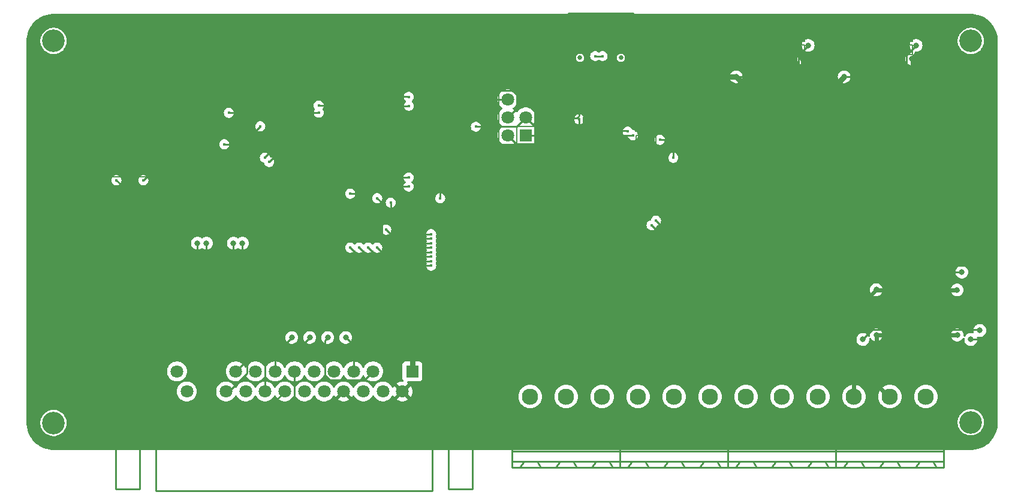
<source format=gbr>
%TF.GenerationSoftware,KiCad,Pcbnew,8.0.6*%
%TF.CreationDate,2024-11-14T14:16:55+01:00*%
%TF.ProjectId,VCU2.0,56435532-2e30-42e6-9b69-6361645f7063,rev?*%
%TF.SameCoordinates,Original*%
%TF.FileFunction,Legend,Top*%
%TF.FilePolarity,Positive*%
%FSLAX46Y46*%
G04 Gerber Fmt 4.6, Leading zero omitted, Abs format (unit mm)*
G04 Created by KiCad (PCBNEW 8.0.6) date 2024-11-14 14:16:55*
%MOMM*%
%LPD*%
G01*
G04 APERTURE LIST*
%ADD10C,0.254000*%
%ADD11C,0.150000*%
%ADD12C,0.200000*%
%ADD13C,0.059995*%
%ADD14C,0.152400*%
%ADD15C,0.254001*%
%ADD16C,0.150013*%
%ADD17C,0.300000*%
%ADD18C,0.203200*%
%ADD19C,0.151994*%
%TA.AperFunction,ComponentPad*%
%ADD20C,2.300000*%
%TD*%
%TA.AperFunction,ComponentPad*%
%ADD21C,5.000000*%
%TD*%
%TA.AperFunction,ComponentPad*%
%ADD22C,1.800000*%
%TD*%
%TA.AperFunction,ComponentPad*%
%ADD23R,1.800000X1.800000*%
%TD*%
%TA.AperFunction,ComponentPad*%
%ADD24O,1.000000X1.700000*%
%TD*%
%TA.AperFunction,ViaPad*%
%ADD25C,0.400000*%
%TD*%
%TA.AperFunction,ViaPad*%
%ADD26C,0.800000*%
%TD*%
%TA.AperFunction,Conductor*%
%ADD27C,0.250000*%
%TD*%
%TA.AperFunction,Conductor*%
%ADD28C,0.600000*%
%TD*%
%ADD29C,3.200000*%
%ADD30C,2.300000*%
%ADD31C,5.000000*%
%ADD32C,1.800000*%
%ADD33R,1.800000X1.800000*%
%ADD34C,0.649987*%
%ADD35O,1.000000X1.700000*%
%TA.AperFunction,Conductor*%
%ADD36C,0.800000*%
%TD*%
G04 APERTURE END LIST*
D10*
X148680713Y-153876318D02*
X148680713Y-152606318D01*
X150011190Y-153755365D02*
X149950714Y-153815842D01*
X149950714Y-153815842D02*
X149769285Y-153876318D01*
X149769285Y-153876318D02*
X149648333Y-153876318D01*
X149648333Y-153876318D02*
X149466904Y-153815842D01*
X149466904Y-153815842D02*
X149345952Y-153694889D01*
X149345952Y-153694889D02*
X149285475Y-153573937D01*
X149285475Y-153573937D02*
X149224999Y-153332032D01*
X149224999Y-153332032D02*
X149224999Y-153150603D01*
X149224999Y-153150603D02*
X149285475Y-152908699D01*
X149285475Y-152908699D02*
X149345952Y-152787746D01*
X149345952Y-152787746D02*
X149466904Y-152666794D01*
X149466904Y-152666794D02*
X149648333Y-152606318D01*
X149648333Y-152606318D02*
X149769285Y-152606318D01*
X149769285Y-152606318D02*
X149950714Y-152666794D01*
X149950714Y-152666794D02*
X150011190Y-152727270D01*
X151099761Y-152606318D02*
X150857856Y-152606318D01*
X150857856Y-152606318D02*
X150736904Y-152666794D01*
X150736904Y-152666794D02*
X150676428Y-152727270D01*
X150676428Y-152727270D02*
X150555475Y-152908699D01*
X150555475Y-152908699D02*
X150494999Y-153150603D01*
X150494999Y-153150603D02*
X150494999Y-153634413D01*
X150494999Y-153634413D02*
X150555475Y-153755365D01*
X150555475Y-153755365D02*
X150615952Y-153815842D01*
X150615952Y-153815842D02*
X150736904Y-153876318D01*
X150736904Y-153876318D02*
X150978809Y-153876318D01*
X150978809Y-153876318D02*
X151099761Y-153815842D01*
X151099761Y-153815842D02*
X151160237Y-153755365D01*
X151160237Y-153755365D02*
X151220714Y-153634413D01*
X151220714Y-153634413D02*
X151220714Y-153332032D01*
X151220714Y-153332032D02*
X151160237Y-153211080D01*
X151160237Y-153211080D02*
X151099761Y-153150603D01*
X151099761Y-153150603D02*
X150978809Y-153090127D01*
X150978809Y-153090127D02*
X150736904Y-153090127D01*
X150736904Y-153090127D02*
X150615952Y-153150603D01*
X150615952Y-153150603D02*
X150555475Y-153211080D01*
X150555475Y-153211080D02*
X150494999Y-153332032D01*
X152006904Y-152606318D02*
X152127857Y-152606318D01*
X152127857Y-152606318D02*
X152248809Y-152666794D01*
X152248809Y-152666794D02*
X152309285Y-152727270D01*
X152309285Y-152727270D02*
X152369761Y-152848222D01*
X152369761Y-152848222D02*
X152430238Y-153090127D01*
X152430238Y-153090127D02*
X152430238Y-153392508D01*
X152430238Y-153392508D02*
X152369761Y-153634413D01*
X152369761Y-153634413D02*
X152309285Y-153755365D01*
X152309285Y-153755365D02*
X152248809Y-153815842D01*
X152248809Y-153815842D02*
X152127857Y-153876318D01*
X152127857Y-153876318D02*
X152006904Y-153876318D01*
X152006904Y-153876318D02*
X151885952Y-153815842D01*
X151885952Y-153815842D02*
X151825476Y-153755365D01*
X151825476Y-153755365D02*
X151764999Y-153634413D01*
X151764999Y-153634413D02*
X151704523Y-153392508D01*
X151704523Y-153392508D02*
X151704523Y-153090127D01*
X151704523Y-153090127D02*
X151764999Y-152848222D01*
X151764999Y-152848222D02*
X151825476Y-152727270D01*
X151825476Y-152727270D02*
X151885952Y-152666794D01*
X151885952Y-152666794D02*
X152006904Y-152606318D01*
X153518809Y-153029651D02*
X153518809Y-153876318D01*
X153216428Y-152545842D02*
X152914047Y-153452984D01*
X152914047Y-153452984D02*
X153700238Y-153452984D01*
X125034318Y-150671286D02*
X123764318Y-150671286D01*
X124913365Y-149340809D02*
X124973842Y-149401285D01*
X124973842Y-149401285D02*
X125034318Y-149582714D01*
X125034318Y-149582714D02*
X125034318Y-149703666D01*
X125034318Y-149703666D02*
X124973842Y-149885095D01*
X124973842Y-149885095D02*
X124852889Y-150006047D01*
X124852889Y-150006047D02*
X124731937Y-150066524D01*
X124731937Y-150066524D02*
X124490032Y-150127000D01*
X124490032Y-150127000D02*
X124308603Y-150127000D01*
X124308603Y-150127000D02*
X124066699Y-150066524D01*
X124066699Y-150066524D02*
X123945746Y-150006047D01*
X123945746Y-150006047D02*
X123824794Y-149885095D01*
X123824794Y-149885095D02*
X123764318Y-149703666D01*
X123764318Y-149703666D02*
X123764318Y-149582714D01*
X123764318Y-149582714D02*
X123824794Y-149401285D01*
X123824794Y-149401285D02*
X123885270Y-149340809D01*
X123764318Y-148252238D02*
X123764318Y-148494143D01*
X123764318Y-148494143D02*
X123824794Y-148615095D01*
X123824794Y-148615095D02*
X123885270Y-148675571D01*
X123885270Y-148675571D02*
X124066699Y-148796524D01*
X124066699Y-148796524D02*
X124308603Y-148857000D01*
X124308603Y-148857000D02*
X124792413Y-148857000D01*
X124792413Y-148857000D02*
X124913365Y-148796524D01*
X124913365Y-148796524D02*
X124973842Y-148736047D01*
X124973842Y-148736047D02*
X125034318Y-148615095D01*
X125034318Y-148615095D02*
X125034318Y-148373190D01*
X125034318Y-148373190D02*
X124973842Y-148252238D01*
X124973842Y-148252238D02*
X124913365Y-148191762D01*
X124913365Y-148191762D02*
X124792413Y-148131285D01*
X124792413Y-148131285D02*
X124490032Y-148131285D01*
X124490032Y-148131285D02*
X124369080Y-148191762D01*
X124369080Y-148191762D02*
X124308603Y-148252238D01*
X124308603Y-148252238D02*
X124248127Y-148373190D01*
X124248127Y-148373190D02*
X124248127Y-148615095D01*
X124248127Y-148615095D02*
X124308603Y-148736047D01*
X124308603Y-148736047D02*
X124369080Y-148796524D01*
X124369080Y-148796524D02*
X124490032Y-148857000D01*
X123764318Y-147345095D02*
X123764318Y-147224142D01*
X123764318Y-147224142D02*
X123824794Y-147103190D01*
X123824794Y-147103190D02*
X123885270Y-147042714D01*
X123885270Y-147042714D02*
X124006222Y-146982238D01*
X124006222Y-146982238D02*
X124248127Y-146921761D01*
X124248127Y-146921761D02*
X124550508Y-146921761D01*
X124550508Y-146921761D02*
X124792413Y-146982238D01*
X124792413Y-146982238D02*
X124913365Y-147042714D01*
X124913365Y-147042714D02*
X124973842Y-147103190D01*
X124973842Y-147103190D02*
X125034318Y-147224142D01*
X125034318Y-147224142D02*
X125034318Y-147345095D01*
X125034318Y-147345095D02*
X124973842Y-147466047D01*
X124973842Y-147466047D02*
X124913365Y-147526523D01*
X124913365Y-147526523D02*
X124792413Y-147587000D01*
X124792413Y-147587000D02*
X124550508Y-147647476D01*
X124550508Y-147647476D02*
X124248127Y-147647476D01*
X124248127Y-147647476D02*
X124006222Y-147587000D01*
X124006222Y-147587000D02*
X123885270Y-147526523D01*
X123885270Y-147526523D02*
X123824794Y-147466047D01*
X123824794Y-147466047D02*
X123764318Y-147345095D01*
X123764318Y-146498428D02*
X123764318Y-145712237D01*
X123764318Y-145712237D02*
X124248127Y-146135571D01*
X124248127Y-146135571D02*
X124248127Y-145954142D01*
X124248127Y-145954142D02*
X124308603Y-145833190D01*
X124308603Y-145833190D02*
X124369080Y-145772714D01*
X124369080Y-145772714D02*
X124490032Y-145712237D01*
X124490032Y-145712237D02*
X124792413Y-145712237D01*
X124792413Y-145712237D02*
X124913365Y-145772714D01*
X124913365Y-145772714D02*
X124973842Y-145833190D01*
X124973842Y-145833190D02*
X125034318Y-145954142D01*
X125034318Y-145954142D02*
X125034318Y-146316999D01*
X125034318Y-146316999D02*
X124973842Y-146437952D01*
X124973842Y-146437952D02*
X124913365Y-146498428D01*
X104714318Y-150671286D02*
X103444318Y-150671286D01*
X104593365Y-149340809D02*
X104653842Y-149401285D01*
X104653842Y-149401285D02*
X104714318Y-149582714D01*
X104714318Y-149582714D02*
X104714318Y-149703666D01*
X104714318Y-149703666D02*
X104653842Y-149885095D01*
X104653842Y-149885095D02*
X104532889Y-150006047D01*
X104532889Y-150006047D02*
X104411937Y-150066524D01*
X104411937Y-150066524D02*
X104170032Y-150127000D01*
X104170032Y-150127000D02*
X103988603Y-150127000D01*
X103988603Y-150127000D02*
X103746699Y-150066524D01*
X103746699Y-150066524D02*
X103625746Y-150006047D01*
X103625746Y-150006047D02*
X103504794Y-149885095D01*
X103504794Y-149885095D02*
X103444318Y-149703666D01*
X103444318Y-149703666D02*
X103444318Y-149582714D01*
X103444318Y-149582714D02*
X103504794Y-149401285D01*
X103504794Y-149401285D02*
X103565270Y-149340809D01*
X103444318Y-148252238D02*
X103444318Y-148494143D01*
X103444318Y-148494143D02*
X103504794Y-148615095D01*
X103504794Y-148615095D02*
X103565270Y-148675571D01*
X103565270Y-148675571D02*
X103746699Y-148796524D01*
X103746699Y-148796524D02*
X103988603Y-148857000D01*
X103988603Y-148857000D02*
X104472413Y-148857000D01*
X104472413Y-148857000D02*
X104593365Y-148796524D01*
X104593365Y-148796524D02*
X104653842Y-148736047D01*
X104653842Y-148736047D02*
X104714318Y-148615095D01*
X104714318Y-148615095D02*
X104714318Y-148373190D01*
X104714318Y-148373190D02*
X104653842Y-148252238D01*
X104653842Y-148252238D02*
X104593365Y-148191762D01*
X104593365Y-148191762D02*
X104472413Y-148131285D01*
X104472413Y-148131285D02*
X104170032Y-148131285D01*
X104170032Y-148131285D02*
X104049080Y-148191762D01*
X104049080Y-148191762D02*
X103988603Y-148252238D01*
X103988603Y-148252238D02*
X103928127Y-148373190D01*
X103928127Y-148373190D02*
X103928127Y-148615095D01*
X103928127Y-148615095D02*
X103988603Y-148736047D01*
X103988603Y-148736047D02*
X104049080Y-148796524D01*
X104049080Y-148796524D02*
X104170032Y-148857000D01*
X103444318Y-147345095D02*
X103444318Y-147224142D01*
X103444318Y-147224142D02*
X103504794Y-147103190D01*
X103504794Y-147103190D02*
X103565270Y-147042714D01*
X103565270Y-147042714D02*
X103686222Y-146982238D01*
X103686222Y-146982238D02*
X103928127Y-146921761D01*
X103928127Y-146921761D02*
X104230508Y-146921761D01*
X104230508Y-146921761D02*
X104472413Y-146982238D01*
X104472413Y-146982238D02*
X104593365Y-147042714D01*
X104593365Y-147042714D02*
X104653842Y-147103190D01*
X104653842Y-147103190D02*
X104714318Y-147224142D01*
X104714318Y-147224142D02*
X104714318Y-147345095D01*
X104714318Y-147345095D02*
X104653842Y-147466047D01*
X104653842Y-147466047D02*
X104593365Y-147526523D01*
X104593365Y-147526523D02*
X104472413Y-147587000D01*
X104472413Y-147587000D02*
X104230508Y-147647476D01*
X104230508Y-147647476D02*
X103928127Y-147647476D01*
X103928127Y-147647476D02*
X103686222Y-147587000D01*
X103686222Y-147587000D02*
X103565270Y-147526523D01*
X103565270Y-147526523D02*
X103504794Y-147466047D01*
X103504794Y-147466047D02*
X103444318Y-147345095D01*
X103565270Y-146437952D02*
X103504794Y-146377476D01*
X103504794Y-146377476D02*
X103444318Y-146256523D01*
X103444318Y-146256523D02*
X103444318Y-145954142D01*
X103444318Y-145954142D02*
X103504794Y-145833190D01*
X103504794Y-145833190D02*
X103565270Y-145772714D01*
X103565270Y-145772714D02*
X103686222Y-145712237D01*
X103686222Y-145712237D02*
X103807175Y-145712237D01*
X103807175Y-145712237D02*
X103988603Y-145772714D01*
X103988603Y-145772714D02*
X104714318Y-146498428D01*
X104714318Y-146498428D02*
X104714318Y-145712237D01*
X148680713Y-147526318D02*
X148680713Y-146256318D01*
X150011190Y-147405365D02*
X149950714Y-147465842D01*
X149950714Y-147465842D02*
X149769285Y-147526318D01*
X149769285Y-147526318D02*
X149648333Y-147526318D01*
X149648333Y-147526318D02*
X149466904Y-147465842D01*
X149466904Y-147465842D02*
X149345952Y-147344889D01*
X149345952Y-147344889D02*
X149285475Y-147223937D01*
X149285475Y-147223937D02*
X149224999Y-146982032D01*
X149224999Y-146982032D02*
X149224999Y-146800603D01*
X149224999Y-146800603D02*
X149285475Y-146558699D01*
X149285475Y-146558699D02*
X149345952Y-146437746D01*
X149345952Y-146437746D02*
X149466904Y-146316794D01*
X149466904Y-146316794D02*
X149648333Y-146256318D01*
X149648333Y-146256318D02*
X149769285Y-146256318D01*
X149769285Y-146256318D02*
X149950714Y-146316794D01*
X149950714Y-146316794D02*
X150011190Y-146377270D01*
X151099761Y-146256318D02*
X150857856Y-146256318D01*
X150857856Y-146256318D02*
X150736904Y-146316794D01*
X150736904Y-146316794D02*
X150676428Y-146377270D01*
X150676428Y-146377270D02*
X150555475Y-146558699D01*
X150555475Y-146558699D02*
X150494999Y-146800603D01*
X150494999Y-146800603D02*
X150494999Y-147284413D01*
X150494999Y-147284413D02*
X150555475Y-147405365D01*
X150555475Y-147405365D02*
X150615952Y-147465842D01*
X150615952Y-147465842D02*
X150736904Y-147526318D01*
X150736904Y-147526318D02*
X150978809Y-147526318D01*
X150978809Y-147526318D02*
X151099761Y-147465842D01*
X151099761Y-147465842D02*
X151160237Y-147405365D01*
X151160237Y-147405365D02*
X151220714Y-147284413D01*
X151220714Y-147284413D02*
X151220714Y-146982032D01*
X151220714Y-146982032D02*
X151160237Y-146861080D01*
X151160237Y-146861080D02*
X151099761Y-146800603D01*
X151099761Y-146800603D02*
X150978809Y-146740127D01*
X150978809Y-146740127D02*
X150736904Y-146740127D01*
X150736904Y-146740127D02*
X150615952Y-146800603D01*
X150615952Y-146800603D02*
X150555475Y-146861080D01*
X150555475Y-146861080D02*
X150494999Y-146982032D01*
X152006904Y-146256318D02*
X152127857Y-146256318D01*
X152127857Y-146256318D02*
X152248809Y-146316794D01*
X152248809Y-146316794D02*
X152309285Y-146377270D01*
X152309285Y-146377270D02*
X152369761Y-146498222D01*
X152369761Y-146498222D02*
X152430238Y-146740127D01*
X152430238Y-146740127D02*
X152430238Y-147042508D01*
X152430238Y-147042508D02*
X152369761Y-147284413D01*
X152369761Y-147284413D02*
X152309285Y-147405365D01*
X152309285Y-147405365D02*
X152248809Y-147465842D01*
X152248809Y-147465842D02*
X152127857Y-147526318D01*
X152127857Y-147526318D02*
X152006904Y-147526318D01*
X152006904Y-147526318D02*
X151885952Y-147465842D01*
X151885952Y-147465842D02*
X151825476Y-147405365D01*
X151825476Y-147405365D02*
X151764999Y-147284413D01*
X151764999Y-147284413D02*
X151704523Y-147042508D01*
X151704523Y-147042508D02*
X151704523Y-146740127D01*
X151704523Y-146740127D02*
X151764999Y-146498222D01*
X151764999Y-146498222D02*
X151825476Y-146377270D01*
X151825476Y-146377270D02*
X151885952Y-146316794D01*
X151885952Y-146316794D02*
X152006904Y-146256318D01*
X153639762Y-147526318D02*
X152914047Y-147526318D01*
X153276904Y-147526318D02*
X153276904Y-146256318D01*
X153276904Y-146256318D02*
X153155952Y-146437746D01*
X153155952Y-146437746D02*
X153035000Y-146558699D01*
X153035000Y-146558699D02*
X152914047Y-146619175D01*
D11*
X27495714Y-161119819D02*
X27495714Y-160119819D01*
X27495714Y-160596009D02*
X28067142Y-160596009D01*
X28067142Y-161119819D02*
X28067142Y-160119819D01*
X28971904Y-160119819D02*
X28781428Y-160119819D01*
X28781428Y-160119819D02*
X28686190Y-160167438D01*
X28686190Y-160167438D02*
X28638571Y-160215057D01*
X28638571Y-160215057D02*
X28543333Y-160357914D01*
X28543333Y-160357914D02*
X28495714Y-160548390D01*
X28495714Y-160548390D02*
X28495714Y-160929342D01*
X28495714Y-160929342D02*
X28543333Y-161024580D01*
X28543333Y-161024580D02*
X28590952Y-161072200D01*
X28590952Y-161072200D02*
X28686190Y-161119819D01*
X28686190Y-161119819D02*
X28876666Y-161119819D01*
X28876666Y-161119819D02*
X28971904Y-161072200D01*
X28971904Y-161072200D02*
X29019523Y-161024580D01*
X29019523Y-161024580D02*
X29067142Y-160929342D01*
X29067142Y-160929342D02*
X29067142Y-160691247D01*
X29067142Y-160691247D02*
X29019523Y-160596009D01*
X29019523Y-160596009D02*
X28971904Y-160548390D01*
X28971904Y-160548390D02*
X28876666Y-160500771D01*
X28876666Y-160500771D02*
X28686190Y-160500771D01*
X28686190Y-160500771D02*
X28590952Y-160548390D01*
X28590952Y-160548390D02*
X28543333Y-160596009D01*
X28543333Y-160596009D02*
X28495714Y-160691247D01*
X29686190Y-160119819D02*
X29781428Y-160119819D01*
X29781428Y-160119819D02*
X29876666Y-160167438D01*
X29876666Y-160167438D02*
X29924285Y-160215057D01*
X29924285Y-160215057D02*
X29971904Y-160310295D01*
X29971904Y-160310295D02*
X30019523Y-160500771D01*
X30019523Y-160500771D02*
X30019523Y-160738866D01*
X30019523Y-160738866D02*
X29971904Y-160929342D01*
X29971904Y-160929342D02*
X29924285Y-161024580D01*
X29924285Y-161024580D02*
X29876666Y-161072200D01*
X29876666Y-161072200D02*
X29781428Y-161119819D01*
X29781428Y-161119819D02*
X29686190Y-161119819D01*
X29686190Y-161119819D02*
X29590952Y-161072200D01*
X29590952Y-161072200D02*
X29543333Y-161024580D01*
X29543333Y-161024580D02*
X29495714Y-160929342D01*
X29495714Y-160929342D02*
X29448095Y-160738866D01*
X29448095Y-160738866D02*
X29448095Y-160500771D01*
X29448095Y-160500771D02*
X29495714Y-160310295D01*
X29495714Y-160310295D02*
X29543333Y-160215057D01*
X29543333Y-160215057D02*
X29590952Y-160167438D01*
X29590952Y-160167438D02*
X29686190Y-160119819D01*
X30876666Y-160453152D02*
X30876666Y-161119819D01*
X30638571Y-160072200D02*
X30400476Y-160786485D01*
X30400476Y-160786485D02*
X31019523Y-160786485D01*
X27495714Y-116024819D02*
X27495714Y-115024819D01*
X27495714Y-115501009D02*
X28067142Y-115501009D01*
X28067142Y-116024819D02*
X28067142Y-115024819D01*
X28971904Y-115024819D02*
X28781428Y-115024819D01*
X28781428Y-115024819D02*
X28686190Y-115072438D01*
X28686190Y-115072438D02*
X28638571Y-115120057D01*
X28638571Y-115120057D02*
X28543333Y-115262914D01*
X28543333Y-115262914D02*
X28495714Y-115453390D01*
X28495714Y-115453390D02*
X28495714Y-115834342D01*
X28495714Y-115834342D02*
X28543333Y-115929580D01*
X28543333Y-115929580D02*
X28590952Y-115977200D01*
X28590952Y-115977200D02*
X28686190Y-116024819D01*
X28686190Y-116024819D02*
X28876666Y-116024819D01*
X28876666Y-116024819D02*
X28971904Y-115977200D01*
X28971904Y-115977200D02*
X29019523Y-115929580D01*
X29019523Y-115929580D02*
X29067142Y-115834342D01*
X29067142Y-115834342D02*
X29067142Y-115596247D01*
X29067142Y-115596247D02*
X29019523Y-115501009D01*
X29019523Y-115501009D02*
X28971904Y-115453390D01*
X28971904Y-115453390D02*
X28876666Y-115405771D01*
X28876666Y-115405771D02*
X28686190Y-115405771D01*
X28686190Y-115405771D02*
X28590952Y-115453390D01*
X28590952Y-115453390D02*
X28543333Y-115501009D01*
X28543333Y-115501009D02*
X28495714Y-115596247D01*
X29686190Y-115024819D02*
X29781428Y-115024819D01*
X29781428Y-115024819D02*
X29876666Y-115072438D01*
X29876666Y-115072438D02*
X29924285Y-115120057D01*
X29924285Y-115120057D02*
X29971904Y-115215295D01*
X29971904Y-115215295D02*
X30019523Y-115405771D01*
X30019523Y-115405771D02*
X30019523Y-115643866D01*
X30019523Y-115643866D02*
X29971904Y-115834342D01*
X29971904Y-115834342D02*
X29924285Y-115929580D01*
X29924285Y-115929580D02*
X29876666Y-115977200D01*
X29876666Y-115977200D02*
X29781428Y-116024819D01*
X29781428Y-116024819D02*
X29686190Y-116024819D01*
X29686190Y-116024819D02*
X29590952Y-115977200D01*
X29590952Y-115977200D02*
X29543333Y-115929580D01*
X29543333Y-115929580D02*
X29495714Y-115834342D01*
X29495714Y-115834342D02*
X29448095Y-115643866D01*
X29448095Y-115643866D02*
X29448095Y-115405771D01*
X29448095Y-115405771D02*
X29495714Y-115215295D01*
X29495714Y-115215295D02*
X29543333Y-115120057D01*
X29543333Y-115120057D02*
X29590952Y-115072438D01*
X29590952Y-115072438D02*
X29686190Y-115024819D01*
X30352857Y-115024819D02*
X30971904Y-115024819D01*
X30971904Y-115024819D02*
X30638571Y-115405771D01*
X30638571Y-115405771D02*
X30781428Y-115405771D01*
X30781428Y-115405771D02*
X30876666Y-115453390D01*
X30876666Y-115453390D02*
X30924285Y-115501009D01*
X30924285Y-115501009D02*
X30971904Y-115596247D01*
X30971904Y-115596247D02*
X30971904Y-115834342D01*
X30971904Y-115834342D02*
X30924285Y-115929580D01*
X30924285Y-115929580D02*
X30876666Y-115977200D01*
X30876666Y-115977200D02*
X30781428Y-116024819D01*
X30781428Y-116024819D02*
X30495714Y-116024819D01*
X30495714Y-116024819D02*
X30400476Y-115977200D01*
X30400476Y-115977200D02*
X30352857Y-115929580D01*
X157035714Y-161119819D02*
X157035714Y-160119819D01*
X157035714Y-160596009D02*
X157607142Y-160596009D01*
X157607142Y-161119819D02*
X157607142Y-160119819D01*
X158511904Y-160119819D02*
X158321428Y-160119819D01*
X158321428Y-160119819D02*
X158226190Y-160167438D01*
X158226190Y-160167438D02*
X158178571Y-160215057D01*
X158178571Y-160215057D02*
X158083333Y-160357914D01*
X158083333Y-160357914D02*
X158035714Y-160548390D01*
X158035714Y-160548390D02*
X158035714Y-160929342D01*
X158035714Y-160929342D02*
X158083333Y-161024580D01*
X158083333Y-161024580D02*
X158130952Y-161072200D01*
X158130952Y-161072200D02*
X158226190Y-161119819D01*
X158226190Y-161119819D02*
X158416666Y-161119819D01*
X158416666Y-161119819D02*
X158511904Y-161072200D01*
X158511904Y-161072200D02*
X158559523Y-161024580D01*
X158559523Y-161024580D02*
X158607142Y-160929342D01*
X158607142Y-160929342D02*
X158607142Y-160691247D01*
X158607142Y-160691247D02*
X158559523Y-160596009D01*
X158559523Y-160596009D02*
X158511904Y-160548390D01*
X158511904Y-160548390D02*
X158416666Y-160500771D01*
X158416666Y-160500771D02*
X158226190Y-160500771D01*
X158226190Y-160500771D02*
X158130952Y-160548390D01*
X158130952Y-160548390D02*
X158083333Y-160596009D01*
X158083333Y-160596009D02*
X158035714Y-160691247D01*
X159226190Y-160119819D02*
X159321428Y-160119819D01*
X159321428Y-160119819D02*
X159416666Y-160167438D01*
X159416666Y-160167438D02*
X159464285Y-160215057D01*
X159464285Y-160215057D02*
X159511904Y-160310295D01*
X159511904Y-160310295D02*
X159559523Y-160500771D01*
X159559523Y-160500771D02*
X159559523Y-160738866D01*
X159559523Y-160738866D02*
X159511904Y-160929342D01*
X159511904Y-160929342D02*
X159464285Y-161024580D01*
X159464285Y-161024580D02*
X159416666Y-161072200D01*
X159416666Y-161072200D02*
X159321428Y-161119819D01*
X159321428Y-161119819D02*
X159226190Y-161119819D01*
X159226190Y-161119819D02*
X159130952Y-161072200D01*
X159130952Y-161072200D02*
X159083333Y-161024580D01*
X159083333Y-161024580D02*
X159035714Y-160929342D01*
X159035714Y-160929342D02*
X158988095Y-160738866D01*
X158988095Y-160738866D02*
X158988095Y-160500771D01*
X158988095Y-160500771D02*
X159035714Y-160310295D01*
X159035714Y-160310295D02*
X159083333Y-160215057D01*
X159083333Y-160215057D02*
X159130952Y-160167438D01*
X159130952Y-160167438D02*
X159226190Y-160119819D01*
X159940476Y-160215057D02*
X159988095Y-160167438D01*
X159988095Y-160167438D02*
X160083333Y-160119819D01*
X160083333Y-160119819D02*
X160321428Y-160119819D01*
X160321428Y-160119819D02*
X160416666Y-160167438D01*
X160416666Y-160167438D02*
X160464285Y-160215057D01*
X160464285Y-160215057D02*
X160511904Y-160310295D01*
X160511904Y-160310295D02*
X160511904Y-160405533D01*
X160511904Y-160405533D02*
X160464285Y-160548390D01*
X160464285Y-160548390D02*
X159892857Y-161119819D01*
X159892857Y-161119819D02*
X160511904Y-161119819D01*
X156400714Y-115389819D02*
X156400714Y-114389819D01*
X156400714Y-114866009D02*
X156972142Y-114866009D01*
X156972142Y-115389819D02*
X156972142Y-114389819D01*
X157876904Y-114389819D02*
X157686428Y-114389819D01*
X157686428Y-114389819D02*
X157591190Y-114437438D01*
X157591190Y-114437438D02*
X157543571Y-114485057D01*
X157543571Y-114485057D02*
X157448333Y-114627914D01*
X157448333Y-114627914D02*
X157400714Y-114818390D01*
X157400714Y-114818390D02*
X157400714Y-115199342D01*
X157400714Y-115199342D02*
X157448333Y-115294580D01*
X157448333Y-115294580D02*
X157495952Y-115342200D01*
X157495952Y-115342200D02*
X157591190Y-115389819D01*
X157591190Y-115389819D02*
X157781666Y-115389819D01*
X157781666Y-115389819D02*
X157876904Y-115342200D01*
X157876904Y-115342200D02*
X157924523Y-115294580D01*
X157924523Y-115294580D02*
X157972142Y-115199342D01*
X157972142Y-115199342D02*
X157972142Y-114961247D01*
X157972142Y-114961247D02*
X157924523Y-114866009D01*
X157924523Y-114866009D02*
X157876904Y-114818390D01*
X157876904Y-114818390D02*
X157781666Y-114770771D01*
X157781666Y-114770771D02*
X157591190Y-114770771D01*
X157591190Y-114770771D02*
X157495952Y-114818390D01*
X157495952Y-114818390D02*
X157448333Y-114866009D01*
X157448333Y-114866009D02*
X157400714Y-114961247D01*
X158591190Y-114389819D02*
X158686428Y-114389819D01*
X158686428Y-114389819D02*
X158781666Y-114437438D01*
X158781666Y-114437438D02*
X158829285Y-114485057D01*
X158829285Y-114485057D02*
X158876904Y-114580295D01*
X158876904Y-114580295D02*
X158924523Y-114770771D01*
X158924523Y-114770771D02*
X158924523Y-115008866D01*
X158924523Y-115008866D02*
X158876904Y-115199342D01*
X158876904Y-115199342D02*
X158829285Y-115294580D01*
X158829285Y-115294580D02*
X158781666Y-115342200D01*
X158781666Y-115342200D02*
X158686428Y-115389819D01*
X158686428Y-115389819D02*
X158591190Y-115389819D01*
X158591190Y-115389819D02*
X158495952Y-115342200D01*
X158495952Y-115342200D02*
X158448333Y-115294580D01*
X158448333Y-115294580D02*
X158400714Y-115199342D01*
X158400714Y-115199342D02*
X158353095Y-115008866D01*
X158353095Y-115008866D02*
X158353095Y-114770771D01*
X158353095Y-114770771D02*
X158400714Y-114580295D01*
X158400714Y-114580295D02*
X158448333Y-114485057D01*
X158448333Y-114485057D02*
X158495952Y-114437438D01*
X158495952Y-114437438D02*
X158591190Y-114389819D01*
X159876904Y-115389819D02*
X159305476Y-115389819D01*
X159591190Y-115389819D02*
X159591190Y-114389819D01*
X159591190Y-114389819D02*
X159495952Y-114532676D01*
X159495952Y-114532676D02*
X159400714Y-114627914D01*
X159400714Y-114627914D02*
X159305476Y-114675533D01*
D12*
%TO.C,IC604*%
X154805000Y-156152000D02*
X153330000Y-156152000D01*
%TO.C,IC603*%
X130810000Y-144822000D02*
X130810000Y-151622000D01*
X130810000Y-151622000D02*
X118110000Y-151622000D01*
X118110000Y-151622000D02*
X118110000Y-144822000D01*
X118110000Y-144822000D02*
X130810000Y-144822000D01*
X130875000Y-142547000D02*
X130875000Y-144472000D01*
%TO.C,IC602*%
X110555000Y-142547000D02*
X110555000Y-144472000D01*
X97790000Y-144822000D02*
X110490000Y-144822000D01*
X97790000Y-151622000D02*
X97790000Y-144822000D01*
X110490000Y-151622000D02*
X97790000Y-151622000D01*
X110490000Y-144822000D02*
X110490000Y-151622000D01*
%TO.C,IC601*%
X154805000Y-149802000D02*
X153330000Y-149802000D01*
D13*
%TO.C,R417*%
X72654921Y-143463264D02*
G75*
G02*
X72594977Y-143463264I-29972J0D01*
G01*
X72594977Y-143463264D02*
G75*
G02*
X72654921Y-143463264I29972J0D01*
G01*
D14*
X72364395Y-144689579D02*
X72364395Y-145648456D01*
X72364395Y-145648456D02*
X73685605Y-145648456D01*
X73685605Y-145648456D02*
X73685605Y-144689579D01*
X72364395Y-143837153D02*
X72364395Y-142878276D01*
X72364395Y-142878276D02*
X73685605Y-142878276D01*
X73685605Y-142878276D02*
X73685605Y-143837153D01*
D13*
%TO.C,R410*%
X72654921Y-147273264D02*
G75*
G02*
X72594977Y-147273264I-29972J0D01*
G01*
X72594977Y-147273264D02*
G75*
G02*
X72654921Y-147273264I29972J0D01*
G01*
D14*
X72364395Y-148499579D02*
X72364395Y-149458456D01*
X72364395Y-149458456D02*
X73685605Y-149458456D01*
X73685605Y-149458456D02*
X73685605Y-148499579D01*
X72364395Y-147647153D02*
X72364395Y-146688276D01*
X72364395Y-146688276D02*
X73685605Y-146688276D01*
X73685605Y-146688276D02*
X73685605Y-147647153D01*
D13*
%TO.C,R416*%
X70114921Y-143463264D02*
G75*
G02*
X70054977Y-143463264I-29972J0D01*
G01*
X70054977Y-143463264D02*
G75*
G02*
X70114921Y-143463264I29972J0D01*
G01*
D14*
X69824395Y-144689579D02*
X69824395Y-145648456D01*
X69824395Y-145648456D02*
X71145605Y-145648456D01*
X71145605Y-145648456D02*
X71145605Y-144689579D01*
X69824395Y-143837153D02*
X69824395Y-142878276D01*
X69824395Y-142878276D02*
X71145605Y-142878276D01*
X71145605Y-142878276D02*
X71145605Y-143837153D01*
D13*
%TO.C,R409*%
X70114921Y-147273264D02*
G75*
G02*
X70054977Y-147273264I-29972J0D01*
G01*
X70054977Y-147273264D02*
G75*
G02*
X70114921Y-147273264I29972J0D01*
G01*
D14*
X69824395Y-148499579D02*
X69824395Y-149458456D01*
X69824395Y-149458456D02*
X71145605Y-149458456D01*
X71145605Y-149458456D02*
X71145605Y-148499579D01*
X69824395Y-147647153D02*
X69824395Y-146688276D01*
X69824395Y-146688276D02*
X71145605Y-146688276D01*
X71145605Y-146688276D02*
X71145605Y-147647153D01*
D13*
%TO.C,R415*%
X67574921Y-143463264D02*
G75*
G02*
X67514977Y-143463264I-29972J0D01*
G01*
X67514977Y-143463264D02*
G75*
G02*
X67574921Y-143463264I29972J0D01*
G01*
D14*
X67284395Y-144689579D02*
X67284395Y-145648456D01*
X67284395Y-145648456D02*
X68605605Y-145648456D01*
X68605605Y-145648456D02*
X68605605Y-144689579D01*
X67284395Y-143837153D02*
X67284395Y-142878276D01*
X67284395Y-142878276D02*
X68605605Y-142878276D01*
X68605605Y-142878276D02*
X68605605Y-143837153D01*
D13*
%TO.C,R408*%
X67574921Y-147273264D02*
G75*
G02*
X67514977Y-147273264I-29972J0D01*
G01*
X67514977Y-147273264D02*
G75*
G02*
X67574921Y-147273264I29972J0D01*
G01*
D14*
X67284395Y-148499579D02*
X67284395Y-149458456D01*
X67284395Y-149458456D02*
X68605605Y-149458456D01*
X68605605Y-149458456D02*
X68605605Y-148499579D01*
X67284395Y-147647153D02*
X67284395Y-146688276D01*
X67284395Y-146688276D02*
X68605605Y-146688276D01*
X68605605Y-146688276D02*
X68605605Y-147647153D01*
D13*
%TO.C,X401*%
X42904997Y-138450114D02*
G75*
G02*
X42845003Y-138450114I-29997J0D01*
G01*
X42845003Y-138450114D02*
G75*
G02*
X42904997Y-138450114I29997J0D01*
G01*
D14*
X43303600Y-138021514D02*
X43303600Y-141378740D01*
X43303600Y-141378740D02*
X39246400Y-141378740D01*
X39246400Y-141378740D02*
X39246400Y-138021514D01*
X39246400Y-138021514D02*
X43303600Y-138021514D01*
X43532201Y-139450114D02*
X43532201Y-137792913D01*
X43532201Y-137792913D02*
X41675000Y-137792913D01*
D15*
%TO.C,U504*%
X139699985Y-170732013D02*
X154940015Y-170732013D01*
X153408570Y-169902727D02*
X153891146Y-170732013D01*
X151528941Y-169902727D02*
X150970140Y-170732013D01*
X148303160Y-169902727D02*
X148785735Y-170732013D01*
X146423531Y-169902727D02*
X145864729Y-170732013D01*
X143248524Y-169902753D02*
X143731125Y-170732013D01*
X141368920Y-169902753D02*
X140810119Y-170732013D01*
X139699985Y-168429550D02*
X154940015Y-168429550D01*
X139699985Y-169902753D02*
X154940015Y-169902753D01*
X139699985Y-158731988D02*
X154940015Y-158731988D01*
X154940015Y-170732013D02*
X154940015Y-158731988D01*
X139699985Y-170732013D02*
X139699985Y-158731988D01*
%TO.C,U503*%
X124459985Y-170732013D02*
X139700015Y-170732013D01*
X138168570Y-169902727D02*
X138651146Y-170732013D01*
X136288941Y-169902727D02*
X135730140Y-170732013D01*
X133063160Y-169902727D02*
X133545735Y-170732013D01*
X131183531Y-169902727D02*
X130624729Y-170732013D01*
X128008524Y-169902753D02*
X128491125Y-170732013D01*
X126128920Y-169902753D02*
X125570119Y-170732013D01*
X124459985Y-168429550D02*
X139700015Y-168429550D01*
X124459985Y-169902753D02*
X139700015Y-169902753D01*
X124459985Y-158731988D02*
X139700015Y-158731988D01*
X139700015Y-170732013D02*
X139700015Y-158731988D01*
X124459985Y-170732013D02*
X124459985Y-158731988D01*
%TO.C,U502*%
X109219985Y-170732013D02*
X124460015Y-170732013D01*
X122928570Y-169902727D02*
X123411146Y-170732013D01*
X121048941Y-169902727D02*
X120490140Y-170732013D01*
X117823160Y-169902727D02*
X118305735Y-170732013D01*
X115943531Y-169902727D02*
X115384729Y-170732013D01*
X112768524Y-169902753D02*
X113251125Y-170732013D01*
X110888920Y-169902753D02*
X110330119Y-170732013D01*
X109219985Y-168429550D02*
X124460015Y-168429550D01*
X109219985Y-169902753D02*
X124460015Y-169902753D01*
X109219985Y-158731988D02*
X124460015Y-158731988D01*
X124460015Y-170732013D02*
X124460015Y-158731988D01*
X109219985Y-170732013D02*
X109219985Y-158731988D01*
%TO.C,U501*%
X93979985Y-170732013D02*
X109220015Y-170732013D01*
X107688570Y-169902727D02*
X108171146Y-170732013D01*
X105808941Y-169902727D02*
X105250140Y-170732013D01*
X102583160Y-169902727D02*
X103065735Y-170732013D01*
X100703531Y-169902727D02*
X100144729Y-170732013D01*
X97528524Y-169902753D02*
X98011125Y-170732013D01*
X95648920Y-169902753D02*
X95090119Y-170732013D01*
X93979985Y-168429550D02*
X109220015Y-168429550D01*
X93979985Y-169902753D02*
X109220015Y-169902753D01*
X93979985Y-158731988D02*
X109220015Y-158731988D01*
X109220015Y-170732013D02*
X109220015Y-158731988D01*
X93979985Y-170732013D02*
X93979985Y-158731988D01*
D13*
%TO.C,U505*%
X89795174Y-155479995D02*
G75*
G02*
X89735230Y-155479995I-29972J0D01*
G01*
X89735230Y-155479995D02*
G75*
G02*
X89795174Y-155479995I29972J0D01*
G01*
D15*
X36722048Y-168125029D02*
X36722048Y-155679004D01*
X36722048Y-158600010D02*
X36715088Y-155550023D01*
X89805055Y-155550023D02*
X89808154Y-168125029D01*
X36715088Y-155550023D02*
X89801194Y-155550023D01*
X88411151Y-168125029D02*
X88411151Y-173840040D01*
X88411151Y-173840040D02*
X84982144Y-173840040D01*
X84982144Y-173840040D02*
X84982144Y-168125029D01*
X37992050Y-168125029D02*
X37992050Y-173840040D01*
X37992050Y-173840040D02*
X41421057Y-173840040D01*
X41421057Y-173840040D02*
X41421057Y-168125029D01*
X82696140Y-174094041D02*
X82696140Y-168252029D01*
X43706985Y-174094041D02*
X82696140Y-174094041D01*
X43706985Y-168125029D02*
X43706985Y-174094041D01*
X89808154Y-168125029D02*
X36722048Y-168125029D01*
D16*
%TO.C,U403*%
X54012924Y-134287384D02*
G75*
G02*
X52615920Y-134287383I-698502J217301D01*
G01*
D13*
X50919984Y-134390000D02*
G75*
G02*
X50859990Y-134390000I-29997J0D01*
G01*
X50859990Y-134390000D02*
G75*
G02*
X50919984Y-134390000I29997J0D01*
G01*
D12*
X51458872Y-134365997D02*
G75*
G02*
X51258720Y-134365997I-100076J0D01*
G01*
X51258720Y-134365997D02*
G75*
G02*
X51458872Y-134365997I100076J0D01*
G01*
D16*
X54876525Y-134311514D02*
X54876525Y-137411590D01*
X51776449Y-137411590D02*
X54876525Y-137411590D01*
X51777719Y-134311514D02*
X51777719Y-137411590D01*
X54876525Y-134287384D02*
X54038324Y-134287384D01*
X52615921Y-134287384D02*
X51777719Y-134287384D01*
D17*
%TO.C,U401*%
X42060118Y-148455886D02*
G75*
G02*
X41759890Y-148455886I-150114J0D01*
G01*
X41759890Y-148455886D02*
G75*
G02*
X42060118Y-148455886I150114J0D01*
G01*
X42806625Y-146452584D02*
G75*
G02*
X42506397Y-146452584I-150114J0D01*
G01*
X42506397Y-146452584D02*
G75*
G02*
X42806625Y-146452584I150114J0D01*
G01*
D13*
X42485061Y-146225000D02*
G75*
G02*
X42425117Y-146225000I-29972J0D01*
G01*
X42425117Y-146225000D02*
G75*
G02*
X42485061Y-146225000I29972J0D01*
G01*
D14*
X42531213Y-147703588D02*
X42531213Y-150746412D01*
X42531213Y-150746412D02*
X37478787Y-150746412D01*
X37478787Y-150746412D02*
X37478787Y-147703588D01*
X37478787Y-147703588D02*
X42531213Y-147703588D01*
D17*
%TO.C,U402*%
X36595044Y-132464050D02*
G75*
G02*
X36294816Y-132464050I-150114J0D01*
G01*
X36294816Y-132464050D02*
G75*
G02*
X36595044Y-132464050I150114J0D01*
G01*
X35960805Y-134315968D02*
G75*
G02*
X35660577Y-134315968I-150114J0D01*
G01*
X35660577Y-134315968D02*
G75*
G02*
X35960805Y-134315968I150114J0D01*
G01*
D13*
X36150036Y-134644898D02*
G75*
G02*
X36090092Y-134644898I-29972J0D01*
G01*
X36090092Y-134644898D02*
G75*
G02*
X36150036Y-134644898I29972J0D01*
G01*
D14*
X36043787Y-133216400D02*
X36043787Y-129673600D01*
X36043787Y-129673600D02*
X42696213Y-129673600D01*
X42696213Y-129673600D02*
X42696213Y-133216400D01*
X42696213Y-133216400D02*
X36043787Y-133216400D01*
%TO.C,U203*%
X90906476Y-114451187D02*
X87963626Y-114451187D01*
X90906476Y-107798813D02*
X90906476Y-114451187D01*
X87963626Y-107798813D02*
X90906476Y-107798813D01*
X87963626Y-114451187D02*
X87963626Y-107798813D01*
D13*
X92965150Y-114374936D02*
G75*
G02*
X92905206Y-114374936I-29972J0D01*
G01*
X92905206Y-114374936D02*
G75*
G02*
X92965150Y-114374936I29972J0D01*
G01*
%TO.C,U202*%
X146446638Y-115734924D02*
G75*
G02*
X146386694Y-115734924I-29972J0D01*
G01*
X146386694Y-115734924D02*
G75*
G02*
X146446638Y-115734924I29972J0D01*
G01*
D16*
X146341990Y-115885038D02*
G75*
G02*
X146192130Y-115885038I-74930J0D01*
G01*
X146192130Y-115885038D02*
G75*
G02*
X146341990Y-115885038I74930J0D01*
G01*
D14*
X146340593Y-115611200D02*
X146340593Y-114258800D01*
X148092993Y-115611200D02*
X148092993Y-114258800D01*
D13*
%TO.C,U304*%
X117584934Y-128340000D02*
G75*
G02*
X117524940Y-128340000I-29997J0D01*
G01*
X117524940Y-128340000D02*
G75*
G02*
X117584934Y-128340000I29997J0D01*
G01*
D14*
X114578711Y-128813787D02*
X114578711Y-130266213D01*
X114578711Y-130266213D02*
X115610334Y-130266213D01*
X117631137Y-128813787D02*
X117631137Y-130266213D01*
X117631137Y-130266213D02*
X116599514Y-130266213D01*
X115649526Y-128813787D02*
X116560322Y-128813787D01*
D13*
%TO.C,U305*%
X112304875Y-114520432D02*
G75*
G02*
X112244881Y-114520432I-29997J0D01*
G01*
X112244881Y-114520432D02*
G75*
G02*
X112304875Y-114520432I29997J0D01*
G01*
D15*
X101882905Y-110256144D02*
X101882905Y-112443876D01*
X111026923Y-108183805D02*
X111026923Y-106560437D01*
X111026923Y-106560437D02*
X101882905Y-106560437D01*
X101882905Y-106560437D02*
X101882905Y-108183830D01*
X111026923Y-112443876D02*
X111026923Y-110256169D01*
D13*
%TO.C,U302*%
X114409934Y-128340000D02*
G75*
G02*
X114349940Y-128340000I-29997J0D01*
G01*
X114349940Y-128340000D02*
G75*
G02*
X114409934Y-128340000I29997J0D01*
G01*
D14*
X111403711Y-128813787D02*
X111403711Y-130266213D01*
X111403711Y-130266213D02*
X112435334Y-130266213D01*
X114456137Y-128813787D02*
X114456137Y-130266213D01*
X114456137Y-130266213D02*
X113424514Y-130266213D01*
X112474526Y-128813787D02*
X113385322Y-128813787D01*
D13*
%TO.C,U303*%
X109109921Y-121325000D02*
G75*
G02*
X109049927Y-121325000I-29997J0D01*
G01*
X109049927Y-121325000D02*
G75*
G02*
X109109921Y-121325000I29997J0D01*
G01*
D16*
X108154727Y-120694952D02*
G75*
G02*
X108004867Y-120694952I-74930J0D01*
G01*
X108004867Y-120694952D02*
G75*
G02*
X108154727Y-120694952I74930J0D01*
G01*
D14*
X109156124Y-125655505D02*
X109156124Y-126401200D01*
X109156124Y-126401200D02*
X108410429Y-126401200D01*
X104003724Y-125655505D02*
X104003724Y-126401200D01*
X104003724Y-126401200D02*
X104749419Y-126401200D01*
X109156124Y-121994495D02*
X109156124Y-121248800D01*
X109156124Y-121248800D02*
X108410429Y-121248800D01*
X104003724Y-121994495D02*
X104003724Y-121248800D01*
X104003724Y-121248800D02*
X104749419Y-121248800D01*
D13*
%TO.C,U301*%
X64054972Y-109598669D02*
G75*
G02*
X63995028Y-109598669I-29972J0D01*
G01*
X63995028Y-109598669D02*
G75*
G02*
X64054972Y-109598669I29972J0D01*
G01*
D15*
X80322181Y-115638141D02*
X80322181Y-110753533D01*
X80322181Y-110753533D02*
X78086976Y-110753533D01*
X78290177Y-115638141D02*
X78290177Y-110753533D01*
X78290177Y-110753533D02*
X75438005Y-110753533D01*
X75438005Y-110753533D02*
X75438005Y-112912538D01*
X75438005Y-112912538D02*
X72898000Y-112912538D01*
X72898000Y-112912538D02*
X72898000Y-110753533D01*
X72898000Y-110753533D02*
X70357995Y-110753533D01*
X70357995Y-110753533D02*
X70357995Y-112912538D01*
X70357995Y-112912538D02*
X68071990Y-112912538D01*
X68071990Y-112912538D02*
X68071990Y-110753533D01*
X68071990Y-110753533D02*
X65785986Y-110753533D01*
X65785986Y-110753533D02*
X65785986Y-114436541D01*
X64024975Y-115638141D02*
X82042018Y-115638141D01*
X82042018Y-116417389D02*
X82042018Y-109610531D01*
X80691167Y-135137582D02*
X82042018Y-135137582D01*
X82042018Y-135137582D02*
X82042018Y-134289728D01*
X64024975Y-134289728D02*
X64024975Y-135137582D01*
X64024975Y-135137582D02*
X65358833Y-135137582D01*
X64024975Y-109598517D02*
X64024975Y-116417389D01*
X82025025Y-109598517D02*
X64024975Y-109598517D01*
D13*
%TO.C,U201*%
X131206638Y-115734924D02*
G75*
G02*
X131146694Y-115734924I-29972J0D01*
G01*
X131146694Y-115734924D02*
G75*
G02*
X131206638Y-115734924I29972J0D01*
G01*
D16*
X131101990Y-115885038D02*
G75*
G02*
X130952130Y-115885038I-74930J0D01*
G01*
X130952130Y-115885038D02*
G75*
G02*
X131101990Y-115885038I74930J0D01*
G01*
D14*
X131100593Y-115611200D02*
X131100593Y-114258800D01*
X132852993Y-115611200D02*
X132852993Y-114258800D01*
D13*
%TO.C,SW301*%
X38075099Y-117284127D02*
G75*
G02*
X38015155Y-117284127I-29972J0D01*
G01*
X38015155Y-117284127D02*
G75*
G02*
X38075099Y-117284127I29972J0D01*
G01*
D15*
X44074337Y-120284127D02*
G75*
G02*
X41015663Y-120284127I-1529337J0D01*
G01*
X41015663Y-120284127D02*
G75*
G02*
X44074337Y-120284127I1529337J0D01*
G01*
X45085005Y-122316131D02*
G75*
G02*
X44069003Y-122316131I-508001J0D01*
G01*
X44069003Y-122316131D02*
G75*
G02*
X45085005Y-122316131I508001J0D01*
G01*
X41020997Y-122316131D02*
G75*
G02*
X40004995Y-122316131I-508001J0D01*
G01*
X40004995Y-122316131D02*
G75*
G02*
X41020997Y-122316131I508001J0D01*
G01*
X45085005Y-118252123D02*
G75*
G02*
X44069003Y-118252123I-508001J0D01*
G01*
X44069003Y-118252123D02*
G75*
G02*
X45085005Y-118252123I508001J0D01*
G01*
X41023029Y-118253647D02*
G75*
G02*
X40007027Y-118253647I-508001J0D01*
G01*
X40007027Y-118253647D02*
G75*
G02*
X41023029Y-118253647I508001J0D01*
G01*
X39545000Y-117284127D02*
X45545000Y-117284127D01*
X45545000Y-117284127D02*
X45545000Y-123284127D01*
X45545000Y-123284127D02*
X39545000Y-123284127D01*
X39545000Y-123284127D02*
X39545000Y-117284127D01*
D13*
%TO.C,SW302*%
X38075099Y-110030127D02*
G75*
G02*
X38015155Y-110030127I-29972J0D01*
G01*
X38015155Y-110030127D02*
G75*
G02*
X38075099Y-110030127I29972J0D01*
G01*
D15*
X44074337Y-113030127D02*
G75*
G02*
X41015663Y-113030127I-1529337J0D01*
G01*
X41015663Y-113030127D02*
G75*
G02*
X44074337Y-113030127I1529337J0D01*
G01*
X45085005Y-115062131D02*
G75*
G02*
X44069003Y-115062131I-508001J0D01*
G01*
X44069003Y-115062131D02*
G75*
G02*
X45085005Y-115062131I508001J0D01*
G01*
X41020997Y-115062131D02*
G75*
G02*
X40004995Y-115062131I-508001J0D01*
G01*
X40004995Y-115062131D02*
G75*
G02*
X41020997Y-115062131I508001J0D01*
G01*
X45085005Y-110998123D02*
G75*
G02*
X44069003Y-110998123I-508001J0D01*
G01*
X44069003Y-110998123D02*
G75*
G02*
X45085005Y-110998123I508001J0D01*
G01*
X41023029Y-110999647D02*
G75*
G02*
X40007027Y-110999647I-508001J0D01*
G01*
X40007027Y-110999647D02*
G75*
G02*
X41023029Y-110999647I508001J0D01*
G01*
X39545000Y-110030127D02*
X45545000Y-110030127D01*
X45545000Y-110030127D02*
X45545000Y-116030127D01*
X45545000Y-116030127D02*
X39545000Y-116030127D01*
X39545000Y-116030127D02*
X39545000Y-110030127D01*
D13*
%TO.C,R604*%
X143940023Y-155888736D02*
G75*
G02*
X143880079Y-155888736I-29972J0D01*
G01*
X143880079Y-155888736D02*
G75*
G02*
X143940023Y-155888736I29972J0D01*
G01*
D14*
X144170605Y-154662421D02*
X144170605Y-153703544D01*
X144170605Y-153703544D02*
X142849395Y-153703544D01*
X142849395Y-153703544D02*
X142849395Y-154662421D01*
X144170605Y-155514847D02*
X144170605Y-156473724D01*
X144170605Y-156473724D02*
X142849395Y-156473724D01*
X142849395Y-156473724D02*
X142849395Y-155514847D01*
D13*
%TO.C,R603*%
X158545023Y-156642102D02*
G75*
G02*
X158485079Y-156642102I-29972J0D01*
G01*
X158485079Y-156642102D02*
G75*
G02*
X158545023Y-156642102I29972J0D01*
G01*
D14*
X158775605Y-155415787D02*
X158775605Y-154456910D01*
X158775605Y-154456910D02*
X157454395Y-154456910D01*
X157454395Y-154456910D02*
X157454395Y-155415787D01*
X158775605Y-156268213D02*
X158775605Y-157227090D01*
X158775605Y-157227090D02*
X157454395Y-157227090D01*
X157454395Y-157227090D02*
X157454395Y-156268213D01*
D13*
%TO.C,R602*%
X145210023Y-149140468D02*
G75*
G02*
X145150079Y-149140468I-29972J0D01*
G01*
X145150079Y-149140468D02*
G75*
G02*
X145210023Y-149140468I29972J0D01*
G01*
D14*
X145440605Y-147914153D02*
X145440605Y-146955276D01*
X145440605Y-146955276D02*
X144119395Y-146955276D01*
X144119395Y-146955276D02*
X144119395Y-147914153D01*
X145440605Y-148766579D02*
X145440605Y-149725456D01*
X145440605Y-149725456D02*
X144119395Y-149725456D01*
X144119395Y-149725456D02*
X144119395Y-148766579D01*
D13*
%TO.C,R601*%
X158545023Y-150292102D02*
G75*
G02*
X158485079Y-150292102I-29972J0D01*
G01*
X158485079Y-150292102D02*
G75*
G02*
X158545023Y-150292102I29972J0D01*
G01*
D14*
X158775605Y-149065787D02*
X158775605Y-148106910D01*
X158775605Y-148106910D02*
X157454395Y-148106910D01*
X157454395Y-148106910D02*
X157454395Y-149065787D01*
X158775605Y-149918213D02*
X158775605Y-150877090D01*
X158775605Y-150877090D02*
X157454395Y-150877090D01*
X157454395Y-150877090D02*
X157454395Y-149918213D01*
D13*
%TO.C,R414*%
X65034921Y-143463264D02*
G75*
G02*
X64974977Y-143463264I-29972J0D01*
G01*
X64974977Y-143463264D02*
G75*
G02*
X65034921Y-143463264I29972J0D01*
G01*
D14*
X64744395Y-144689579D02*
X64744395Y-145648456D01*
X64744395Y-145648456D02*
X66065605Y-145648456D01*
X66065605Y-145648456D02*
X66065605Y-144689579D01*
X64744395Y-143837153D02*
X64744395Y-142878276D01*
X64744395Y-142878276D02*
X66065605Y-142878276D01*
X66065605Y-142878276D02*
X66065605Y-143837153D01*
D13*
%TO.C,R407*%
X65034921Y-147273264D02*
G75*
G02*
X64974977Y-147273264I-29972J0D01*
G01*
X64974977Y-147273264D02*
G75*
G02*
X65034921Y-147273264I29972J0D01*
G01*
D14*
X64744395Y-148499579D02*
X64744395Y-149458456D01*
X64744395Y-149458456D02*
X66065605Y-149458456D01*
X66065605Y-149458456D02*
X66065605Y-148499579D01*
X64744395Y-147647153D02*
X64744395Y-146688276D01*
X64744395Y-146688276D02*
X66065605Y-146688276D01*
X66065605Y-146688276D02*
X66065605Y-147647153D01*
D13*
%TO.C,R413*%
X62494921Y-143463264D02*
G75*
G02*
X62434977Y-143463264I-29972J0D01*
G01*
X62434977Y-143463264D02*
G75*
G02*
X62494921Y-143463264I29972J0D01*
G01*
D14*
X62204395Y-144689579D02*
X62204395Y-145648456D01*
X62204395Y-145648456D02*
X63525605Y-145648456D01*
X63525605Y-145648456D02*
X63525605Y-144689579D01*
X62204395Y-143837153D02*
X62204395Y-142878276D01*
X62204395Y-142878276D02*
X63525605Y-142878276D01*
X63525605Y-142878276D02*
X63525605Y-143837153D01*
D13*
%TO.C,R406*%
X62494921Y-147273264D02*
G75*
G02*
X62434977Y-147273264I-29972J0D01*
G01*
X62434977Y-147273264D02*
G75*
G02*
X62494921Y-147273264I29972J0D01*
G01*
D14*
X62204395Y-148499579D02*
X62204395Y-149458456D01*
X62204395Y-149458456D02*
X63525605Y-149458456D01*
X63525605Y-149458456D02*
X63525605Y-148499579D01*
X62204395Y-147647153D02*
X62204395Y-146688276D01*
X62204395Y-146688276D02*
X63525605Y-146688276D01*
X63525605Y-146688276D02*
X63525605Y-147647153D01*
D13*
%TO.C,R412*%
X59954921Y-143463264D02*
G75*
G02*
X59894977Y-143463264I-29972J0D01*
G01*
X59894977Y-143463264D02*
G75*
G02*
X59954921Y-143463264I29972J0D01*
G01*
D14*
X59664395Y-144689579D02*
X59664395Y-145648456D01*
X59664395Y-145648456D02*
X60985605Y-145648456D01*
X60985605Y-145648456D02*
X60985605Y-144689579D01*
X59664395Y-143837153D02*
X59664395Y-142878276D01*
X59664395Y-142878276D02*
X60985605Y-142878276D01*
X60985605Y-142878276D02*
X60985605Y-143837153D01*
D13*
%TO.C,R405*%
X59954921Y-147273264D02*
G75*
G02*
X59894977Y-147273264I-29972J0D01*
G01*
X59894977Y-147273264D02*
G75*
G02*
X59954921Y-147273264I29972J0D01*
G01*
D14*
X59664395Y-148499579D02*
X59664395Y-149458456D01*
X59664395Y-149458456D02*
X60985605Y-149458456D01*
X60985605Y-149458456D02*
X60985605Y-148499579D01*
X59664395Y-147647153D02*
X59664395Y-146688276D01*
X59664395Y-146688276D02*
X60985605Y-146688276D01*
X60985605Y-146688276D02*
X60985605Y-147647153D01*
D13*
%TO.C,R404*%
X57414921Y-147273264D02*
G75*
G02*
X57354977Y-147273264I-29972J0D01*
G01*
X57354977Y-147273264D02*
G75*
G02*
X57414921Y-147273264I29972J0D01*
G01*
D14*
X57124395Y-148499579D02*
X57124395Y-149458456D01*
X57124395Y-149458456D02*
X58445605Y-149458456D01*
X58445605Y-149458456D02*
X58445605Y-148499579D01*
X57124395Y-147647153D02*
X57124395Y-146688276D01*
X57124395Y-146688276D02*
X58445605Y-146688276D01*
X58445605Y-146688276D02*
X58445605Y-147647153D01*
D13*
%TO.C,R411*%
X57414921Y-143463264D02*
G75*
G02*
X57354977Y-143463264I-29972J0D01*
G01*
X57354977Y-143463264D02*
G75*
G02*
X57414921Y-143463264I29972J0D01*
G01*
D14*
X57124395Y-144689579D02*
X57124395Y-145648456D01*
X57124395Y-145648456D02*
X58445605Y-145648456D01*
X58445605Y-145648456D02*
X58445605Y-144689579D01*
X57124395Y-143837153D02*
X57124395Y-142878276D01*
X57124395Y-142878276D02*
X58445605Y-142878276D01*
X58445605Y-142878276D02*
X58445605Y-143837153D01*
D13*
%TO.C,R403*%
X44245023Y-150541736D02*
G75*
G02*
X44185079Y-150541736I-29972J0D01*
G01*
X44185079Y-150541736D02*
G75*
G02*
X44245023Y-150541736I29972J0D01*
G01*
D14*
X44475605Y-149315421D02*
X44475605Y-148356544D01*
X44475605Y-148356544D02*
X43154395Y-148356544D01*
X43154395Y-148356544D02*
X43154395Y-149315421D01*
X44475605Y-150167847D02*
X44475605Y-151126724D01*
X44475605Y-151126724D02*
X43154395Y-151126724D01*
X43154395Y-151126724D02*
X43154395Y-150167847D01*
D13*
%TO.C,R401*%
X37025074Y-125964949D02*
G75*
G02*
X36965130Y-125964949I-29972J0D01*
G01*
X36965130Y-125964949D02*
G75*
G02*
X37025074Y-125964949I29972J0D01*
G01*
D14*
X35768787Y-125704395D02*
X34809910Y-125704395D01*
X34809910Y-125704395D02*
X34809910Y-127025605D01*
X34809910Y-127025605D02*
X35768787Y-127025605D01*
X36621213Y-125704395D02*
X37580090Y-125704395D01*
X37580090Y-125704395D02*
X37580090Y-127025605D01*
X37580090Y-127025605D02*
X36621213Y-127025605D01*
D13*
%TO.C,R402*%
X34720023Y-132363468D02*
G75*
G02*
X34660079Y-132363468I-29972J0D01*
G01*
X34660079Y-132363468D02*
G75*
G02*
X34720023Y-132363468I29972J0D01*
G01*
D14*
X34950605Y-131137153D02*
X34950605Y-130178276D01*
X34950605Y-130178276D02*
X33629395Y-130178276D01*
X33629395Y-130178276D02*
X33629395Y-131137153D01*
X34950605Y-131989579D02*
X34950605Y-132948456D01*
X34950605Y-132948456D02*
X33629395Y-132948456D01*
X33629395Y-132948456D02*
X33629395Y-131989579D01*
D13*
%TO.C,R209*%
X141131790Y-110324898D02*
G75*
G02*
X141071846Y-110324898I-29972J0D01*
G01*
X141071846Y-110324898D02*
G75*
G02*
X141131790Y-110324898I29972J0D01*
G01*
D14*
X140841264Y-111551213D02*
X140841264Y-112510090D01*
X140841264Y-112510090D02*
X142162474Y-112510090D01*
X142162474Y-112510090D02*
X142162474Y-111551213D01*
X140841264Y-110698787D02*
X140841264Y-109739910D01*
X140841264Y-109739910D02*
X142162474Y-109739910D01*
X142162474Y-109739910D02*
X142162474Y-110698787D01*
D13*
%TO.C,R211*%
X143036790Y-110324898D02*
G75*
G02*
X142976846Y-110324898I-29972J0D01*
G01*
X142976846Y-110324898D02*
G75*
G02*
X143036790Y-110324898I29972J0D01*
G01*
D14*
X142746264Y-111551213D02*
X142746264Y-112510090D01*
X142746264Y-112510090D02*
X144067474Y-112510090D01*
X144067474Y-112510090D02*
X144067474Y-111551213D01*
X142746264Y-110698787D02*
X142746264Y-109739910D01*
X142746264Y-109739910D02*
X144067474Y-109739910D01*
X144067474Y-109739910D02*
X144067474Y-110698787D01*
D13*
%TO.C,R212*%
X145176739Y-112160051D02*
G75*
G02*
X145116795Y-112160051I-29972J0D01*
G01*
X145116795Y-112160051D02*
G75*
G02*
X145176739Y-112160051I29972J0D01*
G01*
D14*
X146373082Y-112420605D02*
X147331959Y-112420605D01*
X147331959Y-112420605D02*
X147331959Y-111099395D01*
X147331959Y-111099395D02*
X146373082Y-111099395D01*
X145520656Y-112420605D02*
X144561779Y-112420605D01*
X144561779Y-112420605D02*
X144561779Y-111099395D01*
X144561779Y-111099395D02*
X145520656Y-111099395D01*
D13*
%TO.C,R207*%
X152091892Y-114465102D02*
G75*
G02*
X152031948Y-114465102I-29972J0D01*
G01*
X152031948Y-114465102D02*
G75*
G02*
X152091892Y-114465102I29972J0D01*
G01*
D14*
X152322474Y-113238787D02*
X152322474Y-112279910D01*
X152322474Y-112279910D02*
X151001264Y-112279910D01*
X151001264Y-112279910D02*
X151001264Y-113238787D01*
X152322474Y-114091213D02*
X152322474Y-115050090D01*
X152322474Y-115050090D02*
X151001264Y-115050090D01*
X151001264Y-115050090D02*
X151001264Y-114091213D01*
D13*
%TO.C,R210*%
X149951943Y-111359949D02*
G75*
G02*
X149891999Y-111359949I-29972J0D01*
G01*
X149891999Y-111359949D02*
G75*
G02*
X149951943Y-111359949I29972J0D01*
G01*
D14*
X148695656Y-111099395D02*
X147736779Y-111099395D01*
X147736779Y-111099395D02*
X147736779Y-112420605D01*
X147736779Y-112420605D02*
X148695656Y-112420605D01*
X149548082Y-111099395D02*
X150506959Y-111099395D01*
X150506959Y-111099395D02*
X150506959Y-112420605D01*
X150506959Y-112420605D02*
X149548082Y-112420605D01*
D13*
%TO.C,R208*%
X148351739Y-110255051D02*
G75*
G02*
X148291795Y-110255051I-29972J0D01*
G01*
X148291795Y-110255051D02*
G75*
G02*
X148351739Y-110255051I29972J0D01*
G01*
D14*
X149548082Y-110515605D02*
X150506959Y-110515605D01*
X150506959Y-110515605D02*
X150506959Y-109194395D01*
X150506959Y-109194395D02*
X149548082Y-109194395D01*
X148695656Y-110515605D02*
X147736779Y-110515605D01*
X147736779Y-110515605D02*
X147736779Y-109194395D01*
X147736779Y-109194395D02*
X148695656Y-109194395D01*
D13*
%TO.C,R206*%
X129936739Y-112160051D02*
G75*
G02*
X129876795Y-112160051I-29972J0D01*
G01*
X129876795Y-112160051D02*
G75*
G02*
X129936739Y-112160051I29972J0D01*
G01*
D14*
X131133082Y-112420605D02*
X132091959Y-112420605D01*
X132091959Y-112420605D02*
X132091959Y-111099395D01*
X132091959Y-111099395D02*
X131133082Y-111099395D01*
X130280656Y-112420605D02*
X129321779Y-112420605D01*
X129321779Y-112420605D02*
X129321779Y-111099395D01*
X129321779Y-111099395D02*
X130280656Y-111099395D01*
D13*
%TO.C,R205*%
X128596892Y-111925102D02*
G75*
G02*
X128536948Y-111925102I-29972J0D01*
G01*
X128536948Y-111925102D02*
G75*
G02*
X128596892Y-111925102I29972J0D01*
G01*
D14*
X128827474Y-110698787D02*
X128827474Y-109739910D01*
X128827474Y-109739910D02*
X127506264Y-109739910D01*
X127506264Y-109739910D02*
X127506264Y-110698787D01*
X128827474Y-111551213D02*
X128827474Y-112510090D01*
X128827474Y-112510090D02*
X127506264Y-112510090D01*
X127506264Y-112510090D02*
X127506264Y-111551213D01*
D13*
%TO.C,R203*%
X125891790Y-110324898D02*
G75*
G02*
X125831846Y-110324898I-29972J0D01*
G01*
X125831846Y-110324898D02*
G75*
G02*
X125891790Y-110324898I29972J0D01*
G01*
D14*
X125601264Y-111551213D02*
X125601264Y-112510090D01*
X125601264Y-112510090D02*
X126922474Y-112510090D01*
X126922474Y-112510090D02*
X126922474Y-111551213D01*
X125601264Y-110698787D02*
X125601264Y-109739910D01*
X125601264Y-109739910D02*
X126922474Y-109739910D01*
X126922474Y-109739910D02*
X126922474Y-110698787D01*
D13*
%TO.C,R201*%
X136851892Y-114465102D02*
G75*
G02*
X136791948Y-114465102I-29972J0D01*
G01*
X136791948Y-114465102D02*
G75*
G02*
X136851892Y-114465102I29972J0D01*
G01*
D14*
X137082474Y-113238787D02*
X137082474Y-112279910D01*
X137082474Y-112279910D02*
X135761264Y-112279910D01*
X135761264Y-112279910D02*
X135761264Y-113238787D01*
X137082474Y-114091213D02*
X137082474Y-115050090D01*
X137082474Y-115050090D02*
X135761264Y-115050090D01*
X135761264Y-115050090D02*
X135761264Y-114091213D01*
%TO.C,R204*%
X135266959Y-112420605D02*
X134308082Y-112420605D01*
X135266959Y-111099395D02*
X135266959Y-112420605D01*
X134308082Y-111099395D02*
X135266959Y-111099395D01*
X132496779Y-112420605D02*
X133455656Y-112420605D01*
X132496779Y-111099395D02*
X132496779Y-112420605D01*
X133455656Y-111099395D02*
X132496779Y-111099395D01*
D13*
X134711943Y-111359949D02*
G75*
G02*
X134651999Y-111359949I-29972J0D01*
G01*
X134651999Y-111359949D02*
G75*
G02*
X134711943Y-111359949I29972J0D01*
G01*
%TO.C,R202*%
X133111739Y-110255051D02*
G75*
G02*
X133051795Y-110255051I-29972J0D01*
G01*
X133051795Y-110255051D02*
G75*
G02*
X133111739Y-110255051I29972J0D01*
G01*
D14*
X134308082Y-110515605D02*
X135266959Y-110515605D01*
X135266959Y-110515605D02*
X135266959Y-109194395D01*
X135266959Y-109194395D02*
X134308082Y-109194395D01*
X133455656Y-110515605D02*
X132496779Y-110515605D01*
X132496779Y-110515605D02*
X132496779Y-109194395D01*
X132496779Y-109194395D02*
X133455656Y-109194395D01*
D13*
%TO.C,R303*%
X55040023Y-129188468D02*
G75*
G02*
X54980079Y-129188468I-29972J0D01*
G01*
X54980079Y-129188468D02*
G75*
G02*
X55040023Y-129188468I29972J0D01*
G01*
D14*
X55270605Y-127962153D02*
X55270605Y-127003276D01*
X55270605Y-127003276D02*
X53949395Y-127003276D01*
X53949395Y-127003276D02*
X53949395Y-127962153D01*
X55270605Y-128814579D02*
X55270605Y-129773456D01*
X55270605Y-129773456D02*
X53949395Y-129773456D01*
X53949395Y-129773456D02*
X53949395Y-128814579D01*
D13*
%TO.C,R302*%
X56945023Y-129188468D02*
G75*
G02*
X56885079Y-129188468I-29972J0D01*
G01*
X56885079Y-129188468D02*
G75*
G02*
X56945023Y-129188468I29972J0D01*
G01*
D14*
X57175605Y-127962153D02*
X57175605Y-127003276D01*
X57175605Y-127003276D02*
X55854395Y-127003276D01*
X55854395Y-127003276D02*
X55854395Y-127962153D01*
X57175605Y-128814579D02*
X57175605Y-129773456D01*
X57175605Y-129773456D02*
X55854395Y-129773456D01*
X55854395Y-129773456D02*
X55854395Y-128814579D01*
D13*
%TO.C,R306*%
X113695551Y-124144383D02*
G75*
G02*
X113635607Y-124144383I-29972J0D01*
G01*
X113635607Y-124144383D02*
G75*
G02*
X113695551Y-124144383I29972J0D01*
G01*
D14*
X112439264Y-123883829D02*
X111480387Y-123883829D01*
X111480387Y-123883829D02*
X111480387Y-125205039D01*
X111480387Y-125205039D02*
X112439264Y-125205039D01*
X113291690Y-123883829D02*
X114250567Y-123883829D01*
X114250567Y-123883829D02*
X114250567Y-125205039D01*
X114250567Y-125205039D02*
X113291690Y-125205039D01*
D13*
%TO.C,R305*%
X113641632Y-122154949D02*
G75*
G02*
X113581688Y-122154949I-29972J0D01*
G01*
X113581688Y-122154949D02*
G75*
G02*
X113641632Y-122154949I29972J0D01*
G01*
D14*
X112385345Y-121894395D02*
X111426468Y-121894395D01*
X111426468Y-121894395D02*
X111426468Y-123215605D01*
X111426468Y-123215605D02*
X112385345Y-123215605D01*
X113237771Y-121894395D02*
X114196648Y-121894395D01*
X114196648Y-121894395D02*
X114196648Y-123215605D01*
X114196648Y-123215605D02*
X113237771Y-123215605D01*
D13*
%TO.C,R307*%
X109949998Y-117074949D02*
G75*
G02*
X109890054Y-117074949I-29972J0D01*
G01*
X109890054Y-117074949D02*
G75*
G02*
X109949998Y-117074949I29972J0D01*
G01*
D14*
X108693711Y-116814395D02*
X107734834Y-116814395D01*
X107734834Y-116814395D02*
X107734834Y-118135605D01*
X107734834Y-118135605D02*
X108693711Y-118135605D01*
X109546137Y-116814395D02*
X110505014Y-116814395D01*
X110505014Y-116814395D02*
X110505014Y-118135605D01*
X110505014Y-118135605D02*
X109546137Y-118135605D01*
D13*
%TO.C,R308*%
X102753160Y-117240051D02*
G75*
G02*
X102693216Y-117240051I-29972J0D01*
G01*
X102693216Y-117240051D02*
G75*
G02*
X102753160Y-117240051I29972J0D01*
G01*
D14*
X103949503Y-117500605D02*
X104908380Y-117500605D01*
X104908380Y-117500605D02*
X104908380Y-116179395D01*
X104908380Y-116179395D02*
X103949503Y-116179395D01*
X103097077Y-117500605D02*
X102138200Y-117500605D01*
X102138200Y-117500605D02*
X102138200Y-116179395D01*
X102138200Y-116179395D02*
X103097077Y-116179395D01*
D13*
%TO.C,R304*%
X51699921Y-120603264D02*
G75*
G02*
X51639977Y-120603264I-29972J0D01*
G01*
X51639977Y-120603264D02*
G75*
G02*
X51699921Y-120603264I29972J0D01*
G01*
D14*
X51409395Y-121829579D02*
X51409395Y-122788456D01*
X51409395Y-122788456D02*
X52730605Y-122788456D01*
X52730605Y-122788456D02*
X52730605Y-121829579D01*
X51409395Y-120977153D02*
X51409395Y-120018276D01*
X51409395Y-120018276D02*
X52730605Y-120018276D01*
X52730605Y-120018276D02*
X52730605Y-120977153D01*
D13*
%TO.C,R301*%
X54805074Y-116439949D02*
G75*
G02*
X54745130Y-116439949I-29972J0D01*
G01*
X54745130Y-116439949D02*
G75*
G02*
X54805074Y-116439949I29972J0D01*
G01*
D14*
X53548787Y-116179395D02*
X52589910Y-116179395D01*
X52589910Y-116179395D02*
X52589910Y-117500605D01*
X52589910Y-117500605D02*
X53548787Y-117500605D01*
X54401213Y-116179395D02*
X55360090Y-116179395D01*
X55360090Y-116179395D02*
X55360090Y-117500605D01*
X55360090Y-117500605D02*
X54401213Y-117500605D01*
D13*
%TO.C,L202*%
X147626880Y-119150000D02*
G75*
G02*
X147566884Y-119150000I-29998J0D01*
G01*
X147566884Y-119150000D02*
G75*
G02*
X147626880Y-119150000I29998J0D01*
G01*
D15*
X147596882Y-118617996D02*
X144296856Y-118617996D01*
X147596882Y-122682004D02*
X144296856Y-122682004D01*
D13*
%TO.C,L201*%
X126481750Y-123920028D02*
G75*
G02*
X126421806Y-123920028I-29972J0D01*
G01*
X126421806Y-123920028D02*
G75*
G02*
X126481750Y-123920028I29972J0D01*
G01*
D14*
X126345656Y-118787592D02*
X126345656Y-117273800D01*
X126345656Y-117273800D02*
X133798082Y-117273800D01*
X133798082Y-117273800D02*
X133798082Y-118787592D01*
X126345656Y-122512408D02*
X126345656Y-124026200D01*
X126345656Y-124026200D02*
X133798082Y-124026200D01*
X133798082Y-124026200D02*
X133798082Y-122512408D01*
D13*
%TO.C,H301*%
X97144998Y-125095008D02*
G75*
G02*
X97085002Y-125095008I-29998J0D01*
G01*
X97085002Y-125095008D02*
G75*
G02*
X97144998Y-125095008I29998J0D01*
G01*
D18*
X97155005Y-117474992D02*
X92074995Y-117474992D01*
X92074995Y-117474992D02*
X92074995Y-125095008D01*
X92074995Y-125095008D02*
X97155005Y-125095008D01*
X97155005Y-125095008D02*
X97155005Y-117474992D01*
X97155005Y-117474992D02*
X97155005Y-122343420D01*
X94612587Y-125095008D02*
X94612587Y-122555003D01*
X94612587Y-122555003D02*
X97155005Y-122555003D01*
D15*
%TO.C,C404*%
X54680487Y-133120613D02*
G75*
G02*
X54370657Y-133430443I-309830J0D01*
G01*
X54370657Y-132010784D02*
G75*
G02*
X54680486Y-132320638I0J-309829D01*
G01*
X52194787Y-133424627D02*
G75*
G02*
X51884957Y-133114772I0J309830D01*
G01*
X51884957Y-132314797D02*
G75*
G02*
X52194787Y-132004967I309830J0D01*
G01*
D13*
X54105049Y-132314949D02*
G75*
G02*
X54045105Y-132314949I-29972J0D01*
G01*
X54045105Y-132314949D02*
G75*
G02*
X54105049Y-132314949I29972J0D01*
G01*
D15*
X51884957Y-133114771D02*
X51884957Y-132314746D01*
X52994711Y-133424627D02*
X52194736Y-133424627D01*
X52994711Y-132004967D02*
X52194736Y-132004967D01*
X53570606Y-133430443D02*
X54370606Y-133430443D01*
X54680436Y-133120613D02*
X54680436Y-132320639D01*
X53570606Y-132010834D02*
X54370606Y-132010834D01*
%TO.C,C401*%
X38534463Y-143739387D02*
G75*
G02*
X38844293Y-143429557I309830J0D01*
G01*
X38844293Y-144849216D02*
G75*
G02*
X38534464Y-144539362I0J309829D01*
G01*
X41020163Y-143435373D02*
G75*
G02*
X41329993Y-143745228I0J-309830D01*
G01*
X41329993Y-144545203D02*
G75*
G02*
X41020163Y-144855033I-309830J0D01*
G01*
D13*
X39169845Y-144545051D02*
G75*
G02*
X39109901Y-144545051I-29972J0D01*
G01*
X39109901Y-144545051D02*
G75*
G02*
X39169845Y-144545051I29972J0D01*
G01*
D15*
X41329993Y-143745229D02*
X41329993Y-144545254D01*
X40220239Y-143435373D02*
X41020214Y-143435373D01*
X40220239Y-144855033D02*
X41020214Y-144855033D01*
X39644344Y-143429557D02*
X38844344Y-143429557D01*
X38534514Y-143739387D02*
X38534514Y-144539361D01*
X39644344Y-144849166D02*
X38844344Y-144849166D01*
%TO.C,C403*%
X35994463Y-138024387D02*
G75*
G02*
X36304293Y-137714557I309830J0D01*
G01*
X36304293Y-139134216D02*
G75*
G02*
X35994464Y-138824362I0J309829D01*
G01*
X38480163Y-137720373D02*
G75*
G02*
X38789993Y-138030228I0J-309830D01*
G01*
X38789993Y-138830203D02*
G75*
G02*
X38480163Y-139140033I-309830J0D01*
G01*
D13*
X36629845Y-138830051D02*
G75*
G02*
X36569901Y-138830051I-29972J0D01*
G01*
X36569901Y-138830051D02*
G75*
G02*
X36629845Y-138830051I29972J0D01*
G01*
D15*
X38789993Y-138030229D02*
X38789993Y-138830254D01*
X37680239Y-137720373D02*
X38480214Y-137720373D01*
X37680239Y-139140033D02*
X38480214Y-139140033D01*
X37104344Y-137714557D02*
X36304344Y-137714557D01*
X35994514Y-138024387D02*
X35994514Y-138824361D01*
X37104344Y-139134166D02*
X36304344Y-139134166D01*
%TO.C,C402*%
X45220512Y-136930613D02*
G75*
G02*
X44910682Y-137240443I-309830J0D01*
G01*
X44910682Y-135820784D02*
G75*
G02*
X45220511Y-136130638I0J-309829D01*
G01*
X42734812Y-137234627D02*
G75*
G02*
X42424982Y-136924772I0J309830D01*
G01*
X42424982Y-136124797D02*
G75*
G02*
X42734812Y-135814967I309830J0D01*
G01*
D13*
X44645074Y-136124949D02*
G75*
G02*
X44585130Y-136124949I-29972J0D01*
G01*
X44585130Y-136124949D02*
G75*
G02*
X44645074Y-136124949I29972J0D01*
G01*
D15*
X42424982Y-136924771D02*
X42424982Y-136124746D01*
X43534736Y-137234627D02*
X42734761Y-137234627D01*
X43534736Y-135814967D02*
X42734761Y-135814967D01*
X44110631Y-137240443D02*
X44910631Y-137240443D01*
X45220461Y-136930613D02*
X45220461Y-136130639D01*
X44110631Y-135820834D02*
X44910631Y-135820834D01*
D14*
%TO.C,C213*%
X98971108Y-112453602D02*
X97468694Y-112453602D01*
X99123508Y-110891194D02*
X99123508Y-112301201D01*
X97316294Y-112301201D02*
X97316294Y-110891194D01*
X98971108Y-108526398D02*
X97468694Y-108526398D01*
X99123508Y-110088806D02*
X99123508Y-108678799D01*
X97316294Y-108678799D02*
X97316294Y-110088806D01*
D13*
X98874968Y-111490000D02*
G75*
G02*
X98815024Y-111490000I-29972J0D01*
G01*
X98815024Y-111490000D02*
G75*
G02*
X98874968Y-111490000I29972J0D01*
G01*
D14*
X97468694Y-112453602D02*
G75*
G02*
X97316293Y-112301201I0J152401D01*
G01*
X99123508Y-112301201D02*
G75*
G02*
X98971108Y-112453601I-152400J0D01*
G01*
X97316294Y-108678799D02*
G75*
G02*
X97468694Y-108526399I152400J0D01*
G01*
X98971108Y-108526398D02*
G75*
G02*
X99123509Y-108678799I0J-152401D01*
G01*
%TO.C,C214*%
X94928694Y-110161398D02*
X96431108Y-110161398D01*
X94776294Y-111723806D02*
X94776294Y-110313799D01*
X96583508Y-110313799D02*
X96583508Y-111723806D01*
X94928694Y-114088602D02*
X96431108Y-114088602D01*
X94776294Y-112526194D02*
X94776294Y-113936201D01*
X96583508Y-113936201D02*
X96583508Y-112526194D01*
D13*
X95084778Y-111125000D02*
G75*
G02*
X95024834Y-111125000I-29972J0D01*
G01*
X95024834Y-111125000D02*
G75*
G02*
X95084778Y-111125000I29972J0D01*
G01*
D14*
X96431108Y-110161398D02*
G75*
G02*
X96583509Y-110313799I0J-152401D01*
G01*
X94776294Y-110313799D02*
G75*
G02*
X94928694Y-110161399I152400J0D01*
G01*
X96583508Y-113936201D02*
G75*
G02*
X96431108Y-114088601I-152400J0D01*
G01*
X94928694Y-114088602D02*
G75*
G02*
X94776293Y-113936201I0J152401D01*
G01*
D15*
%TO.C,C212*%
X143906357Y-135438617D02*
G75*
G02*
X144216187Y-135128787I309830J0D01*
G01*
X144216187Y-136548446D02*
G75*
G02*
X143906358Y-136238592I0J309829D01*
G01*
X146392057Y-135134603D02*
G75*
G02*
X146701887Y-135444458I0J-309830D01*
G01*
X146701887Y-136244433D02*
G75*
G02*
X146392057Y-136554263I-309830J0D01*
G01*
D13*
X144541739Y-136244281D02*
G75*
G02*
X144481795Y-136244281I-29972J0D01*
G01*
X144481795Y-136244281D02*
G75*
G02*
X144541739Y-136244281I29972J0D01*
G01*
D15*
X146701887Y-135444459D02*
X146701887Y-136244484D01*
X145592133Y-135134603D02*
X146392108Y-135134603D01*
X145592133Y-136554263D02*
X146392108Y-136554263D01*
X145016238Y-135128787D02*
X144216238Y-135128787D01*
X143906408Y-135438617D02*
X143906408Y-136238591D01*
X145016238Y-136548396D02*
X144216238Y-136548396D01*
D13*
%TO.C,C211*%
X141844254Y-134229987D02*
G75*
G02*
X141784260Y-134229987I-29997J0D01*
G01*
X141784260Y-134229987D02*
G75*
G02*
X141844254Y-134229987I29997J0D01*
G01*
D15*
X143914866Y-129920996D02*
X143897442Y-129920996D01*
X143897442Y-129920996D02*
X143897442Y-134280000D01*
X142394419Y-130348860D02*
X141864193Y-130348860D01*
X142394419Y-133811140D02*
X142187028Y-133811140D01*
X142394419Y-133811140D02*
X142394419Y-134280000D01*
X142409431Y-129880000D02*
X142394419Y-129880000D01*
X142394419Y-129880000D02*
X142394419Y-130348860D01*
X141706687Y-134279644D02*
X142020124Y-134279644D01*
X142020124Y-134279644D02*
X142020124Y-134280000D01*
X141864193Y-130348860D02*
X141864193Y-129880000D01*
X141668638Y-130348860D02*
X141864193Y-130348860D01*
X141668638Y-129880000D02*
X141864193Y-129880000D01*
X141668638Y-133811140D02*
X141864193Y-133811140D01*
X141864193Y-133811140D02*
X141864193Y-133858004D01*
X142034627Y-133811140D02*
X142020124Y-133811140D01*
X142020124Y-133811140D02*
X142020124Y-134280000D01*
X142187028Y-133811140D02*
X142187028Y-134280000D01*
X142188425Y-130348860D02*
X142187028Y-130348860D01*
X142187028Y-130348860D02*
X142187028Y-130348860D01*
X141864193Y-133811140D02*
X142188425Y-133811140D01*
X142188425Y-133811140D02*
X142188425Y-133811140D01*
X142063126Y-129880000D02*
X141999626Y-129880000D01*
X141999626Y-129880000D02*
X141999626Y-130348860D01*
X142188425Y-130348860D02*
X141864193Y-130348860D01*
X142188425Y-130348860D02*
X142188425Y-129880000D01*
X141668638Y-130348860D02*
X141668638Y-129880000D01*
X141706687Y-134279644D02*
X141668638Y-134279644D01*
X141668638Y-134279644D02*
X141668638Y-133811140D01*
X141864193Y-133858004D02*
X141864193Y-133811140D01*
X141864193Y-129880000D02*
X149064168Y-129880000D01*
X141864193Y-134280000D02*
X149064168Y-134280000D01*
X149064168Y-129880000D02*
X149064168Y-130428997D01*
X141864193Y-134280000D02*
X141864193Y-133858004D01*
X149064168Y-134280000D02*
X149064168Y-133858004D01*
X143680043Y-129880000D02*
X143680043Y-134280000D01*
D13*
%TO.C,C210*%
X141844254Y-129149987D02*
G75*
G02*
X141784260Y-129149987I-29997J0D01*
G01*
X141784260Y-129149987D02*
G75*
G02*
X141844254Y-129149987I29997J0D01*
G01*
D15*
X143914866Y-124840996D02*
X143897442Y-124840996D01*
X143897442Y-124840996D02*
X143897442Y-129200000D01*
X142394419Y-125268860D02*
X141864193Y-125268860D01*
X142394419Y-128731140D02*
X142187028Y-128731140D01*
X142394419Y-128731140D02*
X142394419Y-129200000D01*
X142409431Y-124800000D02*
X142394419Y-124800000D01*
X142394419Y-124800000D02*
X142394419Y-125268860D01*
X141706687Y-129199644D02*
X142020124Y-129199644D01*
X142020124Y-129199644D02*
X142020124Y-129200000D01*
X141864193Y-125268860D02*
X141864193Y-124800000D01*
X141668638Y-125268860D02*
X141864193Y-125268860D01*
X141668638Y-124800000D02*
X141864193Y-124800000D01*
X141668638Y-128731140D02*
X141864193Y-128731140D01*
X141864193Y-128731140D02*
X141864193Y-128778004D01*
X142034627Y-128731140D02*
X142020124Y-128731140D01*
X142020124Y-128731140D02*
X142020124Y-129200000D01*
X142187028Y-128731140D02*
X142187028Y-129200000D01*
X142188425Y-125268860D02*
X142187028Y-125268860D01*
X142187028Y-125268860D02*
X142187028Y-125268860D01*
X141864193Y-128731140D02*
X142188425Y-128731140D01*
X142188425Y-128731140D02*
X142188425Y-128731140D01*
X142063126Y-124800000D02*
X141999626Y-124800000D01*
X141999626Y-124800000D02*
X141999626Y-125268860D01*
X142188425Y-125268860D02*
X141864193Y-125268860D01*
X142188425Y-125268860D02*
X142188425Y-124800000D01*
X141668638Y-125268860D02*
X141668638Y-124800000D01*
X141706687Y-129199644D02*
X141668638Y-129199644D01*
X141668638Y-129199644D02*
X141668638Y-128731140D01*
X141864193Y-128778004D02*
X141864193Y-128731140D01*
X141864193Y-124800000D02*
X149064168Y-124800000D01*
X141864193Y-129200000D02*
X149064168Y-129200000D01*
X149064168Y-124800000D02*
X149064168Y-125348997D01*
X141864193Y-129200000D02*
X141864193Y-128778004D01*
X149064168Y-129200000D02*
X149064168Y-128778004D01*
X143680043Y-124800000D02*
X143680043Y-129200000D01*
%TO.C,C209*%
X147352381Y-110260613D02*
G75*
G02*
X147042551Y-110570443I-309830J0D01*
G01*
X147042551Y-109150784D02*
G75*
G02*
X147352380Y-109460638I0J-309829D01*
G01*
X144866681Y-110564627D02*
G75*
G02*
X144556851Y-110254772I0J309830D01*
G01*
X144556851Y-109454797D02*
G75*
G02*
X144866681Y-109144967I309830J0D01*
G01*
D13*
X146776943Y-109454949D02*
G75*
G02*
X146716999Y-109454949I-29972J0D01*
G01*
X146716999Y-109454949D02*
G75*
G02*
X146776943Y-109454949I29972J0D01*
G01*
D15*
X144556851Y-110254771D02*
X144556851Y-109454746D01*
X145666605Y-110564627D02*
X144866630Y-110564627D01*
X145666605Y-109144967D02*
X144866630Y-109144967D01*
X146242500Y-110570443D02*
X147042500Y-110570443D01*
X147352330Y-110260613D02*
X147352330Y-109460639D01*
X146242500Y-109150834D02*
X147042500Y-109150834D01*
%TO.C,C208*%
X144271256Y-116340512D02*
G75*
G02*
X143961426Y-116030682I0J309830D01*
G01*
X145381085Y-116030682D02*
G75*
G02*
X145071231Y-116340511I-309829J0D01*
G01*
X143967242Y-113854812D02*
G75*
G02*
X144277097Y-113544982I309830J0D01*
G01*
X145077072Y-113544982D02*
G75*
G02*
X145386902Y-113854812I0J-309830D01*
G01*
D13*
X145106892Y-115735102D02*
G75*
G02*
X145046948Y-115735102I-29972J0D01*
G01*
X145046948Y-115735102D02*
G75*
G02*
X145106892Y-115735102I29972J0D01*
G01*
D15*
X144277098Y-113544982D02*
X145077123Y-113544982D01*
X143967242Y-114654736D02*
X143967242Y-113854761D01*
X145386902Y-114654736D02*
X145386902Y-113854761D01*
X143961426Y-115230631D02*
X143961426Y-116030631D01*
X144271256Y-116340461D02*
X145071230Y-116340461D01*
X145381035Y-115230631D02*
X145381035Y-116030631D01*
D14*
%TO.C,C207*%
X143523076Y-112971398D02*
G75*
G02*
X143675477Y-113123799I0J-152401D01*
G01*
X141868262Y-113123799D02*
G75*
G02*
X142020662Y-112971399I152400J0D01*
G01*
X143675476Y-116746201D02*
G75*
G02*
X143523076Y-116898601I-152400J0D01*
G01*
X142020662Y-116898602D02*
G75*
G02*
X141868261Y-116746201I0J152401D01*
G01*
D13*
X143426936Y-115935000D02*
G75*
G02*
X143366992Y-115935000I-29972J0D01*
G01*
X143366992Y-115935000D02*
G75*
G02*
X143426936Y-115935000I29972J0D01*
G01*
D14*
X141868262Y-113123799D02*
X141868262Y-114533806D01*
X143675476Y-114533806D02*
X143675476Y-113123799D01*
X143523076Y-112971398D02*
X142020662Y-112971398D01*
X141868262Y-116746201D02*
X141868262Y-115336194D01*
X143675476Y-115336194D02*
X143675476Y-116746201D01*
X143523076Y-116898602D02*
X142020662Y-116898602D01*
D15*
%TO.C,C206*%
X128666357Y-135484387D02*
G75*
G02*
X128976187Y-135174557I309830J0D01*
G01*
X128976187Y-136594216D02*
G75*
G02*
X128666358Y-136284362I0J309829D01*
G01*
X131152057Y-135180373D02*
G75*
G02*
X131461887Y-135490228I0J-309830D01*
G01*
X131461887Y-136290203D02*
G75*
G02*
X131152057Y-136600033I-309830J0D01*
G01*
D13*
X129301739Y-136290051D02*
G75*
G02*
X129241795Y-136290051I-29972J0D01*
G01*
X129241795Y-136290051D02*
G75*
G02*
X129301739Y-136290051I29972J0D01*
G01*
D15*
X131461887Y-135490229D02*
X131461887Y-136290254D01*
X130352133Y-135180373D02*
X131152108Y-135180373D01*
X130352133Y-136600033D02*
X131152108Y-136600033D01*
X129776238Y-135174557D02*
X128976238Y-135174557D01*
X128666408Y-135484387D02*
X128666408Y-136284361D01*
X129776238Y-136594166D02*
X128976238Y-136594166D01*
D13*
%TO.C,C205*%
X126604254Y-134229987D02*
G75*
G02*
X126544260Y-134229987I-29997J0D01*
G01*
X126544260Y-134229987D02*
G75*
G02*
X126604254Y-134229987I29997J0D01*
G01*
D15*
X128674866Y-129920996D02*
X128657442Y-129920996D01*
X128657442Y-129920996D02*
X128657442Y-134280000D01*
X127154419Y-130348860D02*
X126624193Y-130348860D01*
X127154419Y-133811140D02*
X126947028Y-133811140D01*
X127154419Y-133811140D02*
X127154419Y-134280000D01*
X127169431Y-129880000D02*
X127154419Y-129880000D01*
X127154419Y-129880000D02*
X127154419Y-130348860D01*
X126466687Y-134279644D02*
X126780124Y-134279644D01*
X126780124Y-134279644D02*
X126780124Y-134280000D01*
X126624193Y-130348860D02*
X126624193Y-129880000D01*
X126428638Y-130348860D02*
X126624193Y-130348860D01*
X126428638Y-129880000D02*
X126624193Y-129880000D01*
X126428638Y-133811140D02*
X126624193Y-133811140D01*
X126624193Y-133811140D02*
X126624193Y-133858004D01*
X126794627Y-133811140D02*
X126780124Y-133811140D01*
X126780124Y-133811140D02*
X126780124Y-134280000D01*
X126947028Y-133811140D02*
X126947028Y-134280000D01*
X126948425Y-130348860D02*
X126947028Y-130348860D01*
X126947028Y-130348860D02*
X126947028Y-130348860D01*
X126624193Y-133811140D02*
X126948425Y-133811140D01*
X126948425Y-133811140D02*
X126948425Y-133811140D01*
X126823126Y-129880000D02*
X126759626Y-129880000D01*
X126759626Y-129880000D02*
X126759626Y-130348860D01*
X126948425Y-130348860D02*
X126624193Y-130348860D01*
X126948425Y-130348860D02*
X126948425Y-129880000D01*
X126428638Y-130348860D02*
X126428638Y-129880000D01*
X126466687Y-134279644D02*
X126428638Y-134279644D01*
X126428638Y-134279644D02*
X126428638Y-133811140D01*
X126624193Y-133858004D02*
X126624193Y-133811140D01*
X126624193Y-129880000D02*
X133824168Y-129880000D01*
X126624193Y-134280000D02*
X133824168Y-134280000D01*
X133824168Y-129880000D02*
X133824168Y-130428997D01*
X126624193Y-134280000D02*
X126624193Y-133858004D01*
X133824168Y-134280000D02*
X133824168Y-133858004D01*
X128440043Y-129880000D02*
X128440043Y-134280000D01*
D13*
%TO.C,C204*%
X126604254Y-129149987D02*
G75*
G02*
X126544260Y-129149987I-29997J0D01*
G01*
X126544260Y-129149987D02*
G75*
G02*
X126604254Y-129149987I29997J0D01*
G01*
D15*
X128674866Y-124840996D02*
X128657442Y-124840996D01*
X128657442Y-124840996D02*
X128657442Y-129200000D01*
X127154419Y-125268860D02*
X126624193Y-125268860D01*
X127154419Y-128731140D02*
X126947028Y-128731140D01*
X127154419Y-128731140D02*
X127154419Y-129200000D01*
X127169431Y-124800000D02*
X127154419Y-124800000D01*
X127154419Y-124800000D02*
X127154419Y-125268860D01*
X126466687Y-129199644D02*
X126780124Y-129199644D01*
X126780124Y-129199644D02*
X126780124Y-129200000D01*
X126624193Y-125268860D02*
X126624193Y-124800000D01*
X126428638Y-125268860D02*
X126624193Y-125268860D01*
X126428638Y-124800000D02*
X126624193Y-124800000D01*
X126428638Y-128731140D02*
X126624193Y-128731140D01*
X126624193Y-128731140D02*
X126624193Y-128778004D01*
X126794627Y-128731140D02*
X126780124Y-128731140D01*
X126780124Y-128731140D02*
X126780124Y-129200000D01*
X126947028Y-128731140D02*
X126947028Y-129200000D01*
X126948425Y-125268860D02*
X126947028Y-125268860D01*
X126947028Y-125268860D02*
X126947028Y-125268860D01*
X126624193Y-128731140D02*
X126948425Y-128731140D01*
X126948425Y-128731140D02*
X126948425Y-128731140D01*
X126823126Y-124800000D02*
X126759626Y-124800000D01*
X126759626Y-124800000D02*
X126759626Y-125268860D01*
X126948425Y-125268860D02*
X126624193Y-125268860D01*
X126948425Y-125268860D02*
X126948425Y-124800000D01*
X126428638Y-125268860D02*
X126428638Y-124800000D01*
X126466687Y-129199644D02*
X126428638Y-129199644D01*
X126428638Y-129199644D02*
X126428638Y-128731140D01*
X126624193Y-128778004D02*
X126624193Y-128731140D01*
X126624193Y-124800000D02*
X133824168Y-124800000D01*
X126624193Y-129200000D02*
X133824168Y-129200000D01*
X133824168Y-124800000D02*
X133824168Y-125348997D01*
X126624193Y-129200000D02*
X126624193Y-128778004D01*
X133824168Y-129200000D02*
X133824168Y-128778004D01*
X128440043Y-124800000D02*
X128440043Y-129200000D01*
%TO.C,C203*%
X132112381Y-110260613D02*
G75*
G02*
X131802551Y-110570443I-309830J0D01*
G01*
X131802551Y-109150784D02*
G75*
G02*
X132112380Y-109460638I0J-309829D01*
G01*
X129626681Y-110564627D02*
G75*
G02*
X129316851Y-110254772I0J309830D01*
G01*
X129316851Y-109454797D02*
G75*
G02*
X129626681Y-109144967I309830J0D01*
G01*
D13*
X131536943Y-109454949D02*
G75*
G02*
X131476999Y-109454949I-29972J0D01*
G01*
X131476999Y-109454949D02*
G75*
G02*
X131536943Y-109454949I29972J0D01*
G01*
D15*
X129316851Y-110254771D02*
X129316851Y-109454746D01*
X130426605Y-110564627D02*
X129626630Y-110564627D01*
X130426605Y-109144967D02*
X129626630Y-109144967D01*
X131002500Y-110570443D02*
X131802500Y-110570443D01*
X132112330Y-110260613D02*
X132112330Y-109460639D01*
X131002500Y-109150834D02*
X131802500Y-109150834D01*
D14*
%TO.C,C201*%
X128283076Y-112971398D02*
G75*
G02*
X128435477Y-113123799I0J-152401D01*
G01*
X126628262Y-113123799D02*
G75*
G02*
X126780662Y-112971399I152400J0D01*
G01*
X128435476Y-116746201D02*
G75*
G02*
X128283076Y-116898601I-152400J0D01*
G01*
X126780662Y-116898602D02*
G75*
G02*
X126628261Y-116746201I0J152401D01*
G01*
D13*
X128186936Y-115935000D02*
G75*
G02*
X128126992Y-115935000I-29972J0D01*
G01*
X128126992Y-115935000D02*
G75*
G02*
X128186936Y-115935000I29972J0D01*
G01*
D14*
X126628262Y-113123799D02*
X126628262Y-114533806D01*
X128435476Y-114533806D02*
X128435476Y-113123799D01*
X128283076Y-112971398D02*
X126780662Y-112971398D01*
X126628262Y-116746201D02*
X126628262Y-115336194D01*
X128435476Y-115336194D02*
X128435476Y-116746201D01*
X128283076Y-116898602D02*
X126780662Y-116898602D01*
D15*
%TO.C,C202*%
X129031256Y-116340512D02*
G75*
G02*
X128721426Y-116030682I0J309830D01*
G01*
X130141085Y-116030682D02*
G75*
G02*
X129831231Y-116340511I-309829J0D01*
G01*
X128727242Y-113854812D02*
G75*
G02*
X129037097Y-113544982I309830J0D01*
G01*
X129837072Y-113544982D02*
G75*
G02*
X130146902Y-113854812I0J-309830D01*
G01*
D13*
X129866892Y-115735102D02*
G75*
G02*
X129806948Y-115735102I-29972J0D01*
G01*
X129806948Y-115735102D02*
G75*
G02*
X129866892Y-115735102I29972J0D01*
G01*
D15*
X129037098Y-113544982D02*
X129837123Y-113544982D01*
X128727242Y-114654736D02*
X128727242Y-113854761D01*
X130146902Y-114654736D02*
X130146902Y-113854761D01*
X128721426Y-115230631D02*
X128721426Y-116030631D01*
X129031256Y-116340461D02*
X129831230Y-116340461D01*
X130141035Y-115230631D02*
X130141035Y-116030631D01*
%TO.C,C305*%
X103475411Y-121055613D02*
G75*
G02*
X103165581Y-121365443I-309830J0D01*
G01*
X103165581Y-119945784D02*
G75*
G02*
X103475410Y-120255638I0J-309829D01*
G01*
X100989711Y-121359627D02*
G75*
G02*
X100679881Y-121049772I0J309830D01*
G01*
X100679881Y-120249797D02*
G75*
G02*
X100989711Y-119939967I309830J0D01*
G01*
D13*
X102899973Y-120249949D02*
G75*
G02*
X102840029Y-120249949I-29972J0D01*
G01*
X102840029Y-120249949D02*
G75*
G02*
X102899973Y-120249949I29972J0D01*
G01*
D15*
X100679881Y-121049771D02*
X100679881Y-120249746D01*
X101789635Y-121359627D02*
X100989660Y-121359627D01*
X101789635Y-119939967D02*
X100989660Y-119939967D01*
X102365530Y-121365443D02*
X103165530Y-121365443D01*
X103475360Y-121055613D02*
X103475360Y-120255639D01*
X102365530Y-119945834D02*
X103165530Y-119945834D01*
%TO.C,C304*%
X104912655Y-119053916D02*
G75*
G02*
X104602825Y-119363746I-309830J0D01*
G01*
X104602825Y-117944087D02*
G75*
G02*
X104912654Y-118253941I0J-309829D01*
G01*
X102426955Y-119357930D02*
G75*
G02*
X102117125Y-119048075I0J309830D01*
G01*
X102117125Y-118248100D02*
G75*
G02*
X102426955Y-117938270I309830J0D01*
G01*
D13*
X104337217Y-118248252D02*
G75*
G02*
X104277273Y-118248252I-29972J0D01*
G01*
X104277273Y-118248252D02*
G75*
G02*
X104337217Y-118248252I29972J0D01*
G01*
D15*
X102117125Y-119048074D02*
X102117125Y-118248049D01*
X103226879Y-119357930D02*
X102426904Y-119357930D01*
X103226879Y-117938270D02*
X102426904Y-117938270D01*
X103802774Y-119363746D02*
X104602774Y-119363746D01*
X104912604Y-119053916D02*
X104912604Y-118253942D01*
X103802774Y-117944137D02*
X104602774Y-117944137D01*
D13*
%TO.C,C302*%
X59956019Y-118745996D02*
G75*
G02*
X59896023Y-118745996I-29998J0D01*
G01*
X59896023Y-118745996D02*
G75*
G02*
X59956019Y-118745996I29998J0D01*
G01*
D19*
X58515124Y-118421662D02*
X59075196Y-118421662D01*
X59075196Y-118421662D02*
X59075323Y-118421789D01*
X56495084Y-118421662D02*
X57054850Y-118421662D01*
X57054850Y-113969161D02*
X55558838Y-113969161D01*
X60010044Y-113969161D02*
X58515124Y-113969161D01*
D14*
X55558838Y-113969262D02*
X55558838Y-117485467D01*
X55558838Y-117485467D02*
X56495084Y-118421662D01*
X60010044Y-113969161D02*
X60010044Y-117484528D01*
X60010044Y-117484528D02*
X59075323Y-118421789D01*
%TO.C,C301*%
X36311207Y-111066398D02*
G75*
G02*
X36463608Y-111218799I0J-152401D01*
G01*
X34656393Y-111218799D02*
G75*
G02*
X34808793Y-111066399I152400J0D01*
G01*
X36463607Y-114841201D02*
G75*
G02*
X36311207Y-114993601I-152400J0D01*
G01*
X34808793Y-114993602D02*
G75*
G02*
X34656392Y-114841201I0J152401D01*
G01*
D13*
X36215067Y-114030000D02*
G75*
G02*
X36155123Y-114030000I-29972J0D01*
G01*
X36155123Y-114030000D02*
G75*
G02*
X36215067Y-114030000I29972J0D01*
G01*
D14*
X34656393Y-111218799D02*
X34656393Y-112628806D01*
X36463607Y-112628806D02*
X36463607Y-111218799D01*
X36311207Y-111066398D02*
X34808793Y-111066398D01*
X34656393Y-114841201D02*
X34656393Y-113431194D01*
X36463607Y-113431194D02*
X36463607Y-114841201D01*
X36311207Y-114993602D02*
X34808793Y-114993602D01*
D15*
%TO.C,C303*%
X60554387Y-118880512D02*
G75*
G02*
X60244557Y-118570682I0J309830D01*
G01*
X61664216Y-118570682D02*
G75*
G02*
X61354362Y-118880511I-309829J0D01*
G01*
X60250373Y-116394812D02*
G75*
G02*
X60560228Y-116084982I309830J0D01*
G01*
X61360203Y-116084982D02*
G75*
G02*
X61670033Y-116394812I0J-309830D01*
G01*
D13*
X61390023Y-118275102D02*
G75*
G02*
X61330079Y-118275102I-29972J0D01*
G01*
X61330079Y-118275102D02*
G75*
G02*
X61390023Y-118275102I29972J0D01*
G01*
D15*
X60560229Y-116084982D02*
X61360254Y-116084982D01*
X60250373Y-117194736D02*
X60250373Y-116394761D01*
X61670033Y-117194736D02*
X61670033Y-116394761D01*
X60244557Y-117770631D02*
X60244557Y-118570631D01*
X60554387Y-118880461D02*
X61354361Y-118880461D01*
X61664166Y-117770631D02*
X61664166Y-118570631D01*
%TD*%
D20*
%TO.P,U504,1,1*%
%TO.N,/Connector/PWO0*%
X142239990Y-160731988D03*
%TO.P,U504,2,2*%
%TO.N,/Connector/PWO1*%
X147320000Y-160731988D03*
%TO.P,U504,3,3*%
%TO.N,+12P*%
X152400010Y-160731988D03*
%TD*%
%TO.P,U503,1,1*%
%TO.N,/Connector/LPWO6*%
X126999990Y-160731988D03*
%TO.P,U503,2,2*%
%TO.N,/Connector/LPWO7*%
X132080000Y-160731988D03*
%TO.P,U503,3,3*%
%TO.N,+12P*%
X137160010Y-160731988D03*
%TD*%
%TO.P,U502,1,1*%
%TO.N,/Connector/LPWO3*%
X111759990Y-160731988D03*
%TO.P,U502,2,2*%
%TO.N,/Connector/LPWO4*%
X116840000Y-160731988D03*
%TO.P,U502,3,3*%
%TO.N,/Connector/LPWO5*%
X121920010Y-160731988D03*
%TD*%
%TO.P,U501,1,1*%
%TO.N,/Connector/LPWO0*%
X96519990Y-160731988D03*
%TO.P,U501,2,2*%
%TO.N,/Connector/LPWO1*%
X101600000Y-160731988D03*
%TO.P,U501,3,3*%
%TO.N,/Connector/LPWO2*%
X106680010Y-160731988D03*
%TD*%
D21*
%TO.P,U505,27,27*%
%TO.N,GND*%
X39745136Y-158600137D03*
%TO.P,U505,26,26*%
X86785014Y-158600137D03*
D22*
%TO.P,U505,14,14*%
%TO.N,+3.3V*%
X78500026Y-160020000D03*
%TO.P,U505,15,15*%
%TO.N,/Connector/SDA*%
X75730150Y-160020000D03*
%TO.P,U505,16,16*%
%TO.N,/Connector/SCL*%
X72960021Y-160020000D03*
%TO.P,U505,17,17*%
%TO.N,+5V*%
X70190145Y-160020000D03*
%TO.P,U505,18,18*%
%TO.N,unconnected-(U505-Pad18)*%
X67420016Y-160020000D03*
%TO.P,U505,19,19*%
%TO.N,unconnected-(U505-Pad19)*%
X64650140Y-160020000D03*
%TO.P,U505,20,20*%
%TO.N,/Connector/A1*%
X61880011Y-160020000D03*
%TO.P,U505,21,21*%
%TO.N,/Connector/A3*%
X59110135Y-160020000D03*
%TO.P,U505,22,22*%
%TO.N,/Connector/P2H*%
X56340006Y-160020000D03*
%TO.P,U505,23,23*%
%TO.N,/Connector/P4H*%
X53570130Y-160020000D03*
%TO.P,U505,24,24*%
%TO.N,GND*%
X50800000Y-160020000D03*
%TO.P,U505,25,25*%
%TO.N,/Connector/CAN_H*%
X48030125Y-160020000D03*
D23*
%TO.P,U505,1,1*%
%TO.N,+12V*%
X79885091Y-157180020D03*
D22*
%TO.P,U505,2,2*%
%TO.N,GND*%
X77114961Y-157180020D03*
%TO.P,U505,3,3*%
%TO.N,/Connector/P5H*%
X74345086Y-157180020D03*
%TO.P,U505,4,4*%
%TO.N,/Connector/P6H*%
X71574956Y-157180020D03*
%TO.P,U505,5,5*%
%TO.N,/Connector/P7H*%
X68805080Y-157180020D03*
%TO.P,U505,6,6*%
%TO.N,unconnected-(U505-Pad6)*%
X66035205Y-157180020D03*
%TO.P,U505,7,7*%
%TO.N,/Connector/A0*%
X63265075Y-157180020D03*
%TO.P,U505,8,8*%
%TO.N,/Connector/A2*%
X60494946Y-157180020D03*
%TO.P,U505,9,9*%
%TO.N,/Connector/P1H*%
X57725070Y-157180020D03*
%TO.P,U505,10,10*%
%TO.N,/Connector/P3H*%
X54954941Y-157180020D03*
%TO.P,U505,11,11*%
%TO.N,GND*%
X52185065Y-157180020D03*
%TO.P,U505,12,12*%
X49415190Y-157180020D03*
%TO.P,U505,13,13*%
%TO.N,/Connector/CAN_L*%
X46645060Y-157180020D03*
%TD*%
D24*
%TO.P,U305,15,15*%
%TO.N,GND*%
X102134924Y-109220000D03*
%TO.P,U305,14,14*%
X110774904Y-109220000D03*
%TD*%
D22*
%TO.P,H301,6,6*%
%TO.N,/esp32S3/BOOT*%
X93344997Y-118744995D03*
%TO.P,H301,5,5*%
%TO.N,GND*%
X95885003Y-118744995D03*
%TO.P,H301,4,4*%
%TO.N,/esp32S3/EN*%
X93344997Y-121285000D03*
%TO.P,H301,3,3*%
%TO.N,/esp32S3/RX*%
X95885003Y-121285000D03*
%TO.P,H301,2,2*%
%TO.N,/esp32S3/TX*%
X93344997Y-123825005D03*
D23*
%TO.P,H301,1,1*%
%TO.N,VBUS*%
X95885003Y-123825005D03*
%TD*%
D25*
%TO.N,GND*%
X61595000Y-150495000D03*
X61595000Y-151130000D03*
X61595000Y-152400000D03*
X61595000Y-151765000D03*
X60960000Y-150495000D03*
X60960000Y-151130000D03*
X60960000Y-152400000D03*
X60960000Y-151765000D03*
X60325000Y-150495000D03*
X60325000Y-151130000D03*
X60325000Y-152400000D03*
X60325000Y-151765000D03*
X70485000Y-154305000D03*
X69850000Y-154305000D03*
X68580000Y-154305000D03*
X69215000Y-154305000D03*
X66675000Y-154940000D03*
X66040000Y-154940000D03*
X64770000Y-154940000D03*
X65405000Y-154940000D03*
X66040000Y-154305000D03*
X64770000Y-154305000D03*
X65405000Y-154305000D03*
X66675000Y-154305000D03*
X153035000Y-135255000D03*
X153670000Y-135255000D03*
X157480000Y-135255000D03*
X158115000Y-135255000D03*
X156210000Y-135255000D03*
X154305000Y-135255000D03*
X158750000Y-135255000D03*
X154940000Y-135255000D03*
X155575000Y-135255000D03*
X156845000Y-135255000D03*
X153035000Y-134620000D03*
X153670000Y-134620000D03*
X157480000Y-134620000D03*
X158115000Y-134620000D03*
X156210000Y-134620000D03*
X154305000Y-134620000D03*
X158750000Y-134620000D03*
X154940000Y-134620000D03*
X155575000Y-134620000D03*
X156845000Y-134620000D03*
X153035000Y-135890000D03*
X153670000Y-135890000D03*
X157480000Y-135890000D03*
X158115000Y-135890000D03*
X156210000Y-135890000D03*
X154305000Y-135890000D03*
X158750000Y-135890000D03*
X154940000Y-135890000D03*
X155575000Y-135890000D03*
X156845000Y-135890000D03*
X153035000Y-136525000D03*
X153670000Y-136525000D03*
X157480000Y-136525000D03*
X158115000Y-136525000D03*
X156210000Y-136525000D03*
X154305000Y-136525000D03*
X158750000Y-136525000D03*
X154940000Y-136525000D03*
X155575000Y-136525000D03*
X156845000Y-136525000D03*
X136509329Y-139679032D03*
X137144329Y-139679032D03*
X140954329Y-139679032D03*
X141589329Y-139679032D03*
X139684329Y-139679032D03*
X137779329Y-139679032D03*
X142224329Y-139679032D03*
X138414329Y-139679032D03*
X139049329Y-139679032D03*
X140319329Y-139679032D03*
X136525000Y-140335000D03*
X137160000Y-140335000D03*
X140970000Y-140335000D03*
X141605000Y-140335000D03*
X139700000Y-140335000D03*
X137795000Y-140335000D03*
X142240000Y-140335000D03*
X138430000Y-140335000D03*
X139065000Y-140335000D03*
X140335000Y-140335000D03*
X136525000Y-140970000D03*
X137160000Y-140970000D03*
X140970000Y-140970000D03*
X141605000Y-140970000D03*
X139700000Y-140970000D03*
X137795000Y-140970000D03*
X142240000Y-140970000D03*
X138430000Y-140970000D03*
X139065000Y-140970000D03*
X140335000Y-140970000D03*
X85090000Y-150495000D03*
X85725000Y-150495000D03*
X89535000Y-150495000D03*
X90170000Y-150495000D03*
X88265000Y-150495000D03*
X86360000Y-150495000D03*
X90805000Y-150495000D03*
X86995000Y-150495000D03*
X87630000Y-150495000D03*
X88900000Y-150495000D03*
X85090000Y-151130000D03*
X85725000Y-151130000D03*
X89535000Y-151130000D03*
X90170000Y-151130000D03*
X88265000Y-151130000D03*
X86360000Y-151130000D03*
X90805000Y-151130000D03*
X86995000Y-151130000D03*
X87630000Y-151130000D03*
X88900000Y-151130000D03*
X85090000Y-151765000D03*
X85725000Y-151765000D03*
X89535000Y-151765000D03*
X90170000Y-151765000D03*
X88265000Y-151765000D03*
X86360000Y-151765000D03*
X90805000Y-151765000D03*
X86995000Y-151765000D03*
X87630000Y-151765000D03*
X88900000Y-151765000D03*
X85090000Y-152400000D03*
X85725000Y-152400000D03*
X89535000Y-152400000D03*
X90170000Y-152400000D03*
X88265000Y-152400000D03*
X86360000Y-152400000D03*
X90805000Y-152400000D03*
X86995000Y-152400000D03*
X87630000Y-152400000D03*
X88900000Y-152400000D03*
X53975000Y-165735000D03*
X54610000Y-165735000D03*
X58420000Y-165735000D03*
X59055000Y-165735000D03*
X57150000Y-165735000D03*
X55245000Y-165735000D03*
X59690000Y-165735000D03*
X55880000Y-165735000D03*
X56515000Y-165735000D03*
X57785000Y-165735000D03*
X53975000Y-165100000D03*
X54610000Y-165100000D03*
X58420000Y-165100000D03*
X59055000Y-165100000D03*
X57150000Y-165100000D03*
X55245000Y-165100000D03*
X59690000Y-165100000D03*
X55880000Y-165100000D03*
X56515000Y-165100000D03*
X57785000Y-165100000D03*
X53975000Y-164465000D03*
X54610000Y-164465000D03*
X58420000Y-164465000D03*
X59055000Y-164465000D03*
X57150000Y-164465000D03*
X55245000Y-164465000D03*
X59690000Y-164465000D03*
X55880000Y-164465000D03*
X56515000Y-164465000D03*
X57785000Y-164465000D03*
X43815000Y-107950000D03*
X44450000Y-107950000D03*
X48260000Y-107950000D03*
X48895000Y-107950000D03*
X46990000Y-107950000D03*
X45085000Y-107950000D03*
X49530000Y-107950000D03*
X45720000Y-107950000D03*
X46355000Y-107950000D03*
X47625000Y-107950000D03*
X43815000Y-107315000D03*
X44450000Y-107315000D03*
X48260000Y-107315000D03*
X48895000Y-107315000D03*
X46990000Y-107315000D03*
X45085000Y-107315000D03*
X49530000Y-107315000D03*
X45720000Y-107315000D03*
X46355000Y-107315000D03*
X47625000Y-107315000D03*
X107315000Y-147955000D03*
X106680000Y-147955000D03*
X106045000Y-147955000D03*
X105410000Y-147955000D03*
X104775000Y-147955000D03*
X104140000Y-147955000D03*
X103505000Y-147955000D03*
X102870000Y-147955000D03*
X102235000Y-147955000D03*
X101600000Y-147955000D03*
%TO.N,VBUS*%
X103447717Y-121560503D03*
%TO.N,GND*%
X57785000Y-141605000D03*
X57785000Y-142240000D03*
%TO.N,/esp32S3/EN*%
X66661912Y-119637171D03*
%TO.N,+5V*%
X34925000Y-125095000D03*
X34290000Y-129540000D03*
X38735000Y-142875000D03*
X142875000Y-135890000D03*
X142875000Y-134620000D03*
X142875000Y-133985000D03*
X142875000Y-136525000D03*
X142875000Y-135255000D03*
X142240000Y-135890000D03*
X142240000Y-134620000D03*
X142240000Y-133985000D03*
X142240000Y-136525000D03*
X142240000Y-135255000D03*
X141605000Y-135890000D03*
X141605000Y-134620000D03*
X141605000Y-133985000D03*
X141605000Y-136525000D03*
X141605000Y-135255000D03*
X140970000Y-135890000D03*
X140970000Y-134620000D03*
X140970000Y-133985000D03*
X140970000Y-136525000D03*
X140970000Y-135255000D03*
X140335000Y-135890000D03*
X140335000Y-134620000D03*
X140335000Y-133985000D03*
X140335000Y-136525000D03*
X140335000Y-135255000D03*
X139700000Y-135890000D03*
X139700000Y-134620000D03*
X139700000Y-133985000D03*
X139700000Y-136525000D03*
X139700000Y-135255000D03*
%TO.N,+3.3V*%
X127635000Y-135890000D03*
X127635000Y-134620000D03*
X127635000Y-133985000D03*
X127635000Y-136525000D03*
X127635000Y-135255000D03*
X127000000Y-135890000D03*
X127000000Y-134620000D03*
X127000000Y-133985000D03*
X127000000Y-136525000D03*
X127000000Y-135255000D03*
X126365000Y-135890000D03*
X126365000Y-134620000D03*
X126365000Y-133985000D03*
X126365000Y-136525000D03*
X126365000Y-135255000D03*
X125730000Y-135890000D03*
X125730000Y-134620000D03*
X125730000Y-133985000D03*
X125730000Y-136525000D03*
X125730000Y-135255000D03*
X125095000Y-135890000D03*
X125095000Y-134620000D03*
X125095000Y-133985000D03*
X125095000Y-136525000D03*
X125095000Y-135255000D03*
X124460000Y-135890000D03*
X124460000Y-134620000D03*
X124460000Y-133985000D03*
X124460000Y-136525000D03*
X124460000Y-135255000D03*
X53975000Y-133985000D03*
X55560261Y-127642072D03*
X52070000Y-123190000D03*
X56515000Y-118745000D03*
X56515000Y-118110000D03*
X56515000Y-117475000D03*
X56515000Y-116840000D03*
X85090000Y-112395000D03*
X85090000Y-111760000D03*
X85090000Y-111125000D03*
X85090000Y-110490000D03*
X85090000Y-109855000D03*
X94615000Y-111125000D03*
%TO.N,/esp32S3/BOOT*%
X83820000Y-132715000D03*
%TO.N,/PowerMGMT/PWI1*%
X114300000Y-135890000D03*
%TO.N,/PowerMGMT/PWI0*%
X113665000Y-136525000D03*
%TO.N,/PowerMGMT/LPWI7*%
X82550000Y-137795000D03*
X76835000Y-133350000D03*
%TO.N,/PowerMGMT/LPWI6*%
X76200000Y-137160000D03*
X82550000Y-138430000D03*
X82550000Y-138430000D03*
%TO.N,/PowerMGMT/LPWI4*%
X82550000Y-139700000D03*
%TO.N,/PowerMGMT/LPWI5*%
X82550000Y-139065000D03*
X74930000Y-132715000D03*
%TO.N,/PowerMGMT/LPWI4*%
X71120000Y-132080000D03*
%TO.N,/PowerMGMT/LPWI0*%
X71120000Y-139700000D03*
%TO.N,/PowerMGMT/LPWI1*%
X72390000Y-139700000D03*
%TO.N,/PowerMGMT/LPWI2*%
X73660000Y-139700000D03*
%TO.N,/PowerMGMT/LPWI3*%
X74930000Y-139700000D03*
X82550000Y-140335000D03*
%TO.N,/PowerMGMT/LPWI2*%
X82550000Y-140970000D03*
%TO.N,/PowerMGMT/LPWI1*%
X82550000Y-141605000D03*
%TO.N,/PowerMGMT/LPWI0*%
X82550000Y-142240000D03*
%TO.N,/esp32S3/BOOT*%
X53975000Y-120650000D03*
X66672272Y-120634916D03*
%TO.N,/IO/CAN_CS*%
X38100000Y-130175000D03*
%TO.N,/IO/CAN_IN*%
X41910000Y-130175000D03*
X79356522Y-129793140D03*
%TO.N,/IO/CAN_CS*%
X79356522Y-131068059D03*
%TO.N,/Connector/SCL*%
X79398548Y-119672028D03*
%TO.N,/Connector/SDA*%
X79367150Y-118392578D03*
%TO.N,/Connector/SCL*%
X59653015Y-127598015D03*
%TO.N,/Connector/SDA*%
X59055000Y-127000000D03*
%TO.N,/IO/MISO*%
X58420000Y-122555000D03*
X53340000Y-125095000D03*
D26*
%TO.N,GND*%
X149121869Y-115570000D03*
X148486869Y-113030000D03*
X145311869Y-113030000D03*
%TO.N,+5V*%
X139582712Y-120007241D03*
X139582712Y-112387241D03*
X144676869Y-132080000D03*
X150391869Y-113030000D03*
%TO.N,+12V*%
X140866869Y-115570000D03*
X151026869Y-111125000D03*
%TO.N,GND*%
X133246869Y-113030000D03*
X133881869Y-115570000D03*
X130071869Y-113030000D03*
%TO.N,+12V*%
X135786869Y-111125000D03*
X125626869Y-115570000D03*
%TO.N,+3.3V*%
X135151869Y-113030000D03*
X129436869Y-132080000D03*
X124356869Y-112395000D03*
X124356869Y-120015000D03*
D25*
%TO.N,/esp32S3/RX*%
X88846268Y-122608732D03*
X110289919Y-123290005D03*
%TO.N,/esp32S3/TX*%
X111024924Y-123825000D03*
%TO.N,Net-(U304-B)*%
X116739924Y-127000000D03*
X114834924Y-124460000D03*
%TO.N,Net-(U303-D+)*%
X106756060Y-112641139D03*
X105704850Y-112641139D03*
D26*
%TO.N,/Connector/A2*%
X55880000Y-139065000D03*
%TO.N,/Connector/A3*%
X54610000Y-139065000D03*
%TO.N,/Connector/A1*%
X50800000Y-139065000D03*
%TO.N,/Connector/A0*%
X49530000Y-139065000D03*
%TO.N,/Connector/P6H*%
X70485000Y-152400000D03*
%TO.N,/Connector/P5H*%
X67945000Y-152400000D03*
%TO.N,/Connector/P4H*%
X65405000Y-152400000D03*
%TO.N,/Connector/P3H*%
X62865000Y-152400000D03*
%TO.N,Net-(IC604-DIA_EN)*%
X143510000Y-152667000D03*
X160020000Y-151397000D03*
%TO.N,/PowerMGMT/PWI1*%
X158750000Y-152667000D03*
%TO.N,/PowerMGMT/PWI0*%
X157480000Y-143142000D03*
%TO.N,/Connector/PWO0*%
X156825511Y-145678278D03*
X145414737Y-145646483D03*
%TO.N,/Connector/PWO1*%
X156845000Y-152032000D03*
X145415000Y-152032000D03*
%TD*%
D27*
%TO.N,/esp32S3/RX*%
X97790003Y-123190000D02*
X95885003Y-121285000D01*
X110289919Y-123290005D02*
X110189914Y-123190000D01*
X110189914Y-123190000D02*
X97790003Y-123190000D01*
%TO.N,/esp32S3/EN*%
X66661912Y-119637171D02*
X74672829Y-119637171D01*
X74672829Y-119637171D02*
X76835000Y-117475000D01*
X76835000Y-117475000D02*
X93980000Y-117475000D01*
X94615000Y-120014997D02*
X93344997Y-121285000D01*
X93980000Y-117475000D02*
X94615000Y-118110000D01*
X94615000Y-118110000D02*
X94615000Y-120014997D01*
%TO.N,/esp32S3/BOOT*%
X83820000Y-132715000D02*
X83820000Y-121285000D01*
X83820000Y-121285000D02*
X86360005Y-118744995D01*
X86360005Y-118744995D02*
X93344997Y-118744995D01*
%TO.N,/PowerMGMT/PWI1*%
X114935000Y-136525000D02*
X114300000Y-135890000D01*
X160020000Y-142240000D02*
X120650000Y-142240000D01*
X120650000Y-142240000D02*
X114935000Y-136525000D01*
X161290000Y-143510000D02*
X160020000Y-142240000D01*
X160388000Y-152667000D02*
X161290000Y-151765000D01*
X158750000Y-152667000D02*
X160388000Y-152667000D01*
X161290000Y-151765000D02*
X161290000Y-143510000D01*
%TO.N,/PowerMGMT/PWI0*%
X120282000Y-143142000D02*
X113665000Y-136525000D01*
X157480000Y-143142000D02*
X120282000Y-143142000D01*
%TO.N,/esp32S3/TX*%
X100476316Y-123825000D02*
X99251311Y-125050005D01*
X99251311Y-125050005D02*
X94569997Y-125050005D01*
X94569997Y-125050005D02*
X93344997Y-123825005D01*
%TO.N,+5V*%
X139582712Y-120007241D02*
X139582712Y-112387241D01*
X150391869Y-114935000D02*
X150391869Y-113030000D01*
X144676869Y-132080000D02*
X151026869Y-125730000D01*
X151026869Y-125730000D02*
X151026869Y-115570000D01*
X151026869Y-115570000D02*
X150391869Y-114935000D01*
%TO.N,+12V*%
X149666869Y-112485000D02*
X151026869Y-111125000D01*
X149666869Y-113755000D02*
X149666869Y-112485000D01*
X147851869Y-115570000D02*
X149666869Y-113755000D01*
X140866869Y-115570000D02*
X147851869Y-115570000D01*
X125626869Y-115570000D02*
X132611869Y-115570000D01*
X134426869Y-113755000D02*
X134426869Y-112485000D01*
X132611869Y-115570000D02*
X134426869Y-113755000D01*
X134426869Y-112485000D02*
X135786869Y-111125000D01*
%TO.N,+3.3V*%
X129436869Y-132080000D02*
X135786869Y-125730000D01*
X135786869Y-125730000D02*
X135786869Y-115570000D01*
X135786869Y-115570000D02*
X135151869Y-114935000D01*
X135151869Y-114935000D02*
X135151869Y-113030000D01*
X124356869Y-120015000D02*
X124356869Y-112395000D01*
%TO.N,/esp32S3/RX*%
X88846268Y-122608732D02*
X88900000Y-122555000D01*
X88900000Y-122555000D02*
X94615003Y-122555000D01*
X94615003Y-122555000D02*
X95885003Y-121285000D01*
%TO.N,/esp32S3/TX*%
X111024924Y-123825000D02*
X100476316Y-123825000D01*
%TO.N,Net-(U304-B)*%
X114834924Y-124460000D02*
X115469924Y-124460000D01*
X115469924Y-124460000D02*
X116739924Y-125730000D01*
X116739924Y-125730000D02*
X116739924Y-127000000D01*
%TO.N,Net-(U303-D+)*%
X105704850Y-112641139D02*
X106756060Y-112641139D01*
%TO.N,/Connector/P5H*%
X67580080Y-152764920D02*
X67945000Y-152400000D01*
X67580080Y-157750080D02*
X67580080Y-152764920D01*
X68235020Y-158405020D02*
X67580080Y-157750080D01*
X73120086Y-158405020D02*
X68235020Y-158405020D01*
X74345086Y-157180020D02*
X73120086Y-158405020D01*
%TO.N,/Connector/P6H*%
X71574956Y-153489956D02*
X70485000Y-152400000D01*
X71574956Y-157180020D02*
X71574956Y-153489956D01*
%TO.N,/Connector/P4H*%
X56500070Y-157494930D02*
X56500070Y-156271287D01*
X53570130Y-160020000D02*
X53975000Y-160020000D01*
X57831357Y-154940000D02*
X62865000Y-154940000D01*
X53975000Y-160020000D02*
X56500070Y-157494930D01*
X62865000Y-154940000D02*
X65405000Y-152400000D01*
X56500070Y-156271287D02*
X57831357Y-154940000D01*
X53570130Y-160020000D02*
X53340000Y-160020000D01*
%TO.N,/Connector/P3H*%
X60960000Y-154305000D02*
X62865000Y-152400000D01*
X54954941Y-157180020D02*
X57829961Y-154305000D01*
X57829961Y-154305000D02*
X60960000Y-154305000D01*
%TO.N,Net-(IC604-DIA_EN)*%
X144870000Y-151307000D02*
X143510000Y-152667000D01*
X159930000Y-151307000D02*
X144870000Y-151307000D01*
X160020000Y-151397000D02*
X159930000Y-151307000D01*
D28*
%TO.N,/Connector/PWO1*%
X145415000Y-152032000D02*
X145415000Y-159017000D01*
X145415000Y-159017000D02*
X147129988Y-160731988D01*
X147129988Y-160731988D02*
X147320000Y-160731988D01*
X156845000Y-152032000D02*
X150495000Y-152032000D01*
X150495000Y-152032000D02*
X145415000Y-152032000D01*
%TO.N,/Connector/PWO0*%
X145414737Y-145646483D02*
X142239990Y-148821230D01*
X142239990Y-148821230D02*
X142239990Y-160731988D01*
X156841278Y-145678278D02*
X156845000Y-145682000D01*
X156825511Y-145678278D02*
X156841278Y-145678278D01*
X145450254Y-145682000D02*
X145414737Y-145646483D01*
X156845000Y-145682000D02*
X145450254Y-145682000D01*
%TD*%
%TA.AperFunction,Conductor*%
%TO.N,+5V*%
G36*
X43232914Y-106699685D02*
G01*
X43278669Y-106752489D01*
X43288613Y-106821647D01*
X43267925Y-106874440D01*
X43190183Y-106987068D01*
X43190182Y-106987068D01*
X43129860Y-107146125D01*
X43129859Y-107146130D01*
X43109355Y-107315000D01*
X43129859Y-107483869D01*
X43129861Y-107483877D01*
X43169550Y-107588530D01*
X43174917Y-107658193D01*
X43169550Y-107676470D01*
X43129861Y-107781122D01*
X43129859Y-107781130D01*
X43109355Y-107950000D01*
X43129859Y-108118869D01*
X43129860Y-108118874D01*
X43190182Y-108277931D01*
X43252475Y-108368177D01*
X43286817Y-108417929D01*
X43392505Y-108511560D01*
X43414150Y-108530736D01*
X43528974Y-108591000D01*
X43564775Y-108609790D01*
X43729944Y-108650500D01*
X43900056Y-108650500D01*
X44065225Y-108609790D01*
X44074874Y-108604725D01*
X44143381Y-108591000D01*
X44190125Y-108604725D01*
X44199775Y-108609790D01*
X44364944Y-108650500D01*
X44535056Y-108650500D01*
X44700225Y-108609790D01*
X44709874Y-108604725D01*
X44778381Y-108591000D01*
X44825125Y-108604725D01*
X44834775Y-108609790D01*
X44999944Y-108650500D01*
X45170056Y-108650500D01*
X45335225Y-108609790D01*
X45344874Y-108604725D01*
X45413381Y-108591000D01*
X45460125Y-108604725D01*
X45469775Y-108609790D01*
X45634944Y-108650500D01*
X45805056Y-108650500D01*
X45970225Y-108609790D01*
X45979874Y-108604725D01*
X46048381Y-108591000D01*
X46095125Y-108604725D01*
X46104775Y-108609790D01*
X46269944Y-108650500D01*
X46440056Y-108650500D01*
X46605225Y-108609790D01*
X46614874Y-108604725D01*
X46683381Y-108591000D01*
X46730125Y-108604725D01*
X46739775Y-108609790D01*
X46904944Y-108650500D01*
X47075056Y-108650500D01*
X47240225Y-108609790D01*
X47249874Y-108604725D01*
X47318381Y-108591000D01*
X47365125Y-108604725D01*
X47374775Y-108609790D01*
X47539944Y-108650500D01*
X47710056Y-108650500D01*
X47875225Y-108609790D01*
X47884874Y-108604725D01*
X47953381Y-108591000D01*
X48000125Y-108604725D01*
X48009775Y-108609790D01*
X48174944Y-108650500D01*
X48345056Y-108650500D01*
X48510225Y-108609790D01*
X48519874Y-108604725D01*
X48588381Y-108591000D01*
X48635125Y-108604725D01*
X48644775Y-108609790D01*
X48809944Y-108650500D01*
X48980056Y-108650500D01*
X49145225Y-108609790D01*
X49154874Y-108604725D01*
X49223381Y-108591000D01*
X49270125Y-108604725D01*
X49279775Y-108609790D01*
X49444944Y-108650500D01*
X49615056Y-108650500D01*
X49780225Y-108609790D01*
X49859692Y-108568081D01*
X49930849Y-108530736D01*
X49930850Y-108530734D01*
X49930852Y-108530734D01*
X50058183Y-108417929D01*
X50154818Y-108277930D01*
X50215140Y-108118872D01*
X50235645Y-107950000D01*
X50215140Y-107781128D01*
X50215139Y-107781126D01*
X50215139Y-107781124D01*
X50175449Y-107676471D01*
X50170082Y-107606808D01*
X50175449Y-107588529D01*
X50215139Y-107483875D01*
X50215140Y-107483870D01*
X50215140Y-107483869D01*
X50235645Y-107315000D01*
X50215140Y-107146128D01*
X50154818Y-106987070D01*
X50154817Y-106987068D01*
X50077075Y-106874440D01*
X50055192Y-106808086D01*
X50072657Y-106740434D01*
X50123925Y-106692964D01*
X50179125Y-106680000D01*
X158749219Y-106680000D01*
X158750840Y-106680010D01*
X158943856Y-106682536D01*
X158955172Y-106683203D01*
X159339967Y-106723646D01*
X159352783Y-106725676D01*
X159730419Y-106805945D01*
X159742954Y-106809304D01*
X160110136Y-106928609D01*
X160122253Y-106933260D01*
X160474964Y-107090297D01*
X160486514Y-107096182D01*
X160820872Y-107289223D01*
X160831753Y-107296289D01*
X161144101Y-107523224D01*
X161154187Y-107531392D01*
X161441096Y-107789725D01*
X161450274Y-107798903D01*
X161708607Y-108085812D01*
X161716775Y-108095898D01*
X161943710Y-108408246D01*
X161950779Y-108419132D01*
X162143813Y-108753478D01*
X162149706Y-108765043D01*
X162306739Y-109117746D01*
X162311390Y-109129863D01*
X162430695Y-109497045D01*
X162434054Y-109509582D01*
X162514322Y-109887214D01*
X162516353Y-109900034D01*
X162556795Y-110284815D01*
X162557463Y-110296153D01*
X162559989Y-110489158D01*
X162560000Y-110490781D01*
X162560000Y-164464218D01*
X162559989Y-164465841D01*
X162557463Y-164658846D01*
X162556795Y-164670184D01*
X162516353Y-165054965D01*
X162514322Y-165067785D01*
X162434054Y-165445417D01*
X162430695Y-165457954D01*
X162311390Y-165825136D01*
X162306739Y-165837253D01*
X162149706Y-166189956D01*
X162143813Y-166201521D01*
X161950779Y-166535867D01*
X161943710Y-166546753D01*
X161716775Y-166859101D01*
X161708607Y-166869187D01*
X161450274Y-167156096D01*
X161441096Y-167165274D01*
X161154187Y-167423607D01*
X161144101Y-167431775D01*
X160831753Y-167658710D01*
X160820867Y-167665779D01*
X160486521Y-167858813D01*
X160474956Y-167864706D01*
X160122253Y-168021739D01*
X160110136Y-168026390D01*
X159742954Y-168145695D01*
X159730417Y-168149054D01*
X159352785Y-168229322D01*
X159339965Y-168231353D01*
X158955184Y-168271795D01*
X158943846Y-168272463D01*
X158757914Y-168274896D01*
X158750839Y-168274989D01*
X158749219Y-168275000D01*
X29210781Y-168275000D01*
X29209160Y-168274989D01*
X29201890Y-168274893D01*
X29016153Y-168272463D01*
X29004815Y-168271795D01*
X28620034Y-168231353D01*
X28607214Y-168229322D01*
X28229582Y-168149054D01*
X28217045Y-168145695D01*
X27849863Y-168026390D01*
X27837746Y-168021739D01*
X27485043Y-167864706D01*
X27473478Y-167858813D01*
X27139132Y-167665779D01*
X27128246Y-167658710D01*
X26815898Y-167431775D01*
X26805812Y-167423607D01*
X26518903Y-167165274D01*
X26509725Y-167156096D01*
X26251392Y-166869187D01*
X26243224Y-166859101D01*
X26016289Y-166546753D01*
X26009220Y-166535867D01*
X25816182Y-166201514D01*
X25810297Y-166189964D01*
X25653260Y-165837253D01*
X25648609Y-165825136D01*
X25529304Y-165457954D01*
X25525945Y-165445417D01*
X25452524Y-165100000D01*
X25445676Y-165067783D01*
X25443646Y-165054965D01*
X25433781Y-164961104D01*
X25403203Y-164670172D01*
X25402536Y-164658856D01*
X25400011Y-164465840D01*
X25400000Y-164464218D01*
X25400000Y-164343711D01*
X27359500Y-164343711D01*
X27359500Y-164586288D01*
X27391161Y-164826785D01*
X27453947Y-165061104D01*
X27540007Y-165268870D01*
X27546776Y-165285212D01*
X27668064Y-165495289D01*
X27668066Y-165495292D01*
X27668067Y-165495293D01*
X27815733Y-165687736D01*
X27815739Y-165687743D01*
X27987256Y-165859260D01*
X27987262Y-165859265D01*
X28179711Y-166006936D01*
X28389788Y-166128224D01*
X28613900Y-166221054D01*
X28848211Y-166283838D01*
X29028586Y-166307584D01*
X29088711Y-166315500D01*
X29088712Y-166315500D01*
X29331289Y-166315500D01*
X29379388Y-166309167D01*
X29571789Y-166283838D01*
X29806100Y-166221054D01*
X30030212Y-166128224D01*
X30240289Y-166006936D01*
X30432738Y-165859265D01*
X30604265Y-165687738D01*
X30751936Y-165495289D01*
X30873224Y-165285212D01*
X30966054Y-165061100D01*
X31028838Y-164826789D01*
X31060500Y-164586288D01*
X31060500Y-164465000D01*
X53269355Y-164465000D01*
X53289859Y-164633869D01*
X53289861Y-164633877D01*
X53329550Y-164738530D01*
X53334917Y-164808193D01*
X53329550Y-164826470D01*
X53289861Y-164931122D01*
X53289859Y-164931130D01*
X53269355Y-165100000D01*
X53289859Y-165268869D01*
X53289861Y-165268877D01*
X53329550Y-165373530D01*
X53334917Y-165443193D01*
X53329550Y-165461470D01*
X53289861Y-165566122D01*
X53289859Y-165566130D01*
X53269355Y-165735000D01*
X53289859Y-165903869D01*
X53289860Y-165903874D01*
X53350182Y-166062931D01*
X53395253Y-166128226D01*
X53446817Y-166202929D01*
X53538145Y-166283838D01*
X53574150Y-166315736D01*
X53688974Y-166376000D01*
X53724775Y-166394790D01*
X53889944Y-166435500D01*
X54060056Y-166435500D01*
X54225225Y-166394790D01*
X54234874Y-166389725D01*
X54303381Y-166376000D01*
X54350125Y-166389725D01*
X54359775Y-166394790D01*
X54524944Y-166435500D01*
X54695056Y-166435500D01*
X54860225Y-166394790D01*
X54869874Y-166389725D01*
X54938381Y-166376000D01*
X54985125Y-166389725D01*
X54994775Y-166394790D01*
X55159944Y-166435500D01*
X55330056Y-166435500D01*
X55495225Y-166394790D01*
X55504874Y-166389725D01*
X55573381Y-166376000D01*
X55620125Y-166389725D01*
X55629775Y-166394790D01*
X55794944Y-166435500D01*
X55965056Y-166435500D01*
X56130225Y-166394790D01*
X56139874Y-166389725D01*
X56208381Y-166376000D01*
X56255125Y-166389725D01*
X56264775Y-166394790D01*
X56429944Y-166435500D01*
X56600056Y-166435500D01*
X56765225Y-166394790D01*
X56774874Y-166389725D01*
X56843381Y-166376000D01*
X56890125Y-166389725D01*
X56899775Y-166394790D01*
X57064944Y-166435500D01*
X57235056Y-166435500D01*
X57400225Y-166394790D01*
X57409874Y-166389725D01*
X57478381Y-166376000D01*
X57525125Y-166389725D01*
X57534775Y-166394790D01*
X57699944Y-166435500D01*
X57870056Y-166435500D01*
X58035225Y-166394790D01*
X58044874Y-166389725D01*
X58113381Y-166376000D01*
X58160125Y-166389725D01*
X58169775Y-166394790D01*
X58334944Y-166435500D01*
X58505056Y-166435500D01*
X58670225Y-166394790D01*
X58679874Y-166389725D01*
X58748381Y-166376000D01*
X58795125Y-166389725D01*
X58804775Y-166394790D01*
X58969944Y-166435500D01*
X59140056Y-166435500D01*
X59305225Y-166394790D01*
X59314874Y-166389725D01*
X59383381Y-166376000D01*
X59430125Y-166389725D01*
X59439775Y-166394790D01*
X59604944Y-166435500D01*
X59775056Y-166435500D01*
X59940225Y-166394790D01*
X60019692Y-166353081D01*
X60090849Y-166315736D01*
X60090850Y-166315734D01*
X60090852Y-166315734D01*
X60218183Y-166202929D01*
X60314818Y-166062930D01*
X60375140Y-165903872D01*
X60395645Y-165735000D01*
X60375140Y-165566128D01*
X60375139Y-165566126D01*
X60375139Y-165566124D01*
X60335449Y-165461471D01*
X60330082Y-165391808D01*
X60335449Y-165373529D01*
X60375139Y-165268875D01*
X60375140Y-165268870D01*
X60375140Y-165268869D01*
X60395645Y-165100000D01*
X60375140Y-164931128D01*
X60375139Y-164931126D01*
X60375139Y-164931124D01*
X60335449Y-164826471D01*
X60330082Y-164756808D01*
X60335449Y-164738529D01*
X60375139Y-164633875D01*
X60375140Y-164633870D01*
X60375140Y-164633869D01*
X60395645Y-164465000D01*
X60375140Y-164296128D01*
X60355261Y-164243711D01*
X156899500Y-164243711D01*
X156899500Y-164486288D01*
X156931161Y-164726785D01*
X156993947Y-164961104D01*
X157032826Y-165054965D01*
X157086776Y-165185212D01*
X157208064Y-165395289D01*
X157208066Y-165395292D01*
X157208067Y-165395293D01*
X157355733Y-165587736D01*
X157355739Y-165587743D01*
X157527256Y-165759260D01*
X157527262Y-165759265D01*
X157719711Y-165906936D01*
X157929788Y-166028224D01*
X158153900Y-166121054D01*
X158388211Y-166183838D01*
X158568586Y-166207584D01*
X158628711Y-166215500D01*
X158628712Y-166215500D01*
X158871289Y-166215500D01*
X158919388Y-166209167D01*
X159111789Y-166183838D01*
X159346100Y-166121054D01*
X159570212Y-166028224D01*
X159780289Y-165906936D01*
X159972738Y-165759265D01*
X160144265Y-165587738D01*
X160291936Y-165395289D01*
X160413224Y-165185212D01*
X160506054Y-164961100D01*
X160568838Y-164726789D01*
X160600500Y-164486288D01*
X160600500Y-164243712D01*
X160568838Y-164003211D01*
X160506054Y-163768900D01*
X160504231Y-163764500D01*
X160413226Y-163544794D01*
X160413224Y-163544788D01*
X160291936Y-163334711D01*
X160144265Y-163142262D01*
X160144260Y-163142256D01*
X159972743Y-162970739D01*
X159972736Y-162970733D01*
X159780293Y-162823067D01*
X159780292Y-162823066D01*
X159780289Y-162823064D01*
X159570212Y-162701776D01*
X159570205Y-162701773D01*
X159346104Y-162608947D01*
X159111785Y-162546161D01*
X158871289Y-162514500D01*
X158871288Y-162514500D01*
X158628712Y-162514500D01*
X158628711Y-162514500D01*
X158388214Y-162546161D01*
X158153895Y-162608947D01*
X157929794Y-162701773D01*
X157929785Y-162701777D01*
X157719706Y-162823067D01*
X157527263Y-162970733D01*
X157527256Y-162970739D01*
X157355739Y-163142256D01*
X157355733Y-163142263D01*
X157208067Y-163334706D01*
X157086777Y-163544785D01*
X157086773Y-163544794D01*
X156993947Y-163768895D01*
X156931161Y-164003214D01*
X156899500Y-164243711D01*
X60355261Y-164243711D01*
X60314818Y-164137070D01*
X60218183Y-163997071D01*
X60090852Y-163884266D01*
X60090849Y-163884263D01*
X59940226Y-163805210D01*
X59775056Y-163764500D01*
X59604944Y-163764500D01*
X59439776Y-163805209D01*
X59430125Y-163810275D01*
X59361616Y-163823999D01*
X59314875Y-163810275D01*
X59305223Y-163805209D01*
X59140056Y-163764500D01*
X58969944Y-163764500D01*
X58804776Y-163805209D01*
X58795125Y-163810275D01*
X58726616Y-163823999D01*
X58679875Y-163810275D01*
X58670223Y-163805209D01*
X58505056Y-163764500D01*
X58334944Y-163764500D01*
X58169776Y-163805209D01*
X58160125Y-163810275D01*
X58091616Y-163823999D01*
X58044875Y-163810275D01*
X58035223Y-163805209D01*
X57870056Y-163764500D01*
X57699944Y-163764500D01*
X57534776Y-163805209D01*
X57525125Y-163810275D01*
X57456616Y-163823999D01*
X57409875Y-163810275D01*
X57400223Y-163805209D01*
X57235056Y-163764500D01*
X57064944Y-163764500D01*
X56899776Y-163805209D01*
X56890125Y-163810275D01*
X56821616Y-163823999D01*
X56774875Y-163810275D01*
X56765223Y-163805209D01*
X56600056Y-163764500D01*
X56429944Y-163764500D01*
X56264776Y-163805209D01*
X56255125Y-163810275D01*
X56186616Y-163823999D01*
X56139875Y-163810275D01*
X56130223Y-163805209D01*
X55965056Y-163764500D01*
X55794944Y-163764500D01*
X55629776Y-163805209D01*
X55620125Y-163810275D01*
X55551616Y-163823999D01*
X55504875Y-163810275D01*
X55495223Y-163805209D01*
X55330056Y-163764500D01*
X55159944Y-163764500D01*
X54994776Y-163805209D01*
X54985125Y-163810275D01*
X54916616Y-163823999D01*
X54869875Y-163810275D01*
X54860223Y-163805209D01*
X54695056Y-163764500D01*
X54524944Y-163764500D01*
X54359776Y-163805209D01*
X54350125Y-163810275D01*
X54281616Y-163823999D01*
X54234875Y-163810275D01*
X54225223Y-163805209D01*
X54060056Y-163764500D01*
X53889944Y-163764500D01*
X53724773Y-163805210D01*
X53574150Y-163884263D01*
X53446816Y-163997072D01*
X53350182Y-164137068D01*
X53289860Y-164296125D01*
X53289859Y-164296130D01*
X53269355Y-164465000D01*
X31060500Y-164465000D01*
X31060500Y-164343712D01*
X31028838Y-164103211D01*
X30966054Y-163868900D01*
X30873224Y-163644788D01*
X30751936Y-163434711D01*
X30691018Y-163355321D01*
X30604266Y-163242263D01*
X30604260Y-163242256D01*
X30432743Y-163070739D01*
X30432736Y-163070733D01*
X30240293Y-162923067D01*
X30240292Y-162923066D01*
X30240289Y-162923064D01*
X30030212Y-162801776D01*
X30030205Y-162801773D01*
X29806104Y-162708947D01*
X29571785Y-162646161D01*
X29331289Y-162614500D01*
X29331288Y-162614500D01*
X29088712Y-162614500D01*
X29088711Y-162614500D01*
X28848214Y-162646161D01*
X28613895Y-162708947D01*
X28389794Y-162801773D01*
X28389785Y-162801777D01*
X28179706Y-162923067D01*
X27987263Y-163070733D01*
X27987256Y-163070739D01*
X27815739Y-163242256D01*
X27815733Y-163242263D01*
X27668067Y-163434706D01*
X27546777Y-163644785D01*
X27546773Y-163644794D01*
X27453947Y-163868895D01*
X27391161Y-164103214D01*
X27359500Y-164343711D01*
X25400000Y-164343711D01*
X25400000Y-158600133D01*
X36739551Y-158600133D01*
X36739551Y-158600140D01*
X36759874Y-158949064D01*
X36759875Y-158949075D01*
X36820564Y-159293264D01*
X36820566Y-159293271D01*
X36920810Y-159628109D01*
X37059243Y-159949032D01*
X37059249Y-159949045D01*
X37234006Y-160251734D01*
X37442720Y-160532086D01*
X37442725Y-160532092D01*
X37566599Y-160663390D01*
X37682578Y-160786320D01*
X37859039Y-160934388D01*
X37950322Y-161010984D01*
X37950330Y-161010990D01*
X38242339Y-161203048D01*
X38242343Y-161203050D01*
X38554685Y-161359914D01*
X38883125Y-161479456D01*
X39223222Y-161560060D01*
X39570377Y-161600637D01*
X39570384Y-161600637D01*
X39919888Y-161600637D01*
X39919895Y-161600637D01*
X40267050Y-161560060D01*
X40607147Y-161479456D01*
X40935587Y-161359914D01*
X41247929Y-161203050D01*
X41539947Y-161010986D01*
X41807694Y-160786320D01*
X42047548Y-160532090D01*
X42256266Y-160251733D01*
X42431025Y-159949041D01*
X42569462Y-159628108D01*
X42669705Y-159293273D01*
X42676131Y-159256834D01*
X42730396Y-158949075D01*
X42730395Y-158949075D01*
X42730398Y-158949064D01*
X42750721Y-158600137D01*
X42749578Y-158580520D01*
X42744111Y-158486653D01*
X42730398Y-158251210D01*
X42729172Y-158244256D01*
X42669707Y-157907009D01*
X42669705Y-157907002D01*
X42669705Y-157907001D01*
X42569462Y-157572166D01*
X42431025Y-157251233D01*
X42389906Y-157180013D01*
X45239760Y-157180013D01*
X45239760Y-157180026D01*
X45258924Y-157411317D01*
X45258926Y-157411328D01*
X45315902Y-157636320D01*
X45409135Y-157848868D01*
X45536076Y-158043167D01*
X45536079Y-158043171D01*
X45536081Y-158043173D01*
X45693276Y-158213933D01*
X45693279Y-158213935D01*
X45693282Y-158213938D01*
X45876425Y-158356484D01*
X45876431Y-158356488D01*
X45876434Y-158356490D01*
X46080557Y-158466956D01*
X46194547Y-158506088D01*
X46300075Y-158542317D01*
X46300077Y-158542317D01*
X46300079Y-158542318D01*
X46529011Y-158580520D01*
X46529012Y-158580520D01*
X46761108Y-158580520D01*
X46761109Y-158580520D01*
X46990041Y-158542318D01*
X47209563Y-158466956D01*
X47413686Y-158356490D01*
X47596844Y-158213933D01*
X47754039Y-158043173D01*
X47880984Y-157848869D01*
X47916442Y-157768033D01*
X47916569Y-157767744D01*
X47961525Y-157714258D01*
X48028261Y-157693568D01*
X48095589Y-157712243D01*
X48142132Y-157764353D01*
X48143681Y-157767744D01*
X48179265Y-157848868D01*
X48306206Y-158043167D01*
X48306209Y-158043171D01*
X48306211Y-158043173D01*
X48463406Y-158213933D01*
X48463409Y-158213935D01*
X48463412Y-158213938D01*
X48646555Y-158356484D01*
X48646561Y-158356488D01*
X48646564Y-158356490D01*
X48850687Y-158466956D01*
X48964677Y-158506088D01*
X49070205Y-158542317D01*
X49070207Y-158542317D01*
X49070209Y-158542318D01*
X49299141Y-158580520D01*
X49299142Y-158580520D01*
X49531238Y-158580520D01*
X49531239Y-158580520D01*
X49760171Y-158542318D01*
X49979693Y-158466956D01*
X50183816Y-158356490D01*
X50366974Y-158213933D01*
X50524169Y-158043173D01*
X50651114Y-157848869D01*
X50686571Y-157768034D01*
X50731526Y-157714549D01*
X50798262Y-157693858D01*
X50865590Y-157712532D01*
X50912134Y-157764642D01*
X50913683Y-157768034D01*
X50949140Y-157848868D01*
X51076081Y-158043167D01*
X51076084Y-158043171D01*
X51076086Y-158043173D01*
X51233281Y-158213933D01*
X51233284Y-158213935D01*
X51233287Y-158213938D01*
X51416430Y-158356484D01*
X51416436Y-158356488D01*
X51416439Y-158356490D01*
X51620562Y-158466956D01*
X51734552Y-158506088D01*
X51840080Y-158542317D01*
X51840082Y-158542317D01*
X51840084Y-158542318D01*
X52069016Y-158580520D01*
X52069017Y-158580520D01*
X52301113Y-158580520D01*
X52301114Y-158580520D01*
X52530046Y-158542318D01*
X52749568Y-158466956D01*
X52953691Y-158356490D01*
X53136849Y-158213933D01*
X53294044Y-158043173D01*
X53420989Y-157848869D01*
X53456447Y-157768032D01*
X53501403Y-157714547D01*
X53568139Y-157693857D01*
X53635467Y-157712532D01*
X53682010Y-157764642D01*
X53683559Y-157768033D01*
X53719016Y-157848868D01*
X53845957Y-158043167D01*
X53845960Y-158043171D01*
X53845962Y-158043173D01*
X54003157Y-158213933D01*
X54003160Y-158213935D01*
X54003163Y-158213938D01*
X54186306Y-158356484D01*
X54186312Y-158356488D01*
X54186315Y-158356490D01*
X54390438Y-158466956D01*
X54390902Y-158467115D01*
X54391065Y-158467231D01*
X54395133Y-158469015D01*
X54394766Y-158469851D01*
X54447920Y-158507497D01*
X54474055Y-158572295D01*
X54461008Y-158640936D01*
X54438328Y-158672080D01*
X54357499Y-158752909D01*
X54296176Y-158786394D01*
X54226484Y-158781410D01*
X54210801Y-158774283D01*
X54134639Y-158733067D01*
X54134636Y-158733066D01*
X54134633Y-158733064D01*
X54134627Y-158733062D01*
X54134625Y-158733061D01*
X53915114Y-158657702D01*
X53743412Y-158629050D01*
X53686179Y-158619500D01*
X53454081Y-158619500D01*
X53408294Y-158627140D01*
X53225145Y-158657702D01*
X53005634Y-158733061D01*
X53005625Y-158733064D01*
X52801501Y-158843531D01*
X52801495Y-158843535D01*
X52618352Y-158986081D01*
X52618349Y-158986084D01*
X52461146Y-159156852D01*
X52334206Y-159351149D01*
X52298621Y-159432276D01*
X52253664Y-159485761D01*
X52186928Y-159506451D01*
X52119601Y-159487776D01*
X52073057Y-159435666D01*
X52071509Y-159432276D01*
X52035923Y-159351149D01*
X51908983Y-159156852D01*
X51908980Y-159156849D01*
X51908979Y-159156847D01*
X51751784Y-158986087D01*
X51751779Y-158986083D01*
X51751777Y-158986081D01*
X51568634Y-158843535D01*
X51568628Y-158843531D01*
X51364504Y-158733064D01*
X51364495Y-158733061D01*
X51144984Y-158657702D01*
X50973282Y-158629050D01*
X50916049Y-158619500D01*
X50683951Y-158619500D01*
X50638164Y-158627140D01*
X50455015Y-158657702D01*
X50235504Y-158733061D01*
X50235495Y-158733064D01*
X50031371Y-158843531D01*
X50031365Y-158843535D01*
X49848222Y-158986081D01*
X49848219Y-158986084D01*
X49691016Y-159156852D01*
X49564076Y-159351149D01*
X49528618Y-159431986D01*
X49483661Y-159485471D01*
X49416925Y-159506161D01*
X49349597Y-159487486D01*
X49303054Y-159435375D01*
X49301511Y-159431997D01*
X49266049Y-159351151D01*
X49247700Y-159323065D01*
X49139108Y-159156852D01*
X49139105Y-159156849D01*
X49139104Y-159156847D01*
X48981909Y-158986087D01*
X48981904Y-158986083D01*
X48981902Y-158986081D01*
X48798759Y-158843535D01*
X48798753Y-158843531D01*
X48594629Y-158733064D01*
X48594620Y-158733061D01*
X48375109Y-158657702D01*
X48203407Y-158629050D01*
X48146174Y-158619500D01*
X47914076Y-158619500D01*
X47868289Y-158627140D01*
X47685140Y-158657702D01*
X47465629Y-158733061D01*
X47465620Y-158733064D01*
X47261496Y-158843531D01*
X47261490Y-158843535D01*
X47078347Y-158986081D01*
X47078344Y-158986084D01*
X46921141Y-159156852D01*
X46794200Y-159351151D01*
X46700967Y-159563699D01*
X46643991Y-159788691D01*
X46643989Y-159788702D01*
X46624825Y-160019993D01*
X46624825Y-160020006D01*
X46643989Y-160251297D01*
X46643991Y-160251308D01*
X46700967Y-160476300D01*
X46794200Y-160688848D01*
X46921141Y-160883147D01*
X46921144Y-160883151D01*
X46921146Y-160883153D01*
X47078341Y-161053913D01*
X47078344Y-161053915D01*
X47078347Y-161053918D01*
X47261490Y-161196464D01*
X47261496Y-161196468D01*
X47261499Y-161196470D01*
X47273658Y-161203050D01*
X47464777Y-161306479D01*
X47465622Y-161306936D01*
X47579612Y-161346068D01*
X47685140Y-161382297D01*
X47685142Y-161382297D01*
X47685144Y-161382298D01*
X47914076Y-161420500D01*
X47914077Y-161420500D01*
X48146173Y-161420500D01*
X48146174Y-161420500D01*
X48375106Y-161382298D01*
X48594628Y-161306936D01*
X48798751Y-161196470D01*
X48799295Y-161196047D01*
X48860254Y-161148600D01*
X48981909Y-161053913D01*
X49139104Y-160883153D01*
X49266049Y-160688849D01*
X49301506Y-160608014D01*
X49346461Y-160554529D01*
X49413197Y-160533838D01*
X49480525Y-160552512D01*
X49527069Y-160604622D01*
X49528618Y-160608014D01*
X49564075Y-160688848D01*
X49691016Y-160883147D01*
X49691019Y-160883151D01*
X49691021Y-160883153D01*
X49848216Y-161053913D01*
X49848219Y-161053915D01*
X49848222Y-161053918D01*
X50031365Y-161196464D01*
X50031371Y-161196468D01*
X50031374Y-161196470D01*
X50043533Y-161203050D01*
X50234652Y-161306479D01*
X50235497Y-161306936D01*
X50349487Y-161346068D01*
X50455015Y-161382297D01*
X50455017Y-161382297D01*
X50455019Y-161382298D01*
X50683951Y-161420500D01*
X50683952Y-161420500D01*
X50916048Y-161420500D01*
X50916049Y-161420500D01*
X51144981Y-161382298D01*
X51364503Y-161306936D01*
X51568626Y-161196470D01*
X51569170Y-161196047D01*
X51630129Y-161148600D01*
X51751784Y-161053913D01*
X51908979Y-160883153D01*
X52035924Y-160688849D01*
X52071382Y-160608013D01*
X52071509Y-160607724D01*
X52116465Y-160554238D01*
X52183201Y-160533548D01*
X52250529Y-160552223D01*
X52297072Y-160604333D01*
X52298621Y-160607724D01*
X52334205Y-160688848D01*
X52461146Y-160883147D01*
X52461149Y-160883151D01*
X52461151Y-160883153D01*
X52618346Y-161053913D01*
X52618349Y-161053915D01*
X52618352Y-161053918D01*
X52801495Y-161196464D01*
X52801501Y-161196468D01*
X52801504Y-161196470D01*
X52813663Y-161203050D01*
X53004782Y-161306479D01*
X53005627Y-161306936D01*
X53119617Y-161346068D01*
X53225145Y-161382297D01*
X53225147Y-161382297D01*
X53225149Y-161382298D01*
X53454081Y-161420500D01*
X53454082Y-161420500D01*
X53686178Y-161420500D01*
X53686179Y-161420500D01*
X53915111Y-161382298D01*
X54134633Y-161306936D01*
X54338756Y-161196470D01*
X54339300Y-161196047D01*
X54400259Y-161148600D01*
X54521914Y-161053913D01*
X54679109Y-160883153D01*
X54806054Y-160688849D01*
X54841512Y-160608012D01*
X54886468Y-160554527D01*
X54953204Y-160533837D01*
X55020532Y-160552512D01*
X55067075Y-160604622D01*
X55068624Y-160608013D01*
X55104081Y-160688848D01*
X55231022Y-160883147D01*
X55231025Y-160883151D01*
X55231027Y-160883153D01*
X55388222Y-161053913D01*
X55388225Y-161053915D01*
X55388228Y-161053918D01*
X55571371Y-161196464D01*
X55571377Y-161196468D01*
X55571380Y-161196470D01*
X55583539Y-161203050D01*
X55774658Y-161306479D01*
X55775503Y-161306936D01*
X55889493Y-161346068D01*
X55995021Y-161382297D01*
X55995023Y-161382297D01*
X55995025Y-161382298D01*
X56223957Y-161420500D01*
X56223958Y-161420500D01*
X56456054Y-161420500D01*
X56456055Y-161420500D01*
X56684987Y-161382298D01*
X56904509Y-161306936D01*
X57108632Y-161196470D01*
X57109176Y-161196047D01*
X57170135Y-161148600D01*
X57291790Y-161053913D01*
X57448985Y-160883153D01*
X57575930Y-160688849D01*
X57611514Y-160607723D01*
X57656470Y-160554239D01*
X57723205Y-160533549D01*
X57790533Y-160552223D01*
X57837077Y-160604333D01*
X57838626Y-160607724D01*
X57874211Y-160688850D01*
X58001151Y-160883147D01*
X58001154Y-160883151D01*
X58001156Y-160883153D01*
X58158351Y-161053913D01*
X58158354Y-161053915D01*
X58158357Y-161053918D01*
X58341500Y-161196464D01*
X58341506Y-161196468D01*
X58341509Y-161196470D01*
X58353668Y-161203050D01*
X58544787Y-161306479D01*
X58545632Y-161306936D01*
X58659622Y-161346068D01*
X58765150Y-161382297D01*
X58765152Y-161382297D01*
X58765154Y-161382298D01*
X58994086Y-161420500D01*
X58994087Y-161420500D01*
X59226183Y-161420500D01*
X59226184Y-161420500D01*
X59455116Y-161382298D01*
X59674638Y-161306936D01*
X59878761Y-161196470D01*
X59879305Y-161196047D01*
X59940264Y-161148600D01*
X60061919Y-161053913D01*
X60219114Y-160883153D01*
X60346059Y-160688849D01*
X60381517Y-160608012D01*
X60426473Y-160554527D01*
X60493209Y-160533837D01*
X60560537Y-160552512D01*
X60607080Y-160604622D01*
X60608629Y-160608013D01*
X60644086Y-160688848D01*
X60771027Y-160883147D01*
X60771030Y-160883151D01*
X60771032Y-160883153D01*
X60928227Y-161053913D01*
X60928230Y-161053915D01*
X60928233Y-161053918D01*
X61111376Y-161196464D01*
X61111382Y-161196468D01*
X61111385Y-161196470D01*
X61123544Y-161203050D01*
X61314663Y-161306479D01*
X61315508Y-161306936D01*
X61429498Y-161346068D01*
X61535026Y-161382297D01*
X61535028Y-161382297D01*
X61535030Y-161382298D01*
X61763962Y-161420500D01*
X61763963Y-161420500D01*
X61996059Y-161420500D01*
X61996060Y-161420500D01*
X62224992Y-161382298D01*
X62444514Y-161306936D01*
X62648637Y-161196470D01*
X62649181Y-161196047D01*
X62710140Y-161148600D01*
X62831795Y-161053913D01*
X62988990Y-160883153D01*
X63115935Y-160688849D01*
X63151519Y-160607723D01*
X63196475Y-160554239D01*
X63263210Y-160533549D01*
X63330538Y-160552223D01*
X63377082Y-160604333D01*
X63378631Y-160607724D01*
X63414216Y-160688850D01*
X63541156Y-160883147D01*
X63541159Y-160883151D01*
X63541161Y-160883153D01*
X63698356Y-161053913D01*
X63698359Y-161053915D01*
X63698362Y-161053918D01*
X63881505Y-161196464D01*
X63881511Y-161196468D01*
X63881514Y-161196470D01*
X63893673Y-161203050D01*
X64084792Y-161306479D01*
X64085637Y-161306936D01*
X64199627Y-161346068D01*
X64305155Y-161382297D01*
X64305157Y-161382297D01*
X64305159Y-161382298D01*
X64534091Y-161420500D01*
X64534092Y-161420500D01*
X64766188Y-161420500D01*
X64766189Y-161420500D01*
X64995121Y-161382298D01*
X65214643Y-161306936D01*
X65418766Y-161196470D01*
X65419310Y-161196047D01*
X65480269Y-161148600D01*
X65601924Y-161053913D01*
X65759119Y-160883153D01*
X65886064Y-160688849D01*
X65921522Y-160608012D01*
X65966478Y-160554527D01*
X66033214Y-160533837D01*
X66100542Y-160552512D01*
X66147085Y-160604622D01*
X66148634Y-160608013D01*
X66184091Y-160688848D01*
X66311032Y-160883147D01*
X66311035Y-160883151D01*
X66311037Y-160883153D01*
X66468232Y-161053913D01*
X66468235Y-161053915D01*
X66468238Y-161053918D01*
X66651381Y-161196464D01*
X66651387Y-161196468D01*
X66651390Y-161196470D01*
X66663549Y-161203050D01*
X66854668Y-161306479D01*
X66855513Y-161306936D01*
X66969503Y-161346068D01*
X67075031Y-161382297D01*
X67075033Y-161382297D01*
X67075035Y-161382298D01*
X67303967Y-161420500D01*
X67303968Y-161420500D01*
X67536064Y-161420500D01*
X67536065Y-161420500D01*
X67764997Y-161382298D01*
X67984519Y-161306936D01*
X68188642Y-161196470D01*
X68189186Y-161196047D01*
X68250145Y-161148600D01*
X68371800Y-161053913D01*
X68528995Y-160883153D01*
X68655940Y-160688849D01*
X68691797Y-160607102D01*
X68736752Y-160553617D01*
X68803488Y-160532926D01*
X68870816Y-160551600D01*
X68917360Y-160603710D01*
X68918909Y-160607102D01*
X68954660Y-160688606D01*
X69038957Y-160817632D01*
X69666346Y-160190243D01*
X69677615Y-160232297D01*
X69750025Y-160357716D01*
X69852429Y-160460120D01*
X69977848Y-160532530D01*
X70019899Y-160543797D01*
X69391346Y-161172351D01*
X69421794Y-161196050D01*
X69625842Y-161306476D01*
X69625851Y-161306479D01*
X69845284Y-161381811D01*
X70074138Y-161420000D01*
X70306152Y-161420000D01*
X70535005Y-161381811D01*
X70754438Y-161306479D01*
X70754446Y-161306476D01*
X70958500Y-161196047D01*
X70988942Y-161172351D01*
X70988943Y-161172350D01*
X70360390Y-160543797D01*
X70402442Y-160532530D01*
X70527861Y-160460120D01*
X70630265Y-160357716D01*
X70702675Y-160232297D01*
X70713942Y-160190244D01*
X71341331Y-160817633D01*
X71425625Y-160688614D01*
X71461252Y-160607392D01*
X71506208Y-160553906D01*
X71572944Y-160533215D01*
X71640272Y-160551889D01*
X71686816Y-160603999D01*
X71688364Y-160607390D01*
X71724094Y-160688845D01*
X71851037Y-160883147D01*
X71851040Y-160883151D01*
X71851042Y-160883153D01*
X72008237Y-161053913D01*
X72008240Y-161053915D01*
X72008243Y-161053918D01*
X72191386Y-161196464D01*
X72191392Y-161196468D01*
X72191395Y-161196470D01*
X72203554Y-161203050D01*
X72394673Y-161306479D01*
X72395518Y-161306936D01*
X72509508Y-161346068D01*
X72615036Y-161382297D01*
X72615038Y-161382297D01*
X72615040Y-161382298D01*
X72843972Y-161420500D01*
X72843973Y-161420500D01*
X73076069Y-161420500D01*
X73076070Y-161420500D01*
X73305002Y-161382298D01*
X73524524Y-161306936D01*
X73728647Y-161196470D01*
X73729191Y-161196047D01*
X73790150Y-161148600D01*
X73911805Y-161053913D01*
X74069000Y-160883153D01*
X74195945Y-160688849D01*
X74231529Y-160607723D01*
X74276485Y-160554239D01*
X74343220Y-160533549D01*
X74410548Y-160552223D01*
X74457092Y-160604333D01*
X74458641Y-160607724D01*
X74494226Y-160688850D01*
X74621166Y-160883147D01*
X74621169Y-160883151D01*
X74621171Y-160883153D01*
X74778366Y-161053913D01*
X74778369Y-161053915D01*
X74778372Y-161053918D01*
X74961515Y-161196464D01*
X74961521Y-161196468D01*
X74961524Y-161196470D01*
X74973683Y-161203050D01*
X75164802Y-161306479D01*
X75165647Y-161306936D01*
X75279637Y-161346068D01*
X75385165Y-161382297D01*
X75385167Y-161382297D01*
X75385169Y-161382298D01*
X75614101Y-161420500D01*
X75614102Y-161420500D01*
X75846198Y-161420500D01*
X75846199Y-161420500D01*
X76075131Y-161382298D01*
X76294653Y-161306936D01*
X76498776Y-161196470D01*
X76499320Y-161196047D01*
X76560279Y-161148600D01*
X76681934Y-161053913D01*
X76839129Y-160883153D01*
X76966074Y-160688849D01*
X77001532Y-160608012D01*
X77046488Y-160554527D01*
X77113224Y-160533837D01*
X77180552Y-160552512D01*
X77227095Y-160604622D01*
X77228644Y-160608013D01*
X77264101Y-160688848D01*
X77391042Y-160883147D01*
X77391045Y-160883151D01*
X77391047Y-160883153D01*
X77548242Y-161053913D01*
X77548245Y-161053915D01*
X77548248Y-161053918D01*
X77731391Y-161196464D01*
X77731397Y-161196468D01*
X77731400Y-161196470D01*
X77743559Y-161203050D01*
X77934678Y-161306479D01*
X77935523Y-161306936D01*
X78049513Y-161346068D01*
X78155041Y-161382297D01*
X78155043Y-161382297D01*
X78155045Y-161382298D01*
X78383977Y-161420500D01*
X78383978Y-161420500D01*
X78616074Y-161420500D01*
X78616075Y-161420500D01*
X78845007Y-161382298D01*
X79064529Y-161306936D01*
X79268652Y-161196470D01*
X79269196Y-161196047D01*
X79330155Y-161148600D01*
X79451810Y-161053913D01*
X79609005Y-160883153D01*
X79735950Y-160688849D01*
X79829183Y-160476300D01*
X79886160Y-160251305D01*
X79905326Y-160020000D01*
X79905326Y-160019993D01*
X79886161Y-159788702D01*
X79886159Y-159788691D01*
X79829183Y-159563699D01*
X79735950Y-159351151D01*
X79609009Y-159156852D01*
X79609006Y-159156849D01*
X79609005Y-159156847D01*
X79451810Y-158986087D01*
X79451805Y-158986083D01*
X79451803Y-158986081D01*
X79268660Y-158843535D01*
X79268649Y-158843528D01*
X79213298Y-158813573D01*
X79163708Y-158764353D01*
X79148601Y-158696137D01*
X79172772Y-158630581D01*
X79213129Y-158600133D01*
X83779429Y-158600133D01*
X83779429Y-158600140D01*
X83799752Y-158949064D01*
X83799753Y-158949075D01*
X83860442Y-159293264D01*
X83860444Y-159293271D01*
X83960688Y-159628109D01*
X84099121Y-159949032D01*
X84099127Y-159949045D01*
X84273884Y-160251734D01*
X84482598Y-160532086D01*
X84482603Y-160532092D01*
X84606477Y-160663390D01*
X84722456Y-160786320D01*
X84898917Y-160934388D01*
X84990200Y-161010984D01*
X84990208Y-161010990D01*
X85282217Y-161203048D01*
X85282221Y-161203050D01*
X85594563Y-161359914D01*
X85923003Y-161479456D01*
X86263100Y-161560060D01*
X86610255Y-161600637D01*
X86610262Y-161600637D01*
X86959766Y-161600637D01*
X86959773Y-161600637D01*
X87306928Y-161560060D01*
X87647025Y-161479456D01*
X87975465Y-161359914D01*
X88287807Y-161203050D01*
X88579825Y-161010986D01*
X88847572Y-160786320D01*
X88898832Y-160731988D01*
X94864386Y-160731988D01*
X94884768Y-160990978D01*
X94945417Y-161243598D01*
X95044833Y-161483611D01*
X95044835Y-161483615D01*
X95044836Y-161483616D01*
X95180578Y-161705128D01*
X95349301Y-161902677D01*
X95546850Y-162071400D01*
X95768362Y-162207142D01*
X95768364Y-162207142D01*
X95768366Y-162207144D01*
X95829683Y-162232542D01*
X96008380Y-162306561D01*
X96260996Y-162367209D01*
X96519990Y-162387592D01*
X96778984Y-162367209D01*
X97031600Y-162306561D01*
X97271618Y-162207142D01*
X97493130Y-162071400D01*
X97690679Y-161902677D01*
X97859402Y-161705128D01*
X97995144Y-161483616D01*
X98094563Y-161243598D01*
X98155211Y-160990982D01*
X98175594Y-160731988D01*
X99944396Y-160731988D01*
X99964778Y-160990978D01*
X100025427Y-161243598D01*
X100124843Y-161483611D01*
X100124845Y-161483615D01*
X100124846Y-161483616D01*
X100260588Y-161705128D01*
X100429311Y-161902677D01*
X100626860Y-162071400D01*
X100848372Y-162207142D01*
X100848374Y-162207142D01*
X100848376Y-162207144D01*
X100909693Y-162232542D01*
X101088390Y-162306561D01*
X101341006Y-162367209D01*
X101600000Y-162387592D01*
X101858994Y-162367209D01*
X102111610Y-162306561D01*
X102351628Y-162207142D01*
X102573140Y-162071400D01*
X102770689Y-161902677D01*
X102939412Y-161705128D01*
X103075154Y-161483616D01*
X103174573Y-161243598D01*
X103235221Y-160990982D01*
X103255604Y-160731988D01*
X105024406Y-160731988D01*
X105044788Y-160990978D01*
X105105437Y-161243598D01*
X105204853Y-161483611D01*
X105204855Y-161483615D01*
X105204856Y-161483616D01*
X105340598Y-161705128D01*
X105509321Y-161902677D01*
X105706870Y-162071400D01*
X105928382Y-162207142D01*
X105928384Y-162207142D01*
X105928386Y-162207144D01*
X105989703Y-162232542D01*
X106168400Y-162306561D01*
X106421016Y-162367209D01*
X106680010Y-162387592D01*
X106939004Y-162367209D01*
X107191620Y-162306561D01*
X107431638Y-162207142D01*
X107653150Y-162071400D01*
X107850699Y-161902677D01*
X108019422Y-161705128D01*
X108155164Y-161483616D01*
X108254583Y-161243598D01*
X108315231Y-160990982D01*
X108335614Y-160731988D01*
X110104386Y-160731988D01*
X110124768Y-160990978D01*
X110185417Y-161243598D01*
X110284833Y-161483611D01*
X110284835Y-161483615D01*
X110284836Y-161483616D01*
X110420578Y-161705128D01*
X110589301Y-161902677D01*
X110786850Y-162071400D01*
X111008362Y-162207142D01*
X111008364Y-162207142D01*
X111008366Y-162207144D01*
X111069683Y-162232542D01*
X111248380Y-162306561D01*
X111500996Y-162367209D01*
X111759990Y-162387592D01*
X112018984Y-162367209D01*
X112271600Y-162306561D01*
X112511618Y-162207142D01*
X112733130Y-162071400D01*
X112930679Y-161902677D01*
X113099402Y-161705128D01*
X113235144Y-161483616D01*
X113334563Y-161243598D01*
X113395211Y-160990982D01*
X113415594Y-160731988D01*
X115184396Y-160731988D01*
X115204778Y-160990978D01*
X115265427Y-161243598D01*
X115364843Y-161483611D01*
X115364845Y-161483615D01*
X115364846Y-161483616D01*
X115500588Y-161705128D01*
X115669311Y-161902677D01*
X115866860Y-162071400D01*
X116088372Y-162207142D01*
X116088374Y-162207142D01*
X116088376Y-162207144D01*
X116149693Y-162232542D01*
X116328390Y-162306561D01*
X116581006Y-162367209D01*
X116840000Y-162387592D01*
X117098994Y-162367209D01*
X117351610Y-162306561D01*
X117591628Y-162207142D01*
X117813140Y-162071400D01*
X118010689Y-161902677D01*
X118179412Y-161705128D01*
X118315154Y-161483616D01*
X118414573Y-161243598D01*
X118475221Y-160990982D01*
X118495604Y-160731988D01*
X120264406Y-160731988D01*
X120284788Y-160990978D01*
X120345437Y-161243598D01*
X120444853Y-161483611D01*
X120444855Y-161483615D01*
X120444856Y-161483616D01*
X120580598Y-161705128D01*
X120749321Y-161902677D01*
X120946870Y-162071400D01*
X121168382Y-162207142D01*
X121168384Y-162207142D01*
X121168386Y-162207144D01*
X121229703Y-162232542D01*
X121408400Y-162306561D01*
X121661016Y-162367209D01*
X121920010Y-162387592D01*
X122179004Y-162367209D01*
X122431620Y-162306561D01*
X122671638Y-162207142D01*
X122893150Y-162071400D01*
X123090699Y-161902677D01*
X123259422Y-161705128D01*
X123395164Y-161483616D01*
X123494583Y-161243598D01*
X123555231Y-160990982D01*
X123575614Y-160731988D01*
X125344386Y-160731988D01*
X125364768Y-160990978D01*
X125425417Y-161243598D01*
X125524833Y-161483611D01*
X125524835Y-161483615D01*
X125524836Y-161483616D01*
X125660578Y-161705128D01*
X125829301Y-161902677D01*
X126026850Y-162071400D01*
X126248362Y-162207142D01*
X126248364Y-162207142D01*
X126248366Y-162207144D01*
X126309683Y-162232542D01*
X126488380Y-162306561D01*
X126740996Y-162367209D01*
X126999990Y-162387592D01*
X127258984Y-162367209D01*
X127511600Y-162306561D01*
X127751618Y-162207142D01*
X127973130Y-162071400D01*
X128170679Y-161902677D01*
X128339402Y-161705128D01*
X128475144Y-161483616D01*
X128574563Y-161243598D01*
X128635211Y-160990982D01*
X128655594Y-160731988D01*
X130424396Y-160731988D01*
X130444778Y-160990978D01*
X130505427Y-161243598D01*
X130604843Y-161483611D01*
X130604845Y-161483615D01*
X130604846Y-161483616D01*
X130740588Y-161705128D01*
X130909311Y-161902677D01*
X131106860Y-162071400D01*
X131328372Y-162207142D01*
X131328374Y-162207142D01*
X131328376Y-162207144D01*
X131389693Y-162232542D01*
X131568390Y-162306561D01*
X131821006Y-162367209D01*
X132080000Y-162387592D01*
X132338994Y-162367209D01*
X132591610Y-162306561D01*
X132831628Y-162207142D01*
X133053140Y-162071400D01*
X133250689Y-161902677D01*
X133419412Y-161705128D01*
X133555154Y-161483616D01*
X133654573Y-161243598D01*
X133715221Y-160990982D01*
X133735604Y-160731988D01*
X135504406Y-160731988D01*
X135524788Y-160990978D01*
X135585437Y-161243598D01*
X135684853Y-161483611D01*
X135684855Y-161483615D01*
X135684856Y-161483616D01*
X135820598Y-161705128D01*
X135989321Y-161902677D01*
X136186870Y-162071400D01*
X136408382Y-162207142D01*
X136408384Y-162207142D01*
X136408386Y-162207144D01*
X136469703Y-162232542D01*
X136648400Y-162306561D01*
X136901016Y-162367209D01*
X137160010Y-162387592D01*
X137419004Y-162367209D01*
X137671620Y-162306561D01*
X137911638Y-162207142D01*
X138133150Y-162071400D01*
X138330699Y-161902677D01*
X138499422Y-161705128D01*
X138635164Y-161483616D01*
X138734583Y-161243598D01*
X138795231Y-160990982D01*
X138815614Y-160731988D01*
X138795231Y-160472994D01*
X138734583Y-160220378D01*
X138651586Y-160020006D01*
X138635166Y-159980364D01*
X138615971Y-159949041D01*
X138499422Y-159758848D01*
X138330699Y-159561299D01*
X138133150Y-159392576D01*
X137911638Y-159256834D01*
X137911637Y-159256833D01*
X137911633Y-159256831D01*
X137707234Y-159172167D01*
X137671620Y-159157415D01*
X137671621Y-159157415D01*
X137533931Y-159124358D01*
X137419004Y-159096767D01*
X137419002Y-159096766D01*
X137419001Y-159096766D01*
X137160010Y-159076384D01*
X136901019Y-159096766D01*
X136648399Y-159157415D01*
X136408386Y-159256831D01*
X136186869Y-159392576D01*
X135989321Y-159561299D01*
X135820598Y-159758847D01*
X135684853Y-159980364D01*
X135585437Y-160220377D01*
X135524788Y-160472997D01*
X135504406Y-160731988D01*
X133735604Y-160731988D01*
X133715221Y-160472994D01*
X133654573Y-160220378D01*
X133571576Y-160020006D01*
X133555156Y-159980364D01*
X133535961Y-159949041D01*
X133419412Y-159758848D01*
X133250689Y-159561299D01*
X133053140Y-159392576D01*
X132831628Y-159256834D01*
X132831627Y-159256833D01*
X132831623Y-159256831D01*
X132627224Y-159172167D01*
X132591610Y-159157415D01*
X132591611Y-159157415D01*
X132453921Y-159124358D01*
X132338994Y-159096767D01*
X132338992Y-159096766D01*
X132338991Y-159096766D01*
X132080000Y-159076384D01*
X131821009Y-159096766D01*
X131568389Y-159157415D01*
X131328376Y-159256831D01*
X131106859Y-159392576D01*
X130909311Y-159561299D01*
X130740588Y-159758847D01*
X130604843Y-159980364D01*
X130505427Y-160220377D01*
X130444778Y-160472997D01*
X130424396Y-160731988D01*
X128655594Y-160731988D01*
X128635211Y-160472994D01*
X128574563Y-160220378D01*
X128491566Y-160020006D01*
X128475146Y-159980364D01*
X128455951Y-159949041D01*
X128339402Y-159758848D01*
X128170679Y-159561299D01*
X127973130Y-159392576D01*
X127751618Y-159256834D01*
X127751617Y-159256833D01*
X127751613Y-159256831D01*
X127547214Y-159172167D01*
X127511600Y-159157415D01*
X127511601Y-159157415D01*
X127373911Y-159124358D01*
X127258984Y-159096767D01*
X127258982Y-159096766D01*
X127258981Y-159096766D01*
X126999990Y-159076384D01*
X126740999Y-159096766D01*
X126488379Y-159157415D01*
X126248366Y-159256831D01*
X126026849Y-159392576D01*
X125829301Y-159561299D01*
X125660578Y-159758847D01*
X125524833Y-159980364D01*
X125425417Y-160220377D01*
X125364768Y-160472997D01*
X125344386Y-160731988D01*
X123575614Y-160731988D01*
X123555231Y-160472994D01*
X123494583Y-160220378D01*
X123411586Y-160020006D01*
X123395166Y-159980364D01*
X123375971Y-159949041D01*
X123259422Y-159758848D01*
X123090699Y-159561299D01*
X122893150Y-159392576D01*
X122671638Y-159256834D01*
X122671637Y-159256833D01*
X122671633Y-159256831D01*
X122467234Y-159172167D01*
X122431620Y-159157415D01*
X122431621Y-159157415D01*
X122293931Y-159124358D01*
X122179004Y-159096767D01*
X122179002Y-159096766D01*
X122179001Y-159096766D01*
X121920010Y-159076384D01*
X121661019Y-159096766D01*
X121408399Y-159157415D01*
X121168386Y-159256831D01*
X120946869Y-159392576D01*
X120749321Y-159561299D01*
X120580598Y-159758847D01*
X120444853Y-159980364D01*
X120345437Y-160220377D01*
X120284788Y-160472997D01*
X120264406Y-160731988D01*
X118495604Y-160731988D01*
X118475221Y-160472994D01*
X118414573Y-160220378D01*
X118331576Y-160020006D01*
X118315156Y-159980364D01*
X118295961Y-159949041D01*
X118179412Y-159758848D01*
X118010689Y-159561299D01*
X117813140Y-159392576D01*
X117591628Y-159256834D01*
X117591627Y-159256833D01*
X117591623Y-159256831D01*
X117387224Y-159172167D01*
X117351610Y-159157415D01*
X117351611Y-159157415D01*
X117213921Y-159124358D01*
X117098994Y-159096767D01*
X117098992Y-159096766D01*
X117098991Y-159096766D01*
X116840000Y-159076384D01*
X116581009Y-159096766D01*
X116328389Y-159157415D01*
X116088376Y-159256831D01*
X115866859Y-159392576D01*
X115669311Y-159561299D01*
X115500588Y-159758847D01*
X115364843Y-159980364D01*
X115265427Y-160220377D01*
X115204778Y-160472997D01*
X115184396Y-160731988D01*
X113415594Y-160731988D01*
X113395211Y-160472994D01*
X113334563Y-160220378D01*
X113251566Y-160020006D01*
X113235146Y-159980364D01*
X113215951Y-159949041D01*
X113099402Y-159758848D01*
X112930679Y-159561299D01*
X112733130Y-159392576D01*
X112511618Y-159256834D01*
X112511617Y-159256833D01*
X112511613Y-159256831D01*
X112307214Y-159172167D01*
X112271600Y-159157415D01*
X112271601Y-159157415D01*
X112133911Y-159124358D01*
X112018984Y-159096767D01*
X112018982Y-159096766D01*
X112018981Y-159096766D01*
X111759990Y-159076384D01*
X111500999Y-159096766D01*
X111248379Y-159157415D01*
X111008366Y-159256831D01*
X110786849Y-159392576D01*
X110589301Y-159561299D01*
X110420578Y-159758847D01*
X110284833Y-159980364D01*
X110185417Y-160220377D01*
X110124768Y-160472997D01*
X110104386Y-160731988D01*
X108335614Y-160731988D01*
X108315231Y-160472994D01*
X108254583Y-160220378D01*
X108171586Y-160020006D01*
X108155166Y-159980364D01*
X108135971Y-159949041D01*
X108019422Y-159758848D01*
X107850699Y-159561299D01*
X107653150Y-159392576D01*
X107431638Y-159256834D01*
X107431637Y-159256833D01*
X107431633Y-159256831D01*
X107227234Y-159172167D01*
X107191620Y-159157415D01*
X107191621Y-159157415D01*
X107053931Y-159124358D01*
X106939004Y-159096767D01*
X106939002Y-159096766D01*
X106939001Y-159096766D01*
X106680010Y-159076384D01*
X106421019Y-159096766D01*
X106168399Y-159157415D01*
X105928386Y-159256831D01*
X105706869Y-159392576D01*
X105509321Y-159561299D01*
X105340598Y-159758847D01*
X105204853Y-159980364D01*
X105105437Y-160220377D01*
X105044788Y-160472997D01*
X105024406Y-160731988D01*
X103255604Y-160731988D01*
X103235221Y-160472994D01*
X103174573Y-160220378D01*
X103091576Y-160020006D01*
X103075156Y-159980364D01*
X103055961Y-159949041D01*
X102939412Y-159758848D01*
X102770689Y-159561299D01*
X102573140Y-159392576D01*
X102351628Y-159256834D01*
X102351627Y-159256833D01*
X102351623Y-159256831D01*
X102147224Y-159172167D01*
X102111610Y-159157415D01*
X102111611Y-159157415D01*
X101973921Y-159124358D01*
X101858994Y-159096767D01*
X101858992Y-159096766D01*
X101858991Y-159096766D01*
X101600000Y-159076384D01*
X101341009Y-159096766D01*
X101088389Y-159157415D01*
X100848376Y-159256831D01*
X100626859Y-159392576D01*
X100429311Y-159561299D01*
X100260588Y-159758847D01*
X100124843Y-159980364D01*
X100025427Y-160220377D01*
X99964778Y-160472997D01*
X99944396Y-160731988D01*
X98175594Y-160731988D01*
X98155211Y-160472994D01*
X98094563Y-160220378D01*
X98011566Y-160020006D01*
X97995146Y-159980364D01*
X97975951Y-159949041D01*
X97859402Y-159758848D01*
X97690679Y-159561299D01*
X97493130Y-159392576D01*
X97271618Y-159256834D01*
X97271617Y-159256833D01*
X97271613Y-159256831D01*
X97067214Y-159172167D01*
X97031600Y-159157415D01*
X97031601Y-159157415D01*
X96893911Y-159124358D01*
X96778984Y-159096767D01*
X96778982Y-159096766D01*
X96778981Y-159096766D01*
X96519990Y-159076384D01*
X96260999Y-159096766D01*
X96008379Y-159157415D01*
X95768366Y-159256831D01*
X95546849Y-159392576D01*
X95349301Y-159561299D01*
X95180578Y-159758847D01*
X95044833Y-159980364D01*
X94945417Y-160220377D01*
X94884768Y-160472997D01*
X94864386Y-160731988D01*
X88898832Y-160731988D01*
X89087426Y-160532090D01*
X89296144Y-160251733D01*
X89470903Y-159949041D01*
X89609340Y-159628108D01*
X89709583Y-159293273D01*
X89716009Y-159256834D01*
X89770274Y-158949075D01*
X89770273Y-158949075D01*
X89770276Y-158949064D01*
X89790599Y-158600137D01*
X89789456Y-158580520D01*
X89783989Y-158486653D01*
X89770276Y-158251210D01*
X89769050Y-158244256D01*
X89709585Y-157907009D01*
X89709583Y-157907002D01*
X89709583Y-157907001D01*
X89609340Y-157572166D01*
X89470903Y-157251233D01*
X89296249Y-156948722D01*
X89296143Y-156948539D01*
X89087429Y-156668187D01*
X89087424Y-156668181D01*
X88939294Y-156511174D01*
X88847572Y-156413954D01*
X88630904Y-156232148D01*
X88579827Y-156189289D01*
X88579819Y-156189283D01*
X88287810Y-155997225D01*
X87975472Y-155840363D01*
X87975466Y-155840360D01*
X87647026Y-155720818D01*
X87647023Y-155720817D01*
X87306929Y-155640214D01*
X87263533Y-155635141D01*
X86959773Y-155599637D01*
X86610255Y-155599637D01*
X86306494Y-155635141D01*
X86263099Y-155640214D01*
X86263097Y-155640214D01*
X85923004Y-155720817D01*
X85923001Y-155720818D01*
X85594561Y-155840360D01*
X85594555Y-155840363D01*
X85282217Y-155997225D01*
X84990208Y-156189283D01*
X84990200Y-156189289D01*
X84722456Y-156413954D01*
X84722454Y-156413956D01*
X84482603Y-156668181D01*
X84482598Y-156668187D01*
X84273884Y-156948539D01*
X84099127Y-157251228D01*
X84099121Y-157251241D01*
X83960688Y-157572164D01*
X83860444Y-157907002D01*
X83860442Y-157907009D01*
X83799753Y-158251198D01*
X83799752Y-158251209D01*
X83779429Y-158600133D01*
X79213129Y-158600133D01*
X79228548Y-158588500D01*
X79272312Y-158580519D01*
X80832963Y-158580519D01*
X80892574Y-158574111D01*
X81027422Y-158523816D01*
X81142637Y-158437566D01*
X81228887Y-158322351D01*
X81279182Y-158187503D01*
X81285591Y-158127893D01*
X81285590Y-156232148D01*
X81279182Y-156172537D01*
X81269324Y-156146107D01*
X81228888Y-156037691D01*
X81228884Y-156037684D01*
X81142638Y-155922475D01*
X81142635Y-155922472D01*
X81027426Y-155836226D01*
X81027419Y-155836222D01*
X80892573Y-155785928D01*
X80892574Y-155785928D01*
X80832974Y-155779521D01*
X80832972Y-155779520D01*
X80832964Y-155779520D01*
X80832955Y-155779520D01*
X78937220Y-155779520D01*
X78937214Y-155779521D01*
X78877607Y-155785928D01*
X78742762Y-155836222D01*
X78742755Y-155836226D01*
X78627546Y-155922472D01*
X78627543Y-155922475D01*
X78541297Y-156037684D01*
X78541293Y-156037691D01*
X78490999Y-156172537D01*
X78484592Y-156232136D01*
X78484592Y-156232143D01*
X78484591Y-156232155D01*
X78484591Y-156299313D01*
X78464906Y-156366352D01*
X78412102Y-156412107D01*
X78342944Y-156422051D01*
X78279388Y-156393026D01*
X78256783Y-156367135D01*
X78223945Y-156316874D01*
X78223943Y-156316872D01*
X78223940Y-156316867D01*
X78066745Y-156146107D01*
X78066740Y-156146103D01*
X78066738Y-156146101D01*
X77883595Y-156003555D01*
X77883589Y-156003551D01*
X77679465Y-155893084D01*
X77679456Y-155893081D01*
X77459945Y-155817722D01*
X77261267Y-155784569D01*
X77231010Y-155779520D01*
X76998912Y-155779520D01*
X76968655Y-155784569D01*
X76769976Y-155817722D01*
X76550465Y-155893081D01*
X76550456Y-155893084D01*
X76346332Y-156003551D01*
X76346326Y-156003555D01*
X76163183Y-156146101D01*
X76163180Y-156146104D01*
X76163177Y-156146106D01*
X76163177Y-156146107D01*
X76138847Y-156172537D01*
X76005977Y-156316872D01*
X75879037Y-156511169D01*
X75843579Y-156592006D01*
X75798622Y-156645491D01*
X75731886Y-156666181D01*
X75664558Y-156647506D01*
X75618015Y-156595395D01*
X75616472Y-156592017D01*
X75581010Y-156511171D01*
X75522785Y-156422051D01*
X75454069Y-156316872D01*
X75454066Y-156316869D01*
X75454065Y-156316867D01*
X75296870Y-156146107D01*
X75296865Y-156146103D01*
X75296863Y-156146101D01*
X75113720Y-156003555D01*
X75113714Y-156003551D01*
X74909590Y-155893084D01*
X74909581Y-155893081D01*
X74690070Y-155817722D01*
X74491392Y-155784569D01*
X74461135Y-155779520D01*
X74229037Y-155779520D01*
X74198780Y-155784569D01*
X74000101Y-155817722D01*
X73780590Y-155893081D01*
X73780581Y-155893084D01*
X73576457Y-156003551D01*
X73576451Y-156003555D01*
X73393308Y-156146101D01*
X73393305Y-156146104D01*
X73393302Y-156146106D01*
X73393302Y-156146107D01*
X73368972Y-156172537D01*
X73236102Y-156316872D01*
X73109162Y-156511169D01*
X73073577Y-156592296D01*
X73028620Y-156645781D01*
X72961884Y-156666471D01*
X72894557Y-156647796D01*
X72848013Y-156595686D01*
X72846465Y-156592296D01*
X72810879Y-156511169D01*
X72683939Y-156316872D01*
X72683936Y-156316869D01*
X72683935Y-156316867D01*
X72526740Y-156146107D01*
X72526735Y-156146103D01*
X72526733Y-156146101D01*
X72343590Y-156003555D01*
X72343575Y-156003545D01*
X72265438Y-155961259D01*
X72215847Y-155912040D01*
X72200456Y-155852205D01*
X72200456Y-153557697D01*
X72200457Y-153557676D01*
X72200457Y-153428347D01*
X72200456Y-153428345D01*
X72176421Y-153307514D01*
X72176420Y-153307511D01*
X72176419Y-153307505D01*
X72173517Y-153300500D01*
X72140717Y-153221312D01*
X72129268Y-153193671D01*
X72122904Y-153184147D01*
X72060814Y-153091223D01*
X72060811Y-153091219D01*
X71423960Y-152454369D01*
X71390475Y-152393046D01*
X71388323Y-152379668D01*
X71370674Y-152211744D01*
X71312179Y-152031716D01*
X71217533Y-151867784D01*
X71090871Y-151727112D01*
X71090870Y-151727111D01*
X70937734Y-151615851D01*
X70937729Y-151615848D01*
X70764807Y-151538857D01*
X70764802Y-151538855D01*
X70619001Y-151507865D01*
X70579646Y-151499500D01*
X70390354Y-151499500D01*
X70357897Y-151506398D01*
X70205197Y-151538855D01*
X70205192Y-151538857D01*
X70032270Y-151615848D01*
X70032265Y-151615851D01*
X69879129Y-151727111D01*
X69752466Y-151867785D01*
X69657821Y-152031715D01*
X69657818Y-152031722D01*
X69599327Y-152211740D01*
X69599326Y-152211744D01*
X69579540Y-152400000D01*
X69599326Y-152588256D01*
X69599327Y-152588259D01*
X69657818Y-152768277D01*
X69657821Y-152768284D01*
X69752467Y-152932216D01*
X69872684Y-153065730D01*
X69879129Y-153072888D01*
X70032265Y-153184148D01*
X70032270Y-153184151D01*
X70205192Y-153261142D01*
X70205197Y-153261144D01*
X70390354Y-153300500D01*
X70449548Y-153300500D01*
X70516587Y-153320185D01*
X70537229Y-153336819D01*
X70593229Y-153392819D01*
X70626714Y-153454142D01*
X70621730Y-153523834D01*
X70579858Y-153579767D01*
X70514394Y-153604184D01*
X70505548Y-153604500D01*
X70399944Y-153604500D01*
X70234776Y-153645209D01*
X70225125Y-153650275D01*
X70156616Y-153663999D01*
X70109875Y-153650275D01*
X70100223Y-153645209D01*
X69935056Y-153604500D01*
X69764944Y-153604500D01*
X69599776Y-153645209D01*
X69590125Y-153650275D01*
X69521616Y-153663999D01*
X69474875Y-153650275D01*
X69465223Y-153645209D01*
X69300056Y-153604500D01*
X69129944Y-153604500D01*
X68964776Y-153645209D01*
X68955125Y-153650275D01*
X68886616Y-153663999D01*
X68839875Y-153650275D01*
X68830223Y-153645209D01*
X68665056Y-153604500D01*
X68494944Y-153604500D01*
X68494942Y-153604500D01*
X68359254Y-153637943D01*
X68289452Y-153634873D01*
X68232390Y-153594553D01*
X68206185Y-153529784D01*
X68205580Y-153517546D01*
X68205580Y-153350228D01*
X68225265Y-153283189D01*
X68278069Y-153237434D01*
X68278920Y-153237049D01*
X68397730Y-153184151D01*
X68550871Y-153072888D01*
X68677533Y-152932216D01*
X68772179Y-152768284D01*
X68830674Y-152588256D01*
X68850460Y-152400000D01*
X68830674Y-152211744D01*
X68772179Y-152031716D01*
X68677533Y-151867784D01*
X68550871Y-151727112D01*
X68550870Y-151727111D01*
X68397734Y-151615851D01*
X68397729Y-151615848D01*
X68224807Y-151538857D01*
X68224802Y-151538855D01*
X68079001Y-151507865D01*
X68039646Y-151499500D01*
X67850354Y-151499500D01*
X67817897Y-151506398D01*
X67665197Y-151538855D01*
X67665192Y-151538857D01*
X67492270Y-151615848D01*
X67492265Y-151615851D01*
X67339129Y-151727111D01*
X67212466Y-151867785D01*
X67117821Y-152031715D01*
X67117818Y-152031722D01*
X67059327Y-152211740D01*
X67059326Y-152211744D01*
X67041679Y-152379649D01*
X67039540Y-152400002D01*
X67039540Y-152406498D01*
X67037770Y-152406498D01*
X67027478Y-152462748D01*
X67028099Y-152463006D01*
X67026902Y-152465894D01*
X67026753Y-152466712D01*
X67025816Y-152468516D01*
X66995260Y-152542287D01*
X66978618Y-152582463D01*
X66978618Y-152582465D01*
X66978617Y-152582468D01*
X66961803Y-152667000D01*
X66954580Y-152703316D01*
X66954580Y-153494171D01*
X66934895Y-153561210D01*
X66882091Y-153606965D01*
X66812933Y-153616909D01*
X66800906Y-153614568D01*
X66760057Y-153604500D01*
X66760056Y-153604500D01*
X66589944Y-153604500D01*
X66424776Y-153645209D01*
X66415125Y-153650275D01*
X66346616Y-153663999D01*
X66299875Y-153650275D01*
X66290223Y-153645209D01*
X66125056Y-153604500D01*
X65954944Y-153604500D01*
X65789776Y-153645209D01*
X65780125Y-153650275D01*
X65711616Y-153663999D01*
X65664875Y-153650275D01*
X65655223Y-153645209D01*
X65490056Y-153604500D01*
X65384453Y-153604500D01*
X65317414Y-153584815D01*
X65271659Y-153532011D01*
X65261715Y-153462853D01*
X65290740Y-153399297D01*
X65296772Y-153392819D01*
X65352772Y-153336819D01*
X65414095Y-153303334D01*
X65440453Y-153300500D01*
X65499644Y-153300500D01*
X65499646Y-153300500D01*
X65684803Y-153261144D01*
X65857730Y-153184151D01*
X66010871Y-153072888D01*
X66137533Y-152932216D01*
X66232179Y-152768284D01*
X66290674Y-152588256D01*
X66310460Y-152400000D01*
X66290674Y-152211744D01*
X66232179Y-152031716D01*
X66137533Y-151867784D01*
X66010871Y-151727112D01*
X66010870Y-151727111D01*
X65857734Y-151615851D01*
X65857729Y-151615848D01*
X65684807Y-151538857D01*
X65684802Y-151538855D01*
X65539001Y-151507865D01*
X65499646Y-151499500D01*
X65310354Y-151499500D01*
X65277897Y-151506398D01*
X65125197Y-151538855D01*
X65125192Y-151538857D01*
X64952270Y-151615848D01*
X64952265Y-151615851D01*
X64799129Y-151727111D01*
X64672466Y-151867785D01*
X64577821Y-152031715D01*
X64577818Y-152031722D01*
X64519327Y-152211740D01*
X64519326Y-152211744D01*
X64517289Y-152231128D01*
X64501679Y-152379649D01*
X64475094Y-152444263D01*
X64466039Y-152454368D01*
X62642229Y-154278181D01*
X62580906Y-154311666D01*
X62554548Y-154314500D01*
X62134452Y-154314500D01*
X62067413Y-154294815D01*
X62021658Y-154242011D01*
X62011714Y-154172853D01*
X62040739Y-154109297D01*
X62046771Y-154102819D01*
X62812771Y-153336819D01*
X62874094Y-153303334D01*
X62900452Y-153300500D01*
X62959644Y-153300500D01*
X62959646Y-153300500D01*
X63144803Y-153261144D01*
X63317730Y-153184151D01*
X63470871Y-153072888D01*
X63597533Y-152932216D01*
X63692179Y-152768284D01*
X63750674Y-152588256D01*
X63770460Y-152400000D01*
X63750674Y-152211744D01*
X63692179Y-152031716D01*
X63597533Y-151867784D01*
X63470871Y-151727112D01*
X63470870Y-151727111D01*
X63317734Y-151615851D01*
X63317729Y-151615848D01*
X63144807Y-151538857D01*
X63144802Y-151538855D01*
X62999001Y-151507865D01*
X62959646Y-151499500D01*
X62770354Y-151499500D01*
X62720375Y-151510123D01*
X62585199Y-151538855D01*
X62425481Y-151609967D01*
X62356231Y-151619251D01*
X62292954Y-151589623D01*
X62259103Y-151540658D01*
X62240449Y-151491471D01*
X62235082Y-151421807D01*
X62240449Y-151403529D01*
X62280139Y-151298875D01*
X62280140Y-151298870D01*
X62280140Y-151298869D01*
X62300645Y-151130000D01*
X62280140Y-150961128D01*
X62280139Y-150961126D01*
X62280139Y-150961124D01*
X62240449Y-150856471D01*
X62235082Y-150786808D01*
X62240449Y-150768529D01*
X62280139Y-150663875D01*
X62280140Y-150663870D01*
X62284064Y-150631552D01*
X62300645Y-150495000D01*
X84384355Y-150495000D01*
X84404859Y-150663869D01*
X84404861Y-150663877D01*
X84444550Y-150768530D01*
X84449917Y-150838193D01*
X84444550Y-150856470D01*
X84404861Y-150961122D01*
X84404859Y-150961130D01*
X84384355Y-151130000D01*
X84404859Y-151298869D01*
X84404861Y-151298877D01*
X84444550Y-151403530D01*
X84449917Y-151473193D01*
X84444550Y-151491470D01*
X84404861Y-151596122D01*
X84404859Y-151596130D01*
X84384355Y-151765000D01*
X84404859Y-151933869D01*
X84404861Y-151933877D01*
X84444550Y-152038530D01*
X84449917Y-152108193D01*
X84444550Y-152126470D01*
X84404861Y-152231122D01*
X84404859Y-152231130D01*
X84384355Y-152400000D01*
X84404859Y-152568869D01*
X84404860Y-152568874D01*
X84465182Y-152727931D01*
X84526075Y-152816148D01*
X84561817Y-152867929D01*
X84634703Y-152932500D01*
X84689150Y-152980736D01*
X84793083Y-153035284D01*
X84839775Y-153059790D01*
X85004944Y-153100500D01*
X85175056Y-153100500D01*
X85340225Y-153059790D01*
X85349874Y-153054725D01*
X85418381Y-153041000D01*
X85465125Y-153054725D01*
X85474775Y-153059790D01*
X85639944Y-153100500D01*
X85810056Y-153100500D01*
X85975225Y-153059790D01*
X85984874Y-153054725D01*
X86053381Y-153041000D01*
X86100125Y-153054725D01*
X86109775Y-153059790D01*
X86274944Y-153100500D01*
X86445056Y-153100500D01*
X86610225Y-153059790D01*
X86619874Y-153054725D01*
X86688381Y-153041000D01*
X86735125Y-153054725D01*
X86744775Y-153059790D01*
X86909944Y-153100500D01*
X87080056Y-153100500D01*
X87245225Y-153059790D01*
X87254874Y-153054725D01*
X87323381Y-153041000D01*
X87370125Y-153054725D01*
X87379775Y-153059790D01*
X87544944Y-153100500D01*
X87715056Y-153100500D01*
X87880225Y-153059790D01*
X87889874Y-153054725D01*
X87958381Y-153041000D01*
X88005125Y-153054725D01*
X88014775Y-153059790D01*
X88179944Y-153100500D01*
X88350056Y-153100500D01*
X88515225Y-153059790D01*
X88524874Y-153054725D01*
X88593381Y-153041000D01*
X88640125Y-153054725D01*
X88649775Y-153059790D01*
X88814944Y-153100500D01*
X88985056Y-153100500D01*
X89150225Y-153059790D01*
X89159874Y-153054725D01*
X89228381Y-153041000D01*
X89275125Y-153054725D01*
X89284775Y-153059790D01*
X89449944Y-153100500D01*
X89620056Y-153100500D01*
X89785225Y-153059790D01*
X89794874Y-153054725D01*
X89863381Y-153041000D01*
X89910125Y-153054725D01*
X89919775Y-153059790D01*
X90084944Y-153100500D01*
X90255056Y-153100500D01*
X90420225Y-153059790D01*
X90429874Y-153054725D01*
X90498381Y-153041000D01*
X90545125Y-153054725D01*
X90554775Y-153059790D01*
X90719944Y-153100500D01*
X90890056Y-153100500D01*
X91055225Y-153059790D01*
X91134692Y-153018081D01*
X91205849Y-152980736D01*
X91205850Y-152980734D01*
X91205852Y-152980734D01*
X91333183Y-152867929D01*
X91429818Y-152727930D01*
X91490140Y-152568872D01*
X91510645Y-152400000D01*
X91490140Y-152231128D01*
X91490139Y-152231126D01*
X91490139Y-152231124D01*
X91450449Y-152126471D01*
X91445082Y-152056808D01*
X91450449Y-152038529D01*
X91490139Y-151933875D01*
X91490140Y-151933870D01*
X91490140Y-151933869D01*
X91510645Y-151765000D01*
X91490140Y-151596128D01*
X91490139Y-151596126D01*
X91490139Y-151596124D01*
X91450449Y-151491471D01*
X91445082Y-151421808D01*
X91450449Y-151403529D01*
X91490139Y-151298875D01*
X91490140Y-151298870D01*
X91490140Y-151298869D01*
X91510645Y-151130000D01*
X91490140Y-150961128D01*
X91490139Y-150961126D01*
X91490139Y-150961124D01*
X91450449Y-150856471D01*
X91445082Y-150786808D01*
X91450449Y-150768529D01*
X91490139Y-150663875D01*
X91490140Y-150663870D01*
X91494064Y-150631552D01*
X91510645Y-150495000D01*
X91490140Y-150326128D01*
X91429818Y-150167070D01*
X91333183Y-150027071D01*
X91205852Y-149914266D01*
X91205849Y-149914263D01*
X91055226Y-149835210D01*
X90890056Y-149794500D01*
X90719944Y-149794500D01*
X90554776Y-149835209D01*
X90545125Y-149840275D01*
X90476616Y-149853999D01*
X90429875Y-149840275D01*
X90420223Y-149835209D01*
X90255056Y-149794500D01*
X90084944Y-149794500D01*
X89919776Y-149835209D01*
X89910125Y-149840275D01*
X89841616Y-149853999D01*
X89794875Y-149840275D01*
X89785223Y-149835209D01*
X89620056Y-149794500D01*
X89449944Y-149794500D01*
X89284776Y-149835209D01*
X89275125Y-149840275D01*
X89206616Y-149853999D01*
X89159875Y-149840275D01*
X89150223Y-149835209D01*
X88985056Y-149794500D01*
X88814944Y-149794500D01*
X88649776Y-149835209D01*
X88640125Y-149840275D01*
X88571616Y-149853999D01*
X88524875Y-149840275D01*
X88515223Y-149835209D01*
X88350056Y-149794500D01*
X88179944Y-149794500D01*
X88014776Y-149835209D01*
X88005125Y-149840275D01*
X87936616Y-149853999D01*
X87889875Y-149840275D01*
X87880223Y-149835209D01*
X87715056Y-149794500D01*
X87544944Y-149794500D01*
X87379776Y-149835209D01*
X87370125Y-149840275D01*
X87301616Y-149853999D01*
X87254875Y-149840275D01*
X87245223Y-149835209D01*
X87080056Y-149794500D01*
X86909944Y-149794500D01*
X86744776Y-149835209D01*
X86735125Y-149840275D01*
X86666616Y-149853999D01*
X86619875Y-149840275D01*
X86610223Y-149835209D01*
X86445056Y-149794500D01*
X86274944Y-149794500D01*
X86109776Y-149835209D01*
X86100125Y-149840275D01*
X86031616Y-149853999D01*
X85984875Y-149840275D01*
X85975223Y-149835209D01*
X85810056Y-149794500D01*
X85639944Y-149794500D01*
X85474776Y-149835209D01*
X85465125Y-149840275D01*
X85396616Y-149853999D01*
X85349875Y-149840275D01*
X85340223Y-149835209D01*
X85175056Y-149794500D01*
X85004944Y-149794500D01*
X84839773Y-149835210D01*
X84689150Y-149914263D01*
X84561816Y-150027072D01*
X84465182Y-150167068D01*
X84404860Y-150326125D01*
X84404859Y-150326130D01*
X84384355Y-150495000D01*
X62300645Y-150495000D01*
X62280140Y-150326128D01*
X62219818Y-150167070D01*
X62123183Y-150027071D01*
X61995852Y-149914266D01*
X61995849Y-149914263D01*
X61845226Y-149835210D01*
X61680056Y-149794500D01*
X61509944Y-149794500D01*
X61344776Y-149835209D01*
X61335125Y-149840275D01*
X61266616Y-149853999D01*
X61219875Y-149840275D01*
X61210223Y-149835209D01*
X61045056Y-149794500D01*
X60874944Y-149794500D01*
X60709776Y-149835209D01*
X60700125Y-149840275D01*
X60631616Y-149853999D01*
X60584875Y-149840275D01*
X60575223Y-149835209D01*
X60410056Y-149794500D01*
X60239944Y-149794500D01*
X60074773Y-149835210D01*
X59924150Y-149914263D01*
X59796816Y-150027072D01*
X59700182Y-150167068D01*
X59639860Y-150326125D01*
X59639859Y-150326130D01*
X59619355Y-150495000D01*
X59639859Y-150663869D01*
X59639861Y-150663877D01*
X59679550Y-150768530D01*
X59684917Y-150838193D01*
X59679550Y-150856470D01*
X59639861Y-150961122D01*
X59639859Y-150961130D01*
X59619355Y-151130000D01*
X59639859Y-151298869D01*
X59639861Y-151298877D01*
X59679550Y-151403530D01*
X59684917Y-151473193D01*
X59679550Y-151491470D01*
X59639861Y-151596122D01*
X59639859Y-151596130D01*
X59619355Y-151765000D01*
X59639859Y-151933869D01*
X59639861Y-151933877D01*
X59679550Y-152038530D01*
X59684917Y-152108193D01*
X59679550Y-152126470D01*
X59639861Y-152231122D01*
X59639859Y-152231130D01*
X59619355Y-152400000D01*
X59639859Y-152568869D01*
X59639860Y-152568874D01*
X59700182Y-152727931D01*
X59761075Y-152816148D01*
X59796817Y-152867929D01*
X59869703Y-152932500D01*
X59924150Y-152980736D01*
X60028083Y-153035284D01*
X60074775Y-153059790D01*
X60239944Y-153100500D01*
X60410056Y-153100500D01*
X60575225Y-153059790D01*
X60584874Y-153054725D01*
X60653381Y-153041000D01*
X60700125Y-153054725D01*
X60709775Y-153059790D01*
X60874944Y-153100500D01*
X60980547Y-153100500D01*
X61047586Y-153120185D01*
X61093341Y-153172989D01*
X61103285Y-153242147D01*
X61074260Y-153305703D01*
X61068228Y-153312181D01*
X60737229Y-153643181D01*
X60675906Y-153676666D01*
X60649548Y-153679500D01*
X57768350Y-153679500D01*
X57707932Y-153691518D01*
X57664704Y-153700116D01*
X57647507Y-153703537D01*
X57533677Y-153750687D01*
X57533668Y-153750692D01*
X57431229Y-153819140D01*
X57387666Y-153862703D01*
X57344103Y-153906267D01*
X57344100Y-153906270D01*
X55453461Y-155796908D01*
X55392138Y-155830393D01*
X55325518Y-155826508D01*
X55299927Y-155817722D01*
X55101247Y-155784569D01*
X55070990Y-155779520D01*
X54838892Y-155779520D01*
X54808635Y-155784569D01*
X54609956Y-155817722D01*
X54390445Y-155893081D01*
X54390436Y-155893084D01*
X54186312Y-156003551D01*
X54186306Y-156003555D01*
X54003163Y-156146101D01*
X54003160Y-156146104D01*
X54003157Y-156146106D01*
X54003157Y-156146107D01*
X53978827Y-156172537D01*
X53845957Y-156316872D01*
X53719016Y-156511171D01*
X53683559Y-156592006D01*
X53638603Y-156645492D01*
X53571867Y-156666182D01*
X53504539Y-156647507D01*
X53457996Y-156595397D01*
X53456447Y-156592006D01*
X53420989Y-156511171D01*
X53294048Y-156316872D01*
X53294045Y-156316869D01*
X53294044Y-156316867D01*
X53136849Y-156146107D01*
X53136844Y-156146103D01*
X53136842Y-156146101D01*
X52953699Y-156003555D01*
X52953693Y-156003551D01*
X52749569Y-155893084D01*
X52749560Y-155893081D01*
X52530049Y-155817722D01*
X52331371Y-155784569D01*
X52301114Y-155779520D01*
X52069016Y-155779520D01*
X52038759Y-155784569D01*
X51840080Y-155817722D01*
X51620569Y-155893081D01*
X51620560Y-155893084D01*
X51416436Y-156003551D01*
X51416430Y-156003555D01*
X51233287Y-156146101D01*
X51233284Y-156146104D01*
X51233281Y-156146106D01*
X51233281Y-156146107D01*
X51208951Y-156172537D01*
X51076081Y-156316872D01*
X50949141Y-156511169D01*
X50913683Y-156592006D01*
X50868726Y-156645491D01*
X50801990Y-156666181D01*
X50734662Y-156647506D01*
X50688119Y-156595395D01*
X50686576Y-156592017D01*
X50651114Y-156511171D01*
X50592889Y-156422051D01*
X50524173Y-156316872D01*
X50524170Y-156316869D01*
X50524169Y-156316867D01*
X50366974Y-156146107D01*
X50366969Y-156146103D01*
X50366967Y-156146101D01*
X50183824Y-156003555D01*
X50183818Y-156003551D01*
X49979694Y-155893084D01*
X49979685Y-155893081D01*
X49760174Y-155817722D01*
X49561496Y-155784569D01*
X49531239Y-155779520D01*
X49299141Y-155779520D01*
X49268884Y-155784569D01*
X49070205Y-155817722D01*
X48850694Y-155893081D01*
X48850685Y-155893084D01*
X48646561Y-156003551D01*
X48646555Y-156003555D01*
X48463412Y-156146101D01*
X48463409Y-156146104D01*
X48463406Y-156146106D01*
X48463406Y-156146107D01*
X48439076Y-156172537D01*
X48306206Y-156316872D01*
X48179266Y-156511169D01*
X48143681Y-156592296D01*
X48098724Y-156645781D01*
X48031988Y-156666471D01*
X47964661Y-156647796D01*
X47918117Y-156595686D01*
X47916569Y-156592296D01*
X47880983Y-156511169D01*
X47754043Y-156316872D01*
X47754040Y-156316869D01*
X47754039Y-156316867D01*
X47596844Y-156146107D01*
X47596839Y-156146103D01*
X47596837Y-156146101D01*
X47413694Y-156003555D01*
X47413688Y-156003551D01*
X47209564Y-155893084D01*
X47209555Y-155893081D01*
X46990044Y-155817722D01*
X46791366Y-155784569D01*
X46761109Y-155779520D01*
X46529011Y-155779520D01*
X46498754Y-155784569D01*
X46300075Y-155817722D01*
X46080564Y-155893081D01*
X46080555Y-155893084D01*
X45876431Y-156003551D01*
X45876425Y-156003555D01*
X45693282Y-156146101D01*
X45693279Y-156146104D01*
X45693276Y-156146106D01*
X45693276Y-156146107D01*
X45668946Y-156172537D01*
X45536076Y-156316872D01*
X45409135Y-156511171D01*
X45315902Y-156723719D01*
X45258926Y-156948711D01*
X45258924Y-156948722D01*
X45239760Y-157180013D01*
X42389906Y-157180013D01*
X42256371Y-156948722D01*
X42256265Y-156948539D01*
X42047551Y-156668187D01*
X42047546Y-156668181D01*
X41899416Y-156511174D01*
X41807694Y-156413954D01*
X41591026Y-156232148D01*
X41539949Y-156189289D01*
X41539941Y-156189283D01*
X41247932Y-155997225D01*
X40935594Y-155840363D01*
X40935588Y-155840360D01*
X40607148Y-155720818D01*
X40607145Y-155720817D01*
X40267051Y-155640214D01*
X40223655Y-155635141D01*
X39919895Y-155599637D01*
X39570377Y-155599637D01*
X39266616Y-155635141D01*
X39223221Y-155640214D01*
X39223219Y-155640214D01*
X38883126Y-155720817D01*
X38883123Y-155720818D01*
X38554683Y-155840360D01*
X38554677Y-155840363D01*
X38242339Y-155997225D01*
X37950330Y-156189283D01*
X37950322Y-156189289D01*
X37682578Y-156413954D01*
X37682576Y-156413956D01*
X37442725Y-156668181D01*
X37442720Y-156668187D01*
X37234006Y-156948539D01*
X37059249Y-157251228D01*
X37059243Y-157251241D01*
X36920810Y-157572164D01*
X36820566Y-157907002D01*
X36820564Y-157907009D01*
X36759875Y-158251198D01*
X36759874Y-158251209D01*
X36739551Y-158600133D01*
X25400000Y-158600133D01*
X25400000Y-147955000D01*
X100894355Y-147955000D01*
X100914859Y-148123869D01*
X100914860Y-148123874D01*
X100975182Y-148282931D01*
X100994517Y-148310942D01*
X101071817Y-148422929D01*
X101177505Y-148516560D01*
X101199150Y-148535736D01*
X101313974Y-148596000D01*
X101349775Y-148614790D01*
X101514944Y-148655500D01*
X101685056Y-148655500D01*
X101850225Y-148614790D01*
X101859874Y-148609725D01*
X101928381Y-148596000D01*
X101975125Y-148609725D01*
X101984775Y-148614790D01*
X102149944Y-148655500D01*
X102320056Y-148655500D01*
X102485225Y-148614790D01*
X102494874Y-148609725D01*
X102563381Y-148596000D01*
X102610125Y-148609725D01*
X102619775Y-148614790D01*
X102784944Y-148655500D01*
X102955056Y-148655500D01*
X103120225Y-148614790D01*
X103129874Y-148609725D01*
X103198381Y-148596000D01*
X103245125Y-148609725D01*
X103254775Y-148614790D01*
X103419944Y-148655500D01*
X103590056Y-148655500D01*
X103755225Y-148614790D01*
X103764874Y-148609725D01*
X103833381Y-148596000D01*
X103880125Y-148609725D01*
X103889775Y-148614790D01*
X104054944Y-148655500D01*
X104225056Y-148655500D01*
X104390225Y-148614790D01*
X104399874Y-148609725D01*
X104468381Y-148596000D01*
X104515125Y-148609725D01*
X104524775Y-148614790D01*
X104689944Y-148655500D01*
X104860056Y-148655500D01*
X105025225Y-148614790D01*
X105034874Y-148609725D01*
X105103381Y-148596000D01*
X105150125Y-148609725D01*
X105159775Y-148614790D01*
X105324944Y-148655500D01*
X105495056Y-148655500D01*
X105660225Y-148614790D01*
X105669874Y-148609725D01*
X105738381Y-148596000D01*
X105785125Y-148609725D01*
X105794775Y-148614790D01*
X105959944Y-148655500D01*
X106130056Y-148655500D01*
X106295225Y-148614790D01*
X106304874Y-148609725D01*
X106373381Y-148596000D01*
X106420125Y-148609725D01*
X106429775Y-148614790D01*
X106594944Y-148655500D01*
X106765056Y-148655500D01*
X106930225Y-148614790D01*
X106939874Y-148609725D01*
X107008381Y-148596000D01*
X107055125Y-148609725D01*
X107064775Y-148614790D01*
X107229944Y-148655500D01*
X107400056Y-148655500D01*
X107565225Y-148614790D01*
X107644692Y-148573081D01*
X107715849Y-148535736D01*
X107715850Y-148535734D01*
X107715852Y-148535734D01*
X107843183Y-148422929D01*
X107939818Y-148282930D01*
X108000140Y-148123872D01*
X108020645Y-147955000D01*
X108000140Y-147786128D01*
X107939818Y-147627070D01*
X107843183Y-147487071D01*
X107715852Y-147374266D01*
X107715849Y-147374263D01*
X107565226Y-147295210D01*
X107400056Y-147254500D01*
X107229944Y-147254500D01*
X107064776Y-147295209D01*
X107055125Y-147300275D01*
X106986616Y-147313999D01*
X106939875Y-147300275D01*
X106930223Y-147295209D01*
X106765056Y-147254500D01*
X106594944Y-147254500D01*
X106429776Y-147295209D01*
X106420125Y-147300275D01*
X106351616Y-147313999D01*
X106304875Y-147300275D01*
X106295223Y-147295209D01*
X106130056Y-147254500D01*
X105959944Y-147254500D01*
X105794776Y-147295209D01*
X105785125Y-147300275D01*
X105716616Y-147313999D01*
X105669875Y-147300275D01*
X105660223Y-147295209D01*
X105495056Y-147254500D01*
X105324944Y-147254500D01*
X105159776Y-147295209D01*
X105150125Y-147300275D01*
X105081616Y-147313999D01*
X105034875Y-147300275D01*
X105025223Y-147295209D01*
X104860056Y-147254500D01*
X104689944Y-147254500D01*
X104524776Y-147295209D01*
X104515125Y-147300275D01*
X104446616Y-147313999D01*
X104399875Y-147300275D01*
X104390223Y-147295209D01*
X104225056Y-147254500D01*
X104054944Y-147254500D01*
X103889776Y-147295209D01*
X103880125Y-147300275D01*
X103811616Y-147313999D01*
X103764875Y-147300275D01*
X103755223Y-147295209D01*
X103590056Y-147254500D01*
X103419944Y-147254500D01*
X103254776Y-147295209D01*
X103245125Y-147300275D01*
X103176616Y-147313999D01*
X103129875Y-147300275D01*
X103120223Y-147295209D01*
X102955056Y-147254500D01*
X102784944Y-147254500D01*
X102619776Y-147295209D01*
X102610125Y-147300275D01*
X102541616Y-147313999D01*
X102494875Y-147300275D01*
X102485223Y-147295209D01*
X102320056Y-147254500D01*
X102149944Y-147254500D01*
X101984776Y-147295209D01*
X101975125Y-147300275D01*
X101906616Y-147313999D01*
X101859875Y-147300275D01*
X101850223Y-147295209D01*
X101685056Y-147254500D01*
X101514944Y-147254500D01*
X101349773Y-147295210D01*
X101199150Y-147374263D01*
X101071816Y-147487072D01*
X100975182Y-147627068D01*
X100914860Y-147786125D01*
X100914859Y-147786130D01*
X100894355Y-147955000D01*
X25400000Y-147955000D01*
X25400000Y-141605000D01*
X57079355Y-141605000D01*
X57099859Y-141773869D01*
X57099861Y-141773877D01*
X57139550Y-141878530D01*
X57144917Y-141948193D01*
X57139550Y-141966470D01*
X57099861Y-142071122D01*
X57099859Y-142071130D01*
X57079355Y-142240000D01*
X57099859Y-142408869D01*
X57099860Y-142408874D01*
X57160182Y-142567931D01*
X57222475Y-142658177D01*
X57256817Y-142707929D01*
X57362505Y-142801560D01*
X57384150Y-142820736D01*
X57534773Y-142899789D01*
X57534775Y-142899790D01*
X57699944Y-142940500D01*
X57870056Y-142940500D01*
X58035225Y-142899790D01*
X58114692Y-142858081D01*
X58185849Y-142820736D01*
X58185850Y-142820734D01*
X58185852Y-142820734D01*
X58313183Y-142707929D01*
X58409818Y-142567930D01*
X58470140Y-142408872D01*
X58490645Y-142240000D01*
X58470140Y-142071128D01*
X58470139Y-142071126D01*
X58470139Y-142071124D01*
X58430449Y-141966471D01*
X58425082Y-141896808D01*
X58430449Y-141878529D01*
X58470139Y-141773875D01*
X58470140Y-141773870D01*
X58470140Y-141773869D01*
X58490645Y-141605000D01*
X58470140Y-141436128D01*
X58470138Y-141436124D01*
X58417729Y-141297930D01*
X58409818Y-141277070D01*
X58399283Y-141261808D01*
X58375476Y-141227318D01*
X58313183Y-141137071D01*
X58185852Y-141024266D01*
X58185849Y-141024263D01*
X58035226Y-140945210D01*
X57870056Y-140904500D01*
X57699944Y-140904500D01*
X57534773Y-140945210D01*
X57384150Y-141024263D01*
X57256816Y-141137072D01*
X57160182Y-141277068D01*
X57099860Y-141436125D01*
X57099859Y-141436130D01*
X57079355Y-141605000D01*
X25400000Y-141605000D01*
X25400000Y-139065000D01*
X48624540Y-139065000D01*
X48644326Y-139253256D01*
X48644327Y-139253259D01*
X48702818Y-139433277D01*
X48702821Y-139433284D01*
X48797467Y-139597216D01*
X48895000Y-139705537D01*
X48924129Y-139737888D01*
X49077265Y-139849148D01*
X49077270Y-139849151D01*
X49250192Y-139926142D01*
X49250197Y-139926144D01*
X49435354Y-139965500D01*
X49435355Y-139965500D01*
X49624644Y-139965500D01*
X49624646Y-139965500D01*
X49809803Y-139926144D01*
X49982730Y-139849151D01*
X50092117Y-139769676D01*
X50157920Y-139746198D01*
X50225974Y-139762023D01*
X50237871Y-139769668D01*
X50345550Y-139847901D01*
X50347270Y-139849151D01*
X50520192Y-139926142D01*
X50520197Y-139926144D01*
X50705354Y-139965500D01*
X50705355Y-139965500D01*
X50894644Y-139965500D01*
X50894646Y-139965500D01*
X51079803Y-139926144D01*
X51252730Y-139849151D01*
X51405871Y-139737888D01*
X51532533Y-139597216D01*
X51627179Y-139433284D01*
X51685674Y-139253256D01*
X51705460Y-139065000D01*
X53704540Y-139065000D01*
X53724326Y-139253256D01*
X53724327Y-139253259D01*
X53782818Y-139433277D01*
X53782821Y-139433284D01*
X53877467Y-139597216D01*
X53975000Y-139705537D01*
X54004129Y-139737888D01*
X54157265Y-139849148D01*
X54157270Y-139849151D01*
X54330192Y-139926142D01*
X54330197Y-139926144D01*
X54515354Y-139965500D01*
X54515355Y-139965500D01*
X54704644Y-139965500D01*
X54704646Y-139965500D01*
X54889803Y-139926144D01*
X55062730Y-139849151D01*
X55172117Y-139769676D01*
X55237920Y-139746198D01*
X55305974Y-139762023D01*
X55317871Y-139769668D01*
X55425550Y-139847901D01*
X55427270Y-139849151D01*
X55600192Y-139926142D01*
X55600197Y-139926144D01*
X55785354Y-139965500D01*
X55785355Y-139965500D01*
X55974644Y-139965500D01*
X55974646Y-139965500D01*
X56159803Y-139926144D01*
X56332730Y-139849151D01*
X56485871Y-139737888D01*
X56519986Y-139700000D01*
X70414355Y-139700000D01*
X70434859Y-139868869D01*
X70434860Y-139868874D01*
X70495182Y-140027931D01*
X70525356Y-140071645D01*
X70591817Y-140167929D01*
X70697505Y-140261560D01*
X70719150Y-140280736D01*
X70869773Y-140359789D01*
X70869775Y-140359790D01*
X71034944Y-140400500D01*
X71205056Y-140400500D01*
X71370225Y-140359790D01*
X71449692Y-140318081D01*
X71520849Y-140280736D01*
X71520850Y-140280734D01*
X71520852Y-140280734D01*
X71648183Y-140167929D01*
X71652950Y-140161021D01*
X71707230Y-140117033D01*
X71776678Y-140109372D01*
X71839244Y-140140473D01*
X71857046Y-140161017D01*
X71861817Y-140167929D01*
X71963072Y-140257633D01*
X71989150Y-140280736D01*
X72139773Y-140359789D01*
X72139775Y-140359790D01*
X72304944Y-140400500D01*
X72475056Y-140400500D01*
X72640225Y-140359790D01*
X72719692Y-140318081D01*
X72790849Y-140280736D01*
X72790850Y-140280734D01*
X72790852Y-140280734D01*
X72918183Y-140167929D01*
X72922950Y-140161021D01*
X72977230Y-140117033D01*
X73046678Y-140109372D01*
X73109244Y-140140473D01*
X73127046Y-140161017D01*
X73131817Y-140167929D01*
X73233072Y-140257633D01*
X73259150Y-140280736D01*
X73409773Y-140359789D01*
X73409775Y-140359790D01*
X73574944Y-140400500D01*
X73745056Y-140400500D01*
X73910225Y-140359790D01*
X73989692Y-140318081D01*
X74060849Y-140280736D01*
X74060850Y-140280734D01*
X74060852Y-140280734D01*
X74188183Y-140167929D01*
X74192950Y-140161021D01*
X74247230Y-140117033D01*
X74316678Y-140109372D01*
X74379244Y-140140473D01*
X74397046Y-140161017D01*
X74401817Y-140167929D01*
X74503072Y-140257633D01*
X74529150Y-140280736D01*
X74679773Y-140359789D01*
X74679775Y-140359790D01*
X74844944Y-140400500D01*
X75015056Y-140400500D01*
X75180225Y-140359790D01*
X75259692Y-140318081D01*
X75330849Y-140280736D01*
X75330850Y-140280734D01*
X75330852Y-140280734D01*
X75458183Y-140167929D01*
X75554818Y-140027930D01*
X75615140Y-139868872D01*
X75635645Y-139700000D01*
X75615140Y-139531128D01*
X75615138Y-139531124D01*
X75565000Y-139398918D01*
X75554818Y-139372070D01*
X75544283Y-139356808D01*
X75520476Y-139322318D01*
X75458183Y-139232071D01*
X75330852Y-139119266D01*
X75330849Y-139119263D01*
X75180226Y-139040210D01*
X75015056Y-138999500D01*
X74844944Y-138999500D01*
X74679773Y-139040210D01*
X74529150Y-139119263D01*
X74401815Y-139232072D01*
X74397049Y-139238978D01*
X74342766Y-139282968D01*
X74273317Y-139290627D01*
X74210753Y-139259523D01*
X74192951Y-139238978D01*
X74188184Y-139232072D01*
X74060849Y-139119263D01*
X73910226Y-139040210D01*
X73745056Y-138999500D01*
X73574944Y-138999500D01*
X73409773Y-139040210D01*
X73259150Y-139119263D01*
X73131815Y-139232072D01*
X73127049Y-139238978D01*
X73072766Y-139282968D01*
X73003317Y-139290627D01*
X72940753Y-139259523D01*
X72922951Y-139238978D01*
X72918184Y-139232072D01*
X72790849Y-139119263D01*
X72640226Y-139040210D01*
X72475056Y-138999500D01*
X72304944Y-138999500D01*
X72139773Y-139040210D01*
X71989150Y-139119263D01*
X71861815Y-139232072D01*
X71857049Y-139238978D01*
X71802766Y-139282968D01*
X71733317Y-139290627D01*
X71670753Y-139259523D01*
X71652951Y-139238978D01*
X71648184Y-139232072D01*
X71520849Y-139119263D01*
X71370226Y-139040210D01*
X71205056Y-138999500D01*
X71034944Y-138999500D01*
X70869773Y-139040210D01*
X70719150Y-139119263D01*
X70591816Y-139232072D01*
X70495182Y-139372068D01*
X70434860Y-139531125D01*
X70434859Y-139531130D01*
X70414355Y-139700000D01*
X56519986Y-139700000D01*
X56612533Y-139597216D01*
X56707179Y-139433284D01*
X56765674Y-139253256D01*
X56785460Y-139065000D01*
X56765674Y-138876744D01*
X56707179Y-138696716D01*
X56612533Y-138532784D01*
X56485871Y-138392112D01*
X56474432Y-138383801D01*
X56332734Y-138280851D01*
X56332729Y-138280848D01*
X56159807Y-138203857D01*
X56159802Y-138203855D01*
X56014001Y-138172865D01*
X55974646Y-138164500D01*
X55785354Y-138164500D01*
X55752897Y-138171398D01*
X55600197Y-138203855D01*
X55600192Y-138203857D01*
X55427270Y-138280848D01*
X55427265Y-138280851D01*
X55317885Y-138360321D01*
X55252079Y-138383801D01*
X55184025Y-138367975D01*
X55172115Y-138360321D01*
X55062734Y-138280851D01*
X55062729Y-138280848D01*
X54889807Y-138203857D01*
X54889802Y-138203855D01*
X54744001Y-138172865D01*
X54704646Y-138164500D01*
X54515354Y-138164500D01*
X54482897Y-138171398D01*
X54330197Y-138203855D01*
X54330192Y-138203857D01*
X54157270Y-138280848D01*
X54157265Y-138280851D01*
X54004129Y-138392111D01*
X53877466Y-138532785D01*
X53782821Y-138696715D01*
X53782818Y-138696722D01*
X53724327Y-138876740D01*
X53724326Y-138876744D01*
X53704540Y-139065000D01*
X51705460Y-139065000D01*
X51685674Y-138876744D01*
X51627179Y-138696716D01*
X51532533Y-138532784D01*
X51405871Y-138392112D01*
X51394432Y-138383801D01*
X51252734Y-138280851D01*
X51252729Y-138280848D01*
X51079807Y-138203857D01*
X51079802Y-138203855D01*
X50934001Y-138172865D01*
X50894646Y-138164500D01*
X50705354Y-138164500D01*
X50672897Y-138171398D01*
X50520197Y-138203855D01*
X50520192Y-138203857D01*
X50347270Y-138280848D01*
X50347265Y-138280851D01*
X50237885Y-138360321D01*
X50172079Y-138383801D01*
X50104025Y-138367975D01*
X50092115Y-138360321D01*
X49982734Y-138280851D01*
X49982729Y-138280848D01*
X49809807Y-138203857D01*
X49809802Y-138203855D01*
X49664001Y-138172865D01*
X49624646Y-138164500D01*
X49435354Y-138164500D01*
X49402897Y-138171398D01*
X49250197Y-138203855D01*
X49250192Y-138203857D01*
X49077270Y-138280848D01*
X49077265Y-138280851D01*
X48924129Y-138392111D01*
X48797466Y-138532785D01*
X48702821Y-138696715D01*
X48702818Y-138696722D01*
X48644327Y-138876740D01*
X48644326Y-138876744D01*
X48624540Y-139065000D01*
X25400000Y-139065000D01*
X25400000Y-137160000D01*
X75494355Y-137160000D01*
X75514859Y-137328869D01*
X75514860Y-137328874D01*
X75575182Y-137487931D01*
X75637475Y-137578177D01*
X75671817Y-137627929D01*
X75777505Y-137721560D01*
X75799150Y-137740736D01*
X75949773Y-137819789D01*
X75949775Y-137819790D01*
X76114944Y-137860500D01*
X76285056Y-137860500D01*
X76450225Y-137819790D01*
X76497457Y-137795000D01*
X81844355Y-137795000D01*
X81864859Y-137963869D01*
X81864861Y-137963877D01*
X81904550Y-138068530D01*
X81909917Y-138138193D01*
X81904550Y-138156470D01*
X81864861Y-138261122D01*
X81864859Y-138261130D01*
X81844355Y-138430000D01*
X81864859Y-138598869D01*
X81864861Y-138598877D01*
X81904550Y-138703530D01*
X81909917Y-138773193D01*
X81904550Y-138791470D01*
X81864861Y-138896122D01*
X81864859Y-138896130D01*
X81844355Y-139065000D01*
X81864859Y-139233869D01*
X81864861Y-139233877D01*
X81904550Y-139338530D01*
X81909917Y-139408193D01*
X81904550Y-139426470D01*
X81864861Y-139531122D01*
X81864859Y-139531130D01*
X81844355Y-139700000D01*
X81864859Y-139868869D01*
X81864861Y-139868877D01*
X81904550Y-139973530D01*
X81909917Y-140043193D01*
X81904550Y-140061470D01*
X81864861Y-140166122D01*
X81864859Y-140166130D01*
X81844355Y-140335000D01*
X81864859Y-140503869D01*
X81864861Y-140503877D01*
X81904550Y-140608530D01*
X81909917Y-140678193D01*
X81904550Y-140696470D01*
X81864861Y-140801122D01*
X81864859Y-140801130D01*
X81844355Y-140970000D01*
X81864859Y-141138869D01*
X81864861Y-141138877D01*
X81904550Y-141243530D01*
X81909917Y-141313193D01*
X81904550Y-141331470D01*
X81864861Y-141436122D01*
X81864859Y-141436130D01*
X81844355Y-141605000D01*
X81864859Y-141773869D01*
X81864861Y-141773877D01*
X81904550Y-141878530D01*
X81909917Y-141948193D01*
X81904550Y-141966470D01*
X81864861Y-142071122D01*
X81864859Y-142071130D01*
X81844355Y-142240000D01*
X81864859Y-142408869D01*
X81864860Y-142408874D01*
X81925182Y-142567931D01*
X81987475Y-142658177D01*
X82021817Y-142707929D01*
X82127505Y-142801560D01*
X82149150Y-142820736D01*
X82299773Y-142899789D01*
X82299775Y-142899790D01*
X82464944Y-142940500D01*
X82635056Y-142940500D01*
X82800225Y-142899790D01*
X82879692Y-142858081D01*
X82950849Y-142820736D01*
X82950850Y-142820734D01*
X82950852Y-142820734D01*
X83078183Y-142707929D01*
X83174818Y-142567930D01*
X83235140Y-142408872D01*
X83255645Y-142240000D01*
X83235140Y-142071128D01*
X83235139Y-142071126D01*
X83235139Y-142071124D01*
X83195449Y-141966471D01*
X83190082Y-141896808D01*
X83195449Y-141878529D01*
X83235139Y-141773875D01*
X83235140Y-141773870D01*
X83235140Y-141773869D01*
X83255645Y-141605000D01*
X83235140Y-141436128D01*
X83235139Y-141436125D01*
X83235139Y-141436124D01*
X83195449Y-141331471D01*
X83190082Y-141261808D01*
X83195449Y-141243529D01*
X83235139Y-141138875D01*
X83235140Y-141138870D01*
X83235140Y-141138869D01*
X83255645Y-140970000D01*
X83235140Y-140801128D01*
X83235139Y-140801126D01*
X83235139Y-140801124D01*
X83195449Y-140696471D01*
X83190082Y-140626808D01*
X83195449Y-140608529D01*
X83235139Y-140503875D01*
X83235140Y-140503870D01*
X83235140Y-140503869D01*
X83255645Y-140335000D01*
X83235140Y-140166128D01*
X83235139Y-140166125D01*
X83235139Y-140166124D01*
X83195449Y-140061471D01*
X83190082Y-139991808D01*
X83195449Y-139973529D01*
X83235139Y-139868875D01*
X83235140Y-139868870D01*
X83235140Y-139868869D01*
X83255645Y-139700000D01*
X83235140Y-139531128D01*
X83235139Y-139531125D01*
X83235139Y-139531124D01*
X83195449Y-139426471D01*
X83190082Y-139356808D01*
X83195449Y-139338529D01*
X83235139Y-139233875D01*
X83235140Y-139233870D01*
X83235140Y-139233869D01*
X83255645Y-139065000D01*
X83235140Y-138896128D01*
X83235139Y-138896126D01*
X83235139Y-138896124D01*
X83195449Y-138791471D01*
X83190082Y-138721808D01*
X83195449Y-138703529D01*
X83235139Y-138598875D01*
X83235140Y-138598870D01*
X83235140Y-138598869D01*
X83255645Y-138430000D01*
X83235140Y-138261128D01*
X83235139Y-138261126D01*
X83235139Y-138261124D01*
X83195449Y-138156471D01*
X83190082Y-138086808D01*
X83195449Y-138068529D01*
X83235139Y-137963875D01*
X83235140Y-137963870D01*
X83235140Y-137963869D01*
X83255645Y-137795000D01*
X83235140Y-137626128D01*
X83174818Y-137467070D01*
X83078183Y-137327071D01*
X82950852Y-137214266D01*
X82950849Y-137214263D01*
X82800226Y-137135210D01*
X82635056Y-137094500D01*
X82464944Y-137094500D01*
X82299773Y-137135210D01*
X82149150Y-137214263D01*
X82021816Y-137327072D01*
X81925182Y-137467068D01*
X81864860Y-137626125D01*
X81864859Y-137626130D01*
X81844355Y-137795000D01*
X76497457Y-137795000D01*
X76529692Y-137778081D01*
X76600849Y-137740736D01*
X76600850Y-137740734D01*
X76600852Y-137740734D01*
X76728183Y-137627929D01*
X76824818Y-137487930D01*
X76885140Y-137328872D01*
X76905645Y-137160000D01*
X76885140Y-136991128D01*
X76824818Y-136832070D01*
X76728183Y-136692071D01*
X76600852Y-136579266D01*
X76600849Y-136579263D01*
X76497459Y-136525000D01*
X112959355Y-136525000D01*
X112979859Y-136693869D01*
X112979860Y-136693874D01*
X113040182Y-136852931D01*
X113102475Y-136943177D01*
X113136817Y-136992929D01*
X113264148Y-137105734D01*
X113414775Y-137184790D01*
X113414945Y-137184832D01*
X113415068Y-137184901D01*
X113421791Y-137187451D01*
X113421403Y-137188473D01*
X113472959Y-137217549D01*
X119793016Y-143537606D01*
X119793045Y-143537637D01*
X119883264Y-143627856D01*
X119883267Y-143627858D01*
X119934490Y-143662084D01*
X119985714Y-143696312D01*
X120049504Y-143722734D01*
X120099548Y-143743463D01*
X120159971Y-143755481D01*
X120220393Y-143767500D01*
X120220394Y-143767500D01*
X156776252Y-143767500D01*
X156843291Y-143787185D01*
X156868400Y-143808526D01*
X156874126Y-143814885D01*
X156874130Y-143814889D01*
X157027265Y-143926148D01*
X157027270Y-143926151D01*
X157200192Y-144003142D01*
X157200197Y-144003144D01*
X157385354Y-144042500D01*
X157385355Y-144042500D01*
X157574644Y-144042500D01*
X157574646Y-144042500D01*
X157759803Y-144003144D01*
X157932730Y-143926151D01*
X158085871Y-143814888D01*
X158212533Y-143674216D01*
X158307179Y-143510284D01*
X158365674Y-143330256D01*
X158385460Y-143142000D01*
X158370794Y-143002460D01*
X158383364Y-142933731D01*
X158431096Y-142882708D01*
X158494115Y-142865500D01*
X159709548Y-142865500D01*
X159776587Y-142885185D01*
X159797229Y-142901819D01*
X160628181Y-143732771D01*
X160661666Y-143794094D01*
X160664500Y-143820452D01*
X160664500Y-150508814D01*
X160644815Y-150575853D01*
X160592011Y-150621608D01*
X160522853Y-150631552D01*
X160479572Y-150614005D01*
X160478363Y-150616101D01*
X160472729Y-150612848D01*
X160299807Y-150535857D01*
X160299802Y-150535855D01*
X160154001Y-150504865D01*
X160114646Y-150496500D01*
X159925354Y-150496500D01*
X159892897Y-150503398D01*
X159740197Y-150535855D01*
X159740192Y-150535857D01*
X159567270Y-150612848D01*
X159522388Y-150645457D01*
X159505374Y-150657818D01*
X159439569Y-150681298D01*
X159432490Y-150681500D01*
X144931606Y-150681500D01*
X144808393Y-150681500D01*
X144706748Y-150701718D01*
X144706747Y-150701717D01*
X144687552Y-150705536D01*
X144687549Y-150705536D01*
X144687548Y-150705537D01*
X144687546Y-150705537D01*
X144687545Y-150705538D01*
X144573716Y-150752687D01*
X144484201Y-150812500D01*
X144478565Y-150816266D01*
X144473738Y-150819490D01*
X144471261Y-150821146D01*
X143562229Y-151730181D01*
X143500906Y-151763666D01*
X143474548Y-151766500D01*
X143415354Y-151766500D01*
X143382897Y-151773398D01*
X143230197Y-151805855D01*
X143230192Y-151805857D01*
X143214924Y-151812655D01*
X143145673Y-151821939D01*
X143082397Y-151792309D01*
X143045185Y-151733174D01*
X143040490Y-151699375D01*
X143040490Y-149204169D01*
X143060175Y-149137130D01*
X143076804Y-149116493D01*
X145662302Y-146530994D01*
X145699544Y-146505399D01*
X145726896Y-146493221D01*
X145777332Y-146482500D01*
X156391504Y-146482500D01*
X156441940Y-146493221D01*
X156545708Y-146539422D01*
X156730865Y-146578778D01*
X156730866Y-146578778D01*
X156920155Y-146578778D01*
X156920157Y-146578778D01*
X157105314Y-146539422D01*
X157278241Y-146462429D01*
X157431382Y-146351166D01*
X157558044Y-146210494D01*
X157652690Y-146046562D01*
X157711185Y-145866534D01*
X157730971Y-145678278D01*
X157711185Y-145490022D01*
X157652690Y-145309994D01*
X157558044Y-145146062D01*
X157431382Y-145005390D01*
X157387620Y-144973595D01*
X157278245Y-144894129D01*
X157278240Y-144894126D01*
X157105318Y-144817135D01*
X157105313Y-144817133D01*
X156955724Y-144785338D01*
X156920157Y-144777778D01*
X156730865Y-144777778D01*
X156698408Y-144784676D01*
X156545708Y-144817133D01*
X156545703Y-144817135D01*
X156425220Y-144870779D01*
X156374784Y-144881500D01*
X145933892Y-144881500D01*
X145871893Y-144864888D01*
X145867462Y-144862329D01*
X145694544Y-144785340D01*
X145694539Y-144785338D01*
X145548738Y-144754348D01*
X145509383Y-144745983D01*
X145320091Y-144745983D01*
X145287634Y-144752881D01*
X145134934Y-144785338D01*
X145134929Y-144785340D01*
X144962007Y-144862331D01*
X144962002Y-144862334D01*
X144808866Y-144973594D01*
X144682203Y-145114268D01*
X144587558Y-145278198D01*
X144587553Y-145278208D01*
X144566247Y-145343781D01*
X144535998Y-145393142D01*
X142302074Y-147627068D01*
X141729701Y-148199441D01*
X141673950Y-148255192D01*
X141618199Y-148310942D01*
X141530599Y-148442044D01*
X141530592Y-148442057D01*
X141470254Y-148587728D01*
X141470251Y-148587740D01*
X141439490Y-148742383D01*
X141439490Y-159217338D01*
X141419805Y-159284377D01*
X141380280Y-159323065D01*
X141266855Y-159392572D01*
X141266852Y-159392573D01*
X141069301Y-159561299D01*
X140900578Y-159758847D01*
X140764833Y-159980364D01*
X140665417Y-160220377D01*
X140604768Y-160472997D01*
X140584386Y-160731988D01*
X140604768Y-160990978D01*
X140665417Y-161243598D01*
X140764833Y-161483611D01*
X140764835Y-161483615D01*
X140764836Y-161483616D01*
X140900578Y-161705128D01*
X141069301Y-161902677D01*
X141266850Y-162071400D01*
X141488362Y-162207142D01*
X141488364Y-162207142D01*
X141488366Y-162207144D01*
X141549683Y-162232542D01*
X141728380Y-162306561D01*
X141980996Y-162367209D01*
X142239990Y-162387592D01*
X142498984Y-162367209D01*
X142751600Y-162306561D01*
X142991618Y-162207142D01*
X143213130Y-162071400D01*
X143410679Y-161902677D01*
X143579402Y-161705128D01*
X143715144Y-161483616D01*
X143814563Y-161243598D01*
X143875211Y-160990982D01*
X143895594Y-160731988D01*
X143875211Y-160472994D01*
X143814563Y-160220378D01*
X143731566Y-160020006D01*
X143715146Y-159980364D01*
X143695951Y-159949041D01*
X143579402Y-159758848D01*
X143410679Y-159561299D01*
X143263580Y-159435664D01*
X143213127Y-159392573D01*
X143213124Y-159392572D01*
X143099700Y-159323065D01*
X143052825Y-159271253D01*
X143040490Y-159217338D01*
X143040490Y-153634624D01*
X143060175Y-153567585D01*
X143112979Y-153521830D01*
X143182137Y-153511886D01*
X143214928Y-153521346D01*
X143230192Y-153528142D01*
X143230197Y-153528144D01*
X143415354Y-153567500D01*
X143415355Y-153567500D01*
X143604644Y-153567500D01*
X143604646Y-153567500D01*
X143789803Y-153528144D01*
X143962730Y-153451151D01*
X144115871Y-153339888D01*
X144242533Y-153199216D01*
X144337179Y-153035284D01*
X144372569Y-152926364D01*
X144412006Y-152868690D01*
X144476365Y-152841491D01*
X144545211Y-152853405D01*
X144596687Y-152900650D01*
X144614500Y-152964683D01*
X144614500Y-159095846D01*
X144645261Y-159250489D01*
X144645264Y-159250501D01*
X144705602Y-159396172D01*
X144705609Y-159396185D01*
X144793210Y-159527288D01*
X144793213Y-159527292D01*
X145648306Y-160382383D01*
X145681791Y-160443706D01*
X145684243Y-160479792D01*
X145664396Y-160731987D01*
X145684778Y-160990978D01*
X145745427Y-161243598D01*
X145844843Y-161483611D01*
X145844845Y-161483615D01*
X145844846Y-161483616D01*
X145980588Y-161705128D01*
X146149311Y-161902677D01*
X146346860Y-162071400D01*
X146568372Y-162207142D01*
X146568374Y-162207142D01*
X146568376Y-162207144D01*
X146629693Y-162232542D01*
X146808390Y-162306561D01*
X147061006Y-162367209D01*
X147320000Y-162387592D01*
X147578994Y-162367209D01*
X147831610Y-162306561D01*
X148071628Y-162207142D01*
X148293140Y-162071400D01*
X148490689Y-161902677D01*
X148659412Y-161705128D01*
X148795154Y-161483616D01*
X148894573Y-161243598D01*
X148955221Y-160990982D01*
X148975604Y-160731988D01*
X150744406Y-160731988D01*
X150764788Y-160990978D01*
X150825437Y-161243598D01*
X150924853Y-161483611D01*
X150924855Y-161483615D01*
X150924856Y-161483616D01*
X151060598Y-161705128D01*
X151229321Y-161902677D01*
X151426870Y-162071400D01*
X151648382Y-162207142D01*
X151648384Y-162207142D01*
X151648386Y-162207144D01*
X151709703Y-162232542D01*
X151888400Y-162306561D01*
X152141016Y-162367209D01*
X152400010Y-162387592D01*
X152659004Y-162367209D01*
X152911620Y-162306561D01*
X153151638Y-162207142D01*
X153373150Y-162071400D01*
X153570699Y-161902677D01*
X153739422Y-161705128D01*
X153875164Y-161483616D01*
X153974583Y-161243598D01*
X154035231Y-160990982D01*
X154055614Y-160731988D01*
X154035231Y-160472994D01*
X153974583Y-160220378D01*
X153891586Y-160020006D01*
X153875166Y-159980364D01*
X153855971Y-159949041D01*
X153739422Y-159758848D01*
X153570699Y-159561299D01*
X153373150Y-159392576D01*
X153151638Y-159256834D01*
X153151637Y-159256833D01*
X153151633Y-159256831D01*
X152947234Y-159172167D01*
X152911620Y-159157415D01*
X152911621Y-159157415D01*
X152773931Y-159124358D01*
X152659004Y-159096767D01*
X152659002Y-159096766D01*
X152659001Y-159096766D01*
X152400010Y-159076384D01*
X152141019Y-159096766D01*
X151888399Y-159157415D01*
X151648386Y-159256831D01*
X151426869Y-159392576D01*
X151229321Y-159561299D01*
X151060598Y-159758847D01*
X150924853Y-159980364D01*
X150825437Y-160220377D01*
X150764788Y-160472997D01*
X150744406Y-160731988D01*
X148975604Y-160731988D01*
X148955221Y-160472994D01*
X148894573Y-160220378D01*
X148811576Y-160020006D01*
X148795156Y-159980364D01*
X148775961Y-159949041D01*
X148659412Y-159758848D01*
X148490689Y-159561299D01*
X148293140Y-159392576D01*
X148071628Y-159256834D01*
X148071627Y-159256833D01*
X148071623Y-159256831D01*
X147867224Y-159172167D01*
X147831610Y-159157415D01*
X147831611Y-159157415D01*
X147693921Y-159124358D01*
X147578994Y-159096767D01*
X147578992Y-159096766D01*
X147578991Y-159096766D01*
X147320000Y-159076384D01*
X147061009Y-159096766D01*
X146808392Y-159157414D01*
X146799447Y-159161119D01*
X146729977Y-159168586D01*
X146667499Y-159137310D01*
X146664315Y-159134238D01*
X146468235Y-158938158D01*
X146251819Y-158721741D01*
X146218334Y-158660418D01*
X146215500Y-158634060D01*
X146215500Y-152956500D01*
X146235185Y-152889461D01*
X146287989Y-152843706D01*
X146339500Y-152832500D01*
X150416158Y-152832500D01*
X156402633Y-152832500D01*
X156453069Y-152843221D01*
X156565192Y-152893142D01*
X156565197Y-152893144D01*
X156750354Y-152932500D01*
X156750355Y-152932500D01*
X156939644Y-152932500D01*
X156939646Y-152932500D01*
X157124803Y-152893144D01*
X157297730Y-152816151D01*
X157450871Y-152704888D01*
X157577533Y-152564216D01*
X157625486Y-152481157D01*
X157676052Y-152432943D01*
X157744659Y-152419719D01*
X157809524Y-152445687D01*
X157850053Y-152502601D01*
X157856193Y-152556117D01*
X157844540Y-152667000D01*
X157864326Y-152855256D01*
X157864327Y-152855259D01*
X157922818Y-153035277D01*
X157922821Y-153035284D01*
X158017467Y-153199216D01*
X158126388Y-153320185D01*
X158144129Y-153339888D01*
X158297265Y-153451148D01*
X158297270Y-153451151D01*
X158470192Y-153528142D01*
X158470197Y-153528144D01*
X158655354Y-153567500D01*
X158655355Y-153567500D01*
X158844644Y-153567500D01*
X158844646Y-153567500D01*
X159029803Y-153528144D01*
X159202730Y-153451151D01*
X159355871Y-153339888D01*
X159358788Y-153336647D01*
X159361600Y-153333526D01*
X159421087Y-153296879D01*
X159453748Y-153292500D01*
X160449607Y-153292500D01*
X160510029Y-153280481D01*
X160570452Y-153268463D01*
X160570455Y-153268461D01*
X160570458Y-153268461D01*
X160603787Y-153254654D01*
X160603786Y-153254654D01*
X160603792Y-153254652D01*
X160684286Y-153221312D01*
X160739900Y-153184151D01*
X160786733Y-153152858D01*
X160873858Y-153065733D01*
X160873858Y-153065731D01*
X160884066Y-153055524D01*
X160884067Y-153055521D01*
X161775858Y-152163733D01*
X161844312Y-152061285D01*
X161878920Y-151977734D01*
X161880814Y-151973163D01*
X161891459Y-151947462D01*
X161891459Y-151947460D01*
X161891463Y-151947452D01*
X161894539Y-151931983D01*
X161899218Y-151908466D01*
X161899218Y-151908463D01*
X161915501Y-151826606D01*
X161915501Y-151703393D01*
X161915501Y-151698283D01*
X161915500Y-151698257D01*
X161915500Y-143448393D01*
X161913490Y-143438291D01*
X161913490Y-143438285D01*
X161913489Y-143438286D01*
X161903481Y-143387971D01*
X161903481Y-143387970D01*
X161892002Y-143330259D01*
X161891463Y-143327548D01*
X161844311Y-143213714D01*
X161844310Y-143213713D01*
X161844307Y-143213707D01*
X161775858Y-143111267D01*
X161775855Y-143111263D01*
X161685637Y-143021045D01*
X161685606Y-143021016D01*
X160510198Y-141845608D01*
X160510178Y-141845586D01*
X160418733Y-141754141D01*
X160367509Y-141719915D01*
X160316287Y-141685689D01*
X160316286Y-141685688D01*
X160316283Y-141685686D01*
X160316280Y-141685685D01*
X160235792Y-141652347D01*
X160202453Y-141638537D01*
X160192427Y-141636543D01*
X160142029Y-141626518D01*
X160081610Y-141614500D01*
X160081607Y-141614500D01*
X160081606Y-141614500D01*
X142882567Y-141614500D01*
X142815528Y-141594815D01*
X142769773Y-141542011D01*
X142759829Y-141472853D01*
X142780517Y-141420060D01*
X142841667Y-141331470D01*
X142864818Y-141297930D01*
X142925140Y-141138872D01*
X142945645Y-140970000D01*
X142925140Y-140801128D01*
X142925139Y-140801126D01*
X142925139Y-140801124D01*
X142885449Y-140696471D01*
X142880082Y-140626808D01*
X142885449Y-140608529D01*
X142925139Y-140503875D01*
X142925140Y-140503870D01*
X142925140Y-140503869D01*
X142945645Y-140335000D01*
X142925140Y-140166128D01*
X142925138Y-140166124D01*
X142906521Y-140117033D01*
X142873636Y-140030323D01*
X142868270Y-139960662D01*
X142873632Y-139942397D01*
X142909469Y-139847904D01*
X142929974Y-139679032D01*
X142909469Y-139510160D01*
X142849147Y-139351102D01*
X142840468Y-139338529D01*
X142781608Y-139253256D01*
X142752512Y-139211103D01*
X142625181Y-139098298D01*
X142625178Y-139098295D01*
X142474555Y-139019242D01*
X142309385Y-138978532D01*
X142139273Y-138978532D01*
X141974105Y-139019241D01*
X141964454Y-139024307D01*
X141895945Y-139038031D01*
X141849204Y-139024307D01*
X141839552Y-139019241D01*
X141674385Y-138978532D01*
X141504273Y-138978532D01*
X141339105Y-139019241D01*
X141329454Y-139024307D01*
X141260945Y-139038031D01*
X141214204Y-139024307D01*
X141204552Y-139019241D01*
X141039385Y-138978532D01*
X140869273Y-138978532D01*
X140704105Y-139019241D01*
X140694454Y-139024307D01*
X140625945Y-139038031D01*
X140579204Y-139024307D01*
X140569552Y-139019241D01*
X140404385Y-138978532D01*
X140234273Y-138978532D01*
X140
... [451223 chars truncated]
</source>
